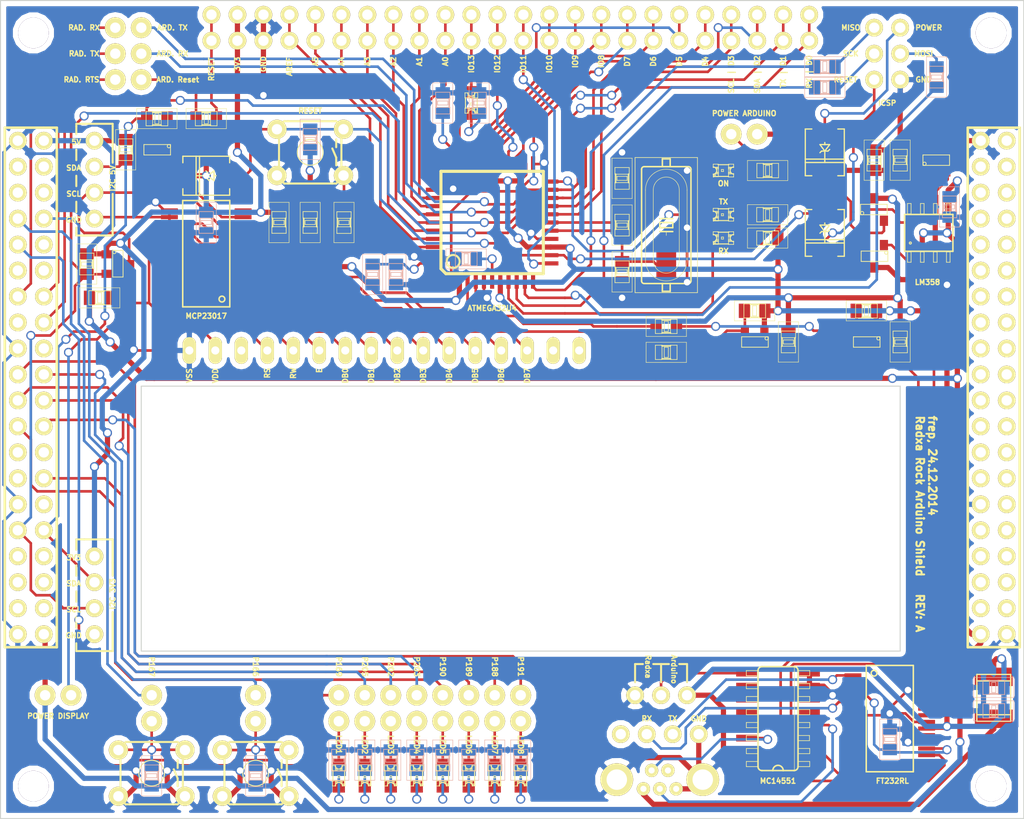
<source format=kicad_pcb>
(kicad_pcb (version 3) (host pcbnew "(2014-02-26 BZR 4721)-product")
  (layers (15 F.Cu signal) (0 B.Cu signal) (18 B.Paste user) (19 F.Paste user) (20 B.SilkS user) (21 F.SilkS user) (22 B.Mask user) (23 F.Mask user) (28 Edge.Cuts user))
  (net 0 "")
  (net 1 +5VD)
  (net 2 /USB2Serial/ARD_D+)
  (net 3 /USB2Serial/ARD_D-)
  (net 4 /USB2Serial/RADXA_RX)
  (net 5 /USB2Serial/RADXA_TX)
  (net 6 /arduino/ARD_Reset)
  (net 7 A0)
  (net 8 A1)
  (net 9 A2)
  (net 10 A3)
  (net 11 A4)
  (net 12 A5)
  (net 13 AREF)
  (net 14 D0/RX)
  (net 15 D1/TX)
  (net 16 D2/SDA)
  (net 17 D3/SCL)
  (net 18 D4)
  (net 19 D5)
  (net 20 D6)
  (net 21 D7)
  (net 22 D_E)
  (net 23 D_RS)
  (net 24 D_RW)
  (net 25 D_S1)
  (net 26 D_S2)
  (net 27 GND)
  (net 28 GPIO166)
  (net 29 GPIO_167)
  (net 30 GPIO_169)
  (net 31 HWB)
  (net 32 IO_10)
  (net 33 IO_11)
  (net 34 IO_12)
  (net 35 IO_13)
  (net 36 IO_8)
  (net 37 IO_9)
  (net 38 MISO)
  (net 39 MOSI)
  (net 40 "Net-(C10-Pad1)")
  (net 41 "Net-(C3-Pad1)")
  (net 42 "Net-(C4-Pad1)")
  (net 43 "Net-(C6-Pad1)")
  (net 44 "Net-(C8-Pad1)")
  (net 45 "Net-(CON1-Pad1)")
  (net 46 "Net-(CON1-Pad2)")
  (net 47 "Net-(CON1-Pad3)")
  (net 48 "Net-(CON1-Pad4)")
  (net 49 "Net-(D1-Pad1)")
  (net 50 "Net-(D1-Pad2)")
  (net 51 "Net-(D10-Pad2)")
  (net 52 "Net-(D11-Pad1)")
  (net 53 "Net-(D12-Pad1)")
  (net 54 "Net-(D13-Pad1)")
  (net 55 "Net-(D14-Pad2)")
  (net 56 "Net-(D15-Pad1)")
  (net 57 "Net-(D2-Pad1)")
  (net 58 "Net-(D2-Pad2)")
  (net 59 "Net-(D3-Pad1)")
  (net 60 "Net-(D3-Pad2)")
  (net 61 "Net-(D4-Pad1)")
  (net 62 "Net-(D4-Pad2)")
  (net 63 "Net-(D5-Pad1)")
  (net 64 "Net-(D5-Pad2)")
  (net 65 "Net-(D6-Pad1)")
  (net 66 "Net-(D6-Pad2)")
  (net 67 "Net-(D7-Pad1)")
  (net 68 "Net-(D7-Pad2)")
  (net 69 "Net-(D8-Pad1)")
  (net 70 "Net-(D8-Pad2)")
  (net 71 "Net-(IC1-Pad1)")
  (net 72 "Net-(IC1-Pad7)")
  (net 73 "Net-(JP13-Pad2)")
  (net 74 "Net-(JP14-Pad1)")
  (net 75 "Net-(JP15-Pad2)")
  (net 76 "Net-(JP3-Pad1)")
  (net 77 "Net-(JP4-Pad1)")
  (net 78 "Net-(P1-Pad10)")
  (net 79 "Net-(P1-Pad11)")
  (net 80 "Net-(P1-Pad12)")
  (net 81 "Net-(P1-Pad15)")
  (net 82 "Net-(P1-Pad18)")
  (net 83 "Net-(P1-Pad25)")
  (net 84 "Net-(P1-Pad26)")
  (net 85 "Net-(P1-Pad27)")
  (net 86 "Net-(P1-Pad3)")
  (net 87 "Net-(P1-Pad30)")
  (net 88 "Net-(P1-Pad33)")
  (net 89 "Net-(P1-Pad34)")
  (net 90 "Net-(P1-Pad35)")
  (net 91 "Net-(P1-Pad36)")
  (net 92 "Net-(P1-Pad37)")
  (net 93 "Net-(P1-Pad38)")
  (net 94 "Net-(P1-Pad4)")
  (net 95 "Net-(P1-Pad5)")
  (net 96 "Net-(P1-Pad6)")
  (net 97 "Net-(P10-Pad1)")
  (net 98 "Net-(P10-Pad3)")
  (net 99 "Net-(P10-Pad4)")
  (net 100 "Net-(P2-Pad1)")
  (net 101 "Net-(P3-Pad1)")
  (net 102 "Net-(P4-Pad1)")
  (net 103 "Net-(P5-Pad1)")
  (net 104 "Net-(P6-Pad10)")
  (net 105 "Net-(P6-Pad11)")
  (net 106 "Net-(P6-Pad12)")
  (net 107 "Net-(P6-Pad13)")
  (net 108 "Net-(P6-Pad14)")
  (net 109 "Net-(P6-Pad15)")
  (net 110 "Net-(P6-Pad16)")
  (net 111 "Net-(P6-Pad17)")
  (net 112 "Net-(P6-Pad18)")
  (net 113 "Net-(P6-Pad19)")
  (net 114 "Net-(P6-Pad2)")
  (net 115 "Net-(P6-Pad20)")
  (net 116 "Net-(P6-Pad21)")
  (net 117 "Net-(P6-Pad22)")
  (net 118 "Net-(P6-Pad23)")
  (net 119 "Net-(P6-Pad24)")
  (net 120 "Net-(P6-Pad25)")
  (net 121 "Net-(P6-Pad26)")
  (net 122 "Net-(P6-Pad27)")
  (net 123 "Net-(P6-Pad28)")
  (net 124 "Net-(P6-Pad3)")
  (net 125 "Net-(P6-Pad30)")
  (net 126 "Net-(P6-Pad31)")
  (net 127 "Net-(P6-Pad32)")
  (net 128 "Net-(P6-Pad33)")
  (net 129 "Net-(P6-Pad34)")
  (net 130 "Net-(P6-Pad35)")
  (net 131 "Net-(P6-Pad36)")
  (net 132 "Net-(P6-Pad37)")
  (net 133 "Net-(P6-Pad38)")
  (net 134 "Net-(P6-Pad4)")
  (net 135 "Net-(P6-Pad5)")
  (net 136 "Net-(P6-Pad6)")
  (net 137 "Net-(P6-Pad7)")
  (net 138 "Net-(P6-Pad8)")
  (net 139 "Net-(P6-Pad9)")
  (net 140 "Net-(P7-Pad4)")
  (net 141 "Net-(Q1-Pad3)")
  (net 142 "Net-(Q2-Pad3)")
  (net 143 "Net-(R17-Pad1)")
  (net 144 "Net-(R18-Pad1)")
  (net 145 "Net-(U1-Pad10)")
  (net 146 "Net-(U1-Pad11)")
  (net 147 "Net-(U1-Pad12)")
  (net 148 "Net-(U1-Pad13)")
  (net 149 "Net-(U1-Pad15)")
  (net 150 "Net-(U1-Pad2)")
  (net 151 "Net-(U1-Pad5)")
  (net 152 "Net-(U1-Pad6)")
  (net 153 "Net-(U2-Pad10)")
  (net 154 "Net-(U2-Pad11)")
  (net 155 "Net-(U2-Pad12)")
  (net 156 "Net-(U2-Pad13)")
  (net 157 "Net-(U2-Pad14)")
  (net 158 "Net-(U2-Pad19)")
  (net 159 "Net-(U2-Pad2)")
  (net 160 "Net-(U2-Pad22)")
  (net 161 "Net-(U2-Pad23)")
  (net 162 "Net-(U2-Pad27)")
  (net 163 "Net-(U2-Pad28)")
  (net 164 "Net-(U2-Pad3)")
  (net 165 "Net-(U2-Pad6)")
  (net 166 "Net-(U2-Pad9)")
  (net 167 "Net-(U5-Pad1)")
  (net 168 "Net-(U5-Pad11)")
  (net 169 "Net-(U5-Pad14)")
  (net 170 "Net-(U5-Pad19)")
  (net 171 "Net-(U5-Pad2)")
  (net 172 "Net-(U5-Pad20)")
  (net 173 "Net-(U5-Pad23)")
  (net 174 "Net-(U5-Pad24)")
  (net 175 "Net-(U5-Pad25)")
  (net 176 "Net-(U5-Pad3)")
  (net 177 "Net-(U5-Pad4)")
  (net 178 "Net-(U5-Pad5)")
  (net 179 "Net-(U5-Pad6)")
  (net 180 "Net-(U5-Pad7)")
  (net 181 "Net-(U5-Pad8)")
  (net 182 "Net-(X2-Pad15)")
  (net 183 "Net-(X2-Pad16)")
  (net 184 "Net-(X2-Pad3)")
  (net 185 REG_Vin)
  (net 186 RESET)
  (net 187 RXLED)
  (net 188 SCK)
  (net 189 SCL_5V)
  (net 190 SDA_5V)
  (net 191 SPI1_CLK)
  (net 192 SPI1_CSN0)
  (net 193 SPI1_RX)
  (net 194 SPI1_TX)
  (net 195 TXLED)
  (net 196 UART0_RTS)
  (net 197 UART0_RX)
  (net 198 UART0_TX)
  (net 199 UART3_RTSN)
  (net 200 UART3_RX)
  (net 201 UART3_TX)
  (net 202 USB_5V)
  (net 203 VCC_3V3)
  (module frep:C0805 (layer B.Cu) (at 171.704 124.714 180)
    (fp_text reference C1 hide)
    (fp_text value 100nF hide)
    (pad 1 smd rect (at -0.99822 0 180) (size 1.09982 1.39954) (layers B.Cu B.Paste B.Mask) (net 202 USB_5V))
    (pad 2 smd rect (at 0.99822 0 180) (size 1.09982 1.39954) (layers B.Cu B.Paste B.Mask) (net 27 GND))
  )
  (module frep:C0805 (layer B.Cu) (at 171.704 122.428 180)
    (fp_text reference C2 hide)
    (fp_text value 4.7uF hide)
    (pad 1 smd rect (at -0.99822 0 180) (size 1.09982 1.39954) (layers B.Cu B.Paste B.Mask) (net 202 USB_5V))
    (pad 2 smd rect (at 0.99822 0 180) (size 1.09982 1.39954) (layers B.Cu B.Paste B.Mask) (net 27 GND))
  )
  (module frep:C0805 (layer B.Cu) (at 161.544 127.508 90)
    (fp_text reference C3 hide)
    (fp_text value 100nF hide)
    (pad 1 smd rect (at -0.99822 0 90) (size 1.09982 1.39954) (layers B.Cu B.Paste B.Mask) (net 41 "Net-(C3-Pad1)"))
    (pad 2 smd rect (at 0.99822 0 90) (size 1.09982 1.39954) (layers B.Cu B.Paste B.Mask) (net 27 GND))
  )
  (module frep:C0805 (layer F.Cu) (at 135.382 81.788 270)
    (fp_text reference C4 hide)
    (fp_text value 18pF hide)
    (pad 1 smd rect (at -0.99822 0 270) (size 1.09982 1.39954) (layers F.Cu F.Paste F.Mask) (net 42 "Net-(C4-Pad1)"))
    (pad 2 smd rect (at 0.99822 0 270) (size 1.09982 1.39954) (layers F.Cu F.Paste F.Mask) (net 27 GND))
  )
  (module frep:C0805 (layer F.Cu) (at 101.854 76.962 270)
    (fp_text reference C5 hide)
    (fp_text value 100nF hide)
    (pad 1 smd rect (at -0.99822 0 270) (size 1.09982 1.39954) (layers F.Cu F.Paste F.Mask) (net 203 VCC_3V3))
    (pad 2 smd rect (at 0.99822 0 270) (size 1.09982 1.39954) (layers F.Cu F.Paste F.Mask) (net 27 GND))
  )
  (module frep:C0805 (layer F.Cu) (at 135.382 72.644 90)
    (fp_text reference C6 hide)
    (fp_text value 18pF hide)
    (pad 1 smd rect (at -0.99822 0 90) (size 1.09982 1.39954) (layers F.Cu F.Paste F.Mask) (net 43 "Net-(C6-Pad1)"))
    (pad 2 smd rect (at 0.99822 0 90) (size 1.09982 1.39954) (layers F.Cu F.Paste F.Mask) (net 27 GND))
  )
  (module frep:C0805 (layer F.Cu) (at 104.902 76.962 270)
    (fp_text reference C7 hide)
    (fp_text value 100nF hide)
    (pad 1 smd rect (at -0.99822 0 270) (size 1.09982 1.39954) (layers F.Cu F.Paste F.Mask) (net 203 VCC_3V3))
    (pad 2 smd rect (at 0.99822 0 270) (size 1.09982 1.39954) (layers F.Cu F.Paste F.Mask) (net 27 GND))
  )
  (module frep:C0805 (layer B.Cu) (at 120.142 80.518 180)
    (fp_text reference C8 hide)
    (fp_text value 100nF hide)
    (pad 1 smd rect (at -0.99822 0 180) (size 1.09982 1.39954) (layers B.Cu B.Paste B.Mask) (net 44 "Net-(C8-Pad1)"))
    (pad 2 smd rect (at 0.99822 0 180) (size 1.09982 1.39954) (layers B.Cu B.Paste B.Mask) (net 27 GND))
  )
  (module frep:C0805 (layer F.Cu) (at 108.204 76.962 90)
    (fp_text reference C9 hide)
    (fp_text value 100nF hide)
    (pad 1 smd rect (at -0.99822 0 90) (size 1.09982 1.39954) (layers F.Cu F.Paste F.Mask) (net 13 AREF))
    (pad 2 smd rect (at 0.99822 0 90) (size 1.09982 1.39954) (layers F.Cu F.Paste F.Mask) (net 27 GND))
  )
  (module frep:C0805 (layer B.Cu) (at 113.284 82.042 270)
    (fp_text reference C10 hide)
    (fp_text value 1uF hide)
    (pad 1 smd rect (at -0.99822 0 270) (size 1.09982 1.39954) (layers B.Cu B.Paste B.Mask) (net 40 "Net-(C10-Pad1)"))
    (pad 2 smd rect (at 0.99822 0 270) (size 1.09982 1.39954) (layers B.Cu B.Paste B.Mask) (net 27 GND))
  )
  (module frep:C0805 (layer F.Cu) (at 160.02 70.866 90)
    (fp_text reference C11 hide)
    (fp_text value 1uF hide)
    (pad 1 smd rect (at -0.99822 0 90) (size 1.09982 1.39954) (layers F.Cu F.Paste F.Mask) (net 185 REG_Vin))
    (pad 2 smd rect (at 0.99822 0 90) (size 1.09982 1.39954) (layers F.Cu F.Paste F.Mask) (net 27 GND))
  )
  (module frep:C0805 (layer B.Cu) (at 94.742 76.962 270)
    (fp_text reference C12 hide)
    (fp_text value 1uF hide)
    (pad 1 smd rect (at -0.99822 0 270) (size 1.09982 1.39954) (layers B.Cu B.Paste B.Mask) (net 203 VCC_3V3))
    (pad 2 smd rect (at 0.99822 0 270) (size 1.09982 1.39954) (layers B.Cu B.Paste B.Mask) (net 27 GND))
  )
  (module frep:C0805 (layer F.Cu) (at 162.56 70.866 90)
    (fp_text reference C13 hide)
    (fp_text value 100nF hide)
    (pad 1 smd rect (at -0.99822 0 90) (size 1.09982 1.39954) (layers F.Cu F.Paste F.Mask) (net 185 REG_Vin))
    (pad 2 smd rect (at 0.99822 0 90) (size 1.09982 1.39954) (layers F.Cu F.Paste F.Mask) (net 27 GND))
  )
  (module frep:Vertical_USB_Mini_B (layer F.Cu) (at 139.065 131.445 270)
    (fp_text reference CON1 hide)
    (fp_text value USB-MINI-B-Vert hide)
    (pad 1 thru_hole circle (at 0.9 1.6 270) (size 1.3 1.3) (drill 0.6) (layers *.Cu *.Mask F.SilkS) (net 45 "Net-(CON1-Pad1)"))
    (pad 2 thru_hole circle (at -0.9 0.8 270) (size 1.3 1.3) (drill 0.6) (layers *.Cu *.Mask F.SilkS) (net 46 "Net-(CON1-Pad2)"))
    (pad 3 thru_hole circle (at 0.9 0 270) (size 1.3 1.3) (drill 0.6) (layers *.Cu *.Mask F.SilkS) (net 47 "Net-(CON1-Pad3)"))
    (pad 4 thru_hole circle (at -0.9 -0.8 270) (size 1.3 1.3) (drill 0.6) (layers *.Cu *.Mask F.SilkS) (net 48 "Net-(CON1-Pad4)"))
    (pad 5 thru_hole circle (at 0.9 -1.6 270) (size 1.3 1.3) (drill 0.6) (layers *.Cu *.Mask F.SilkS) (net 27 GND))
    (pad 6 thru_hole circle (at 0 -4.2 270) (size 3.2 3.2) (drill 2) (layers *.Cu *.Mask F.SilkS) (net 27 GND))
    (pad 7 thru_hole circle (at 0 4.2 270) (size 3.2 3.2) (drill 2) (layers *.Cu *.Mask F.SilkS) (net 27 GND))
  )
  (module frep:LED-0805 (layer F.Cu) (at 107.696 131.064 270)
    (fp_text reference D1 hide)
    (fp_text value LED hide)
    (pad 1 smd rect (at -1.04902 0 270) (size 1.19888 1.19888) (layers F.Cu F.Paste F.Mask) (net 49 "Net-(D1-Pad1)"))
    (pad 2 smd rect (at 1.04902 0 270) (size 1.19888 1.19888) (layers F.Cu F.Paste F.Mask) (net 50 "Net-(D1-Pad2)"))
  )
  (module frep:LED-0805 (layer F.Cu) (at 110.236 131.064 270)
    (fp_text reference D2 hide)
    (fp_text value LED hide)
    (pad 1 smd rect (at -1.04902 0 270) (size 1.19888 1.19888) (layers F.Cu F.Paste F.Mask) (net 57 "Net-(D2-Pad1)"))
    (pad 2 smd rect (at 1.04902 0 270) (size 1.19888 1.19888) (layers F.Cu F.Paste F.Mask) (net 58 "Net-(D2-Pad2)"))
  )
  (module frep:LED-0805 (layer F.Cu) (at 112.776 131.064 270)
    (fp_text reference D3 hide)
    (fp_text value LED hide)
    (pad 1 smd rect (at -1.04902 0 270) (size 1.19888 1.19888) (layers F.Cu F.Paste F.Mask) (net 59 "Net-(D3-Pad1)"))
    (pad 2 smd rect (at 1.04902 0 270) (size 1.19888 1.19888) (layers F.Cu F.Paste F.Mask) (net 60 "Net-(D3-Pad2)"))
  )
  (module frep:LED-0805 (layer F.Cu) (at 115.316 131.064 270)
    (fp_text reference D4 hide)
    (fp_text value LED hide)
    (pad 1 smd rect (at -1.04902 0 270) (size 1.19888 1.19888) (layers F.Cu F.Paste F.Mask) (net 61 "Net-(D4-Pad1)"))
    (pad 2 smd rect (at 1.04902 0 270) (size 1.19888 1.19888) (layers F.Cu F.Paste F.Mask) (net 62 "Net-(D4-Pad2)"))
  )
  (module frep:LED-0805 (layer F.Cu) (at 117.856 131.064 270)
    (fp_text reference D5 hide)
    (fp_text value LED hide)
    (pad 1 smd rect (at -1.04902 0 270) (size 1.19888 1.19888) (layers F.Cu F.Paste F.Mask) (net 63 "Net-(D5-Pad1)"))
    (pad 2 smd rect (at 1.04902 0 270) (size 1.19888 1.19888) (layers F.Cu F.Paste F.Mask) (net 64 "Net-(D5-Pad2)"))
  )
  (module frep:LED-0805 (layer F.Cu) (at 120.396 131.064 270)
    (fp_text reference D6 hide)
    (fp_text value LED hide)
    (pad 1 smd rect (at -1.04902 0 270) (size 1.19888 1.19888) (layers F.Cu F.Paste F.Mask) (net 65 "Net-(D6-Pad1)"))
    (pad 2 smd rect (at 1.04902 0 270) (size 1.19888 1.19888) (layers F.Cu F.Paste F.Mask) (net 66 "Net-(D6-Pad2)"))
  )
  (module frep:LED-0805 (layer F.Cu) (at 122.936 131.064 270)
    (fp_text reference D7 hide)
    (fp_text value LED hide)
    (pad 1 smd rect (at -1.04902 0 270) (size 1.19888 1.19888) (layers F.Cu F.Paste F.Mask) (net 67 "Net-(D7-Pad1)"))
    (pad 2 smd rect (at 1.04902 0 270) (size 1.19888 1.19888) (layers F.Cu F.Paste F.Mask) (net 68 "Net-(D7-Pad2)"))
  )
  (module frep:LED-0805 (layer F.Cu) (at 125.476 131.064 270)
    (fp_text reference D8 hide)
    (fp_text value LED hide)
    (pad 1 smd rect (at -1.04902 0 270) (size 1.19888 1.19888) (layers F.Cu F.Paste F.Mask) (net 69 "Net-(D8-Pad1)"))
    (pad 2 smd rect (at 1.04902 0 270) (size 1.19888 1.19888) (layers F.Cu F.Paste F.Mask) (net 70 "Net-(D8-Pad2)"))
  )
  (module frep:DO-214AC (layer F.Cu) (at 94.742 72.39 180)
    (fp_text reference D9 hide)
    (fp_text value DIODE hide)
    (pad 1 smd rect (at -1.89992 0 180) (size 1.6002 2.19964) (layers F.Cu F.Paste F.Mask) (net 186 RESET))
    (pad 2 smd rect (at 1.89992 0 180) (size 1.6002 2.19964) (layers F.Cu F.Paste F.Mask) (net 203 VCC_3V3))
  )
  (module frep:DO-214AC (layer F.Cu) (at 155.194 77.978 270)
    (fp_text reference D10 hide)
    (fp_text value DIODE hide)
    (pad 1 smd rect (at -1.89992 0 270) (size 1.6002 2.19964) (layers F.Cu F.Paste F.Mask) (net 186 RESET))
    (pad 2 smd rect (at 1.89992 0 270) (size 1.6002 2.19964) (layers F.Cu F.Paste F.Mask) (net 51 "Net-(D10-Pad2)"))
  )
  (module frep:DO-214AC (layer F.Cu) (at 155.194 70.104 270)
    (fp_text reference D11 hide)
    (fp_text value DIODE hide)
    (pad 1 smd rect (at -1.89992 0 270) (size 1.6002 2.19964) (layers F.Cu F.Paste F.Mask) (net 52 "Net-(D11-Pad1)"))
    (pad 2 smd rect (at 1.89992 0 270) (size 1.6002 2.19964) (layers F.Cu F.Paste F.Mask) (net 185 REG_Vin))
  )
  (module frep:LED-0805 (layer F.Cu) (at 145.288 78.486 180)
    (fp_text reference D12 hide)
    (fp_text value RX hide)
    (pad 1 smd rect (at -1.04902 0 180) (size 1.19888 1.19888) (layers F.Cu F.Paste F.Mask) (net 53 "Net-(D12-Pad1)"))
    (pad 2 smd rect (at 1.04902 0 180) (size 1.19888 1.19888) (layers F.Cu F.Paste F.Mask) (net 187 RXLED))
  )
  (module frep:LED-0805 (layer F.Cu) (at 145.288 76.2 180)
    (fp_text reference D13 hide)
    (fp_text value TX hide)
    (pad 1 smd rect (at -1.04902 0 180) (size 1.19888 1.19888) (layers F.Cu F.Paste F.Mask) (net 54 "Net-(D13-Pad1)"))
    (pad 2 smd rect (at 1.04902 0 180) (size 1.19888 1.19888) (layers F.Cu F.Paste F.Mask) (net 195 TXLED))
  )
  (module frep:LED-0805 (layer F.Cu) (at 120.65 65.278 270)
    (fp_text reference D14 hide)
    (fp_text value Pin13 hide)
    (pad 1 smd rect (at -1.04902 0 270) (size 1.19888 1.19888) (layers F.Cu F.Paste F.Mask) (net 35 IO_13))
    (pad 2 smd rect (at 1.04902 0 270) (size 1.19888 1.19888) (layers F.Cu F.Paste F.Mask) (net 55 "Net-(D14-Pad2)"))
  )
  (module frep:LED-0805 (layer F.Cu) (at 145.288 71.882 180)
    (fp_text reference D15 hide)
    (fp_text value ON hide)
    (pad 1 smd rect (at -1.04902 0 180) (size 1.19888 1.19888) (layers F.Cu F.Paste F.Mask) (net 56 "Net-(D15-Pad1)"))
    (pad 2 smd rect (at 1.04902 0 180) (size 1.19888 1.19888) (layers F.Cu F.Paste F.Mask) (net 27 GND))
  )
  (module frep:C1812 (layer F.Cu) (at 171.704 123.444 270)
    (fp_text reference F1 hide)
    (fp_text value FUSE hide)
    (pad 1 smd rect (at 2.04978 0 270) (size 1.80086 3.70078) (layers F.Cu F.Paste F.Mask) (net 45 "Net-(CON1-Pad1)"))
    (pad 2 smd rect (at -2.04978 0 270) (size 1.80086 3.70078) (layers F.Cu F.Paste F.Mask) (net 202 USB_5V))
  )
  (module frep:SOIC8 (layer F.Cu) (at 165.354 77.978)
    (fp_text reference IC1 hide)
    (fp_text value OPAMP-DUALU hide)
    (pad 1 smd rect (at -1.905 2.6162) (size 0.6096 2.20726) (layers F.Cu F.Paste F.Mask) (net 71 "Net-(IC1-Pad1)"))
    (pad 2 smd rect (at -0.635 2.6162) (size 0.6096 2.20726) (layers F.Cu F.Paste F.Mask) (net 1 +5VD))
    (pad 3 smd rect (at 0.635 2.6162) (size 0.6096 2.20726) (layers F.Cu F.Paste F.Mask) (net 203 VCC_3V3))
    (pad 4 smd rect (at 1.905 2.6162) (size 0.6096 2.20726) (layers F.Cu F.Paste F.Mask) (net 27 GND))
    (pad 5 smd rect (at 1.905 -2.6162) (size 0.6096 2.20726) (layers F.Cu F.Paste F.Mask) (net 1 +5VD))
    (pad 6 smd rect (at 0.635 -2.6162) (size 0.6096 2.20726) (layers F.Cu F.Paste F.Mask) (net 203 VCC_3V3))
    (pad 7 smd rect (at -0.635 -2.6162) (size 0.6096 2.20726) (layers F.Cu F.Paste F.Mask) (net 72 "Net-(IC1-Pad7)"))
    (pad 8 smd rect (at -1.905 -2.6162) (size 0.6096 2.20726) (layers F.Cu F.Paste F.Mask) (net 185 REG_Vin))
  )
  (module frep:Pin_Proto_Straight_1x02 (layer F.Cu) (at 87.122 60.452)
    (fp_text reference JP1 hide)
    (fp_text value JUMPER hide)
    (pad 1 thru_hole circle (at -1.27 0) (size 2.032 2.032) (drill 1.016) (layers *.Cu *.Mask F.SilkS) (net 198 UART0_TX))
    (pad 2 thru_hole oval (at 1.27 0) (size 2.032 2.032) (drill 1.016) (layers *.Cu *.Mask F.SilkS) (net 14 D0/RX))
  )
  (module frep:Pin_Proto_Straight_1x02 (layer F.Cu) (at 87.122 57.912 180)
    (fp_text reference JP2 hide)
    (fp_text value JUMPER hide)
    (pad 1 thru_hole circle (at -1.27 0 180) (size 2.032 2.032) (drill 1.016) (layers *.Cu *.Mask F.SilkS) (net 15 D1/TX))
    (pad 2 thru_hole oval (at 1.27 0 180) (size 2.032 2.032) (drill 1.016) (layers *.Cu *.Mask F.SilkS) (net 197 UART0_RX))
  )
  (module frep:Pin_Proto_Straight_1x02 (layer F.Cu) (at 89.408 124.46 90)
    (fp_text reference JP3 hide)
    (fp_text value JUMPER hide)
    (pad 1 thru_hole circle (at -1.27 0 90) (size 2.032 2.032) (drill 1.016) (layers *.Cu *.Mask F.SilkS) (net 76 "Net-(JP3-Pad1)"))
    (pad 2 thru_hole oval (at 1.27 0 90) (size 2.032 2.032) (drill 1.016) (layers *.Cu *.Mask F.SilkS) (net 29 GPIO_167))
  )
  (module frep:Pin_Proto_Straight_1x02 (layer F.Cu) (at 99.568 124.46 90)
    (fp_text reference JP4 hide)
    (fp_text value JUMPER hide)
    (pad 1 thru_hole circle (at -1.27 0 90) (size 2.032 2.032) (drill 1.016) (layers *.Cu *.Mask F.SilkS) (net 77 "Net-(JP4-Pad1)"))
    (pad 2 thru_hole oval (at 1.27 0 90) (size 2.032 2.032) (drill 1.016) (layers *.Cu *.Mask F.SilkS) (net 28 GPIO166))
  )
  (module frep:Pin_Proto_Straight_1x02 (layer F.Cu) (at 107.696 124.46 270)
    (fp_text reference JP5 hide)
    (fp_text value JUMPER hide)
    (pad 1 thru_hole circle (at -1.27 0 270) (size 2.032 2.032) (drill 1.016) (layers *.Cu *.Mask F.SilkS) (net 30 GPIO_169))
    (pad 2 thru_hole oval (at 1.27 0 270) (size 2.032 2.032) (drill 1.016) (layers *.Cu *.Mask F.SilkS) (net 49 "Net-(D1-Pad1)"))
  )
  (module frep:Pin_Proto_Straight_1x02 (layer F.Cu) (at 110.236 124.46 270)
    (fp_text reference JP6 hide)
    (fp_text value JUMPER hide)
    (pad 1 thru_hole circle (at -1.27 0 270) (size 2.032 2.032) (drill 1.016) (layers *.Cu *.Mask F.SilkS) (net 199 UART3_RTSN))
    (pad 2 thru_hole oval (at 1.27 0 270) (size 2.032 2.032) (drill 1.016) (layers *.Cu *.Mask F.SilkS) (net 57 "Net-(D2-Pad1)"))
  )
  (module frep:Pin_Proto_Straight_1x02 (layer F.Cu) (at 112.776 124.46 270)
    (fp_text reference JP7 hide)
    (fp_text value JUMPER hide)
    (pad 1 thru_hole circle (at -1.27 0 270) (size 2.032 2.032) (drill 1.016) (layers *.Cu *.Mask F.SilkS) (net 200 UART3_RX))
    (pad 2 thru_hole oval (at 1.27 0 270) (size 2.032 2.032) (drill 1.016) (layers *.Cu *.Mask F.SilkS) (net 59 "Net-(D3-Pad1)"))
  )
  (module frep:Pin_Proto_Straight_1x02 (layer F.Cu) (at 115.316 124.46 270)
    (fp_text reference JP8 hide)
    (fp_text value JUMPER hide)
    (pad 1 thru_hole circle (at -1.27 0 270) (size 2.032 2.032) (drill 1.016) (layers *.Cu *.Mask F.SilkS) (net 201 UART3_TX))
    (pad 2 thru_hole oval (at 1.27 0 270) (size 2.032 2.032) (drill 1.016) (layers *.Cu *.Mask F.SilkS) (net 61 "Net-(D4-Pad1)"))
  )
  (module frep:Pin_Proto_Straight_1x02 (layer F.Cu) (at 117.856 124.46 270)
    (fp_text reference JP9 hide)
    (fp_text value JUMPER hide)
    (pad 1 thru_hole circle (at -1.27 0 270) (size 2.032 2.032) (drill 1.016) (layers *.Cu *.Mask F.SilkS) (net 191 SPI1_CLK))
    (pad 2 thru_hole oval (at 1.27 0 270) (size 2.032 2.032) (drill 1.016) (layers *.Cu *.Mask F.SilkS) (net 63 "Net-(D5-Pad1)"))
  )
  (module frep:Pin_Proto_Straight_1x02 (layer F.Cu) (at 120.396 124.46 270)
    (fp_text reference JP10 hide)
    (fp_text value JUMPER hide)
    (pad 1 thru_hole circle (at -1.27 0 270) (size 2.032 2.032) (drill 1.016) (layers *.Cu *.Mask F.SilkS) (net 194 SPI1_TX))
    (pad 2 thru_hole oval (at 1.27 0 270) (size 2.032 2.032) (drill 1.016) (layers *.Cu *.Mask F.SilkS) (net 65 "Net-(D6-Pad1)"))
  )
  (module frep:Pin_Proto_Straight_1x02 (layer F.Cu) (at 122.936 124.46 270)
    (fp_text reference JP11 hide)
    (fp_text value JUMPER hide)
    (pad 1 thru_hole circle (at -1.27 0 270) (size 2.032 2.032) (drill 1.016) (layers *.Cu *.Mask F.SilkS) (net 193 SPI1_RX))
    (pad 2 thru_hole oval (at 1.27 0 270) (size 2.032 2.032) (drill 1.016) (layers *.Cu *.Mask F.SilkS) (net 67 "Net-(D7-Pad1)"))
  )
  (module frep:Pin_Proto_Straight_1x02 (layer F.Cu) (at 125.476 124.46 270)
    (fp_text reference JP12 hide)
    (fp_text value JUMPER hide)
    (pad 1 thru_hole circle (at -1.27 0 270) (size 2.032 2.032) (drill 1.016) (layers *.Cu *.Mask F.SilkS) (net 192 SPI1_CSN0))
    (pad 2 thru_hole oval (at 1.27 0 270) (size 2.032 2.032) (drill 1.016) (layers *.Cu *.Mask F.SilkS) (net 69 "Net-(D8-Pad1)"))
  )
  (module frep:Pin_Proto_Straight_1x03 (layer F.Cu) (at 139.192 123.19)
    (fp_text reference JP13 hide)
    (fp_text value JUMPER3 hide)
    (pad 1 thru_hole circle (at -2.54 0) (size 1.7272 1.7272) (drill 1.016) (layers *.Cu *.Mask F.SilkS) (net 27 GND))
    (pad 2 thru_hole circle (at 0 0) (size 1.7272 1.7272) (drill 1.016) (layers *.Cu *.Mask F.SilkS) (net 73 "Net-(JP13-Pad2)"))
    (pad 3 thru_hole circle (at 2.54 0) (size 1.7272 1.7272) (drill 1.016) (layers *.Cu *.Mask F.SilkS) (net 202 USB_5V))
  )
  (module frep:Pin_Proto_Straight_1x02 (layer F.Cu) (at 147.32 68.326)
    (fp_text reference JP14 hide)
    (fp_text value JUMPER hide)
    (pad 1 thru_hole circle (at -1.27 0) (size 2.032 2.032) (drill 1.016) (layers *.Cu *.Mask F.SilkS) (net 74 "Net-(JP14-Pad1)"))
    (pad 2 thru_hole oval (at 1.27 0) (size 2.032 2.032) (drill 1.016) (layers *.Cu *.Mask F.SilkS) (net 185 REG_Vin))
  )
  (module frep:Pin_Proto_Straight_1x02 (layer F.Cu) (at 80.264 123.19)
    (fp_text reference JP15 hide)
    (fp_text value JUMPER hide)
    (pad 1 thru_hole circle (at -1.27 0) (size 2.032 2.032) (drill 1.016) (layers *.Cu *.Mask F.SilkS) (net 1 +5VD))
    (pad 2 thru_hole oval (at 1.27 0) (size 2.032 2.032) (drill 1.016) (layers *.Cu *.Mask F.SilkS) (net 75 "Net-(JP15-Pad2)"))
  )
  (module frep:R0805 (layer B.Cu) (at 110.998 82.042 270)
    (fp_text reference L1 hide)
    (fp_text value "Ferrit Bead" hide)
    (pad 1 smd rect (at -0.99822 0 270) (size 1.09982 1.39954) (layers B.Cu B.Paste B.Mask) (net 40 "Net-(C10-Pad1)"))
    (pad 2 smd rect (at 0.99822 0 270) (size 1.09982 1.39954) (layers B.Cu B.Paste B.Mask) (net 203 VCC_3V3))
  )
  (module frep:Pin_Proto_Header_Straight_2x20 (layer F.Cu) (at 77.597 93.091 270)
    (fp_text reference P1 hide)
    (fp_text value CONN_20X2 hide)
    (pad 1 thru_hole circle (at -24.13 1.27 270) (size 1.7272 1.7272) (drill 1.016) (layers *.Cu *.Mask F.SilkS) (net 27 GND))
    (pad 2 thru_hole oval (at -24.13 -1.27 270) (size 1.7272 1.7272) (drill 1.016) (layers *.Cu *.Mask F.SilkS) (net 1 +5VD))
    (pad 3 thru_hole oval (at -21.59 1.27 270) (size 1.7272 1.7272) (drill 1.016) (layers *.Cu *.Mask F.SilkS) (net 86 "Net-(P1-Pad3)"))
    (pad 4 thru_hole oval (at -21.59 -1.27 270) (size 1.7272 1.7272) (drill 1.016) (layers *.Cu *.Mask F.SilkS) (net 94 "Net-(P1-Pad4)"))
    (pad 5 thru_hole oval (at -19.05 1.27 270) (size 1.7272 1.7272) (drill 1.016) (layers *.Cu *.Mask F.SilkS) (net 95 "Net-(P1-Pad5)"))
    (pad 6 thru_hole oval (at -19.05 -1.27 270) (size 1.7272 1.7272) (drill 1.016) (layers *.Cu *.Mask F.SilkS) (net 96 "Net-(P1-Pad6)"))
    (pad 7 thru_hole oval (at -16.51 1.27 270) (size 1.7272 1.7272) (drill 1.016) (layers *.Cu *.Mask F.SilkS) (net 29 GPIO_167))
    (pad 8 thru_hole oval (at -16.51 -1.27 270) (size 1.7272 1.7272) (drill 1.016) (layers *.Cu *.Mask F.SilkS) (net 28 GPIO166))
    (pad 9 thru_hole oval (at -13.97 1.27 270) (size 1.7272 1.7272) (drill 1.016) (layers *.Cu *.Mask F.SilkS) (net 30 GPIO_169))
    (pad 10 thru_hole oval (at -13.97 -1.27 270) (size 1.7272 1.7272) (drill 1.016) (layers *.Cu *.Mask F.SilkS) (net 78 "Net-(P1-Pad10)"))
    (pad 11 thru_hole oval (at -11.43 1.27 270) (size 1.7272 1.7272) (drill 1.016) (layers *.Cu *.Mask F.SilkS) (net 79 "Net-(P1-Pad11)"))
    (pad 12 thru_hole oval (at -11.43 -1.27 270) (size 1.7272 1.7272) (drill 1.016) (layers *.Cu *.Mask F.SilkS) (net 80 "Net-(P1-Pad12)"))
    (pad 13 thru_hole oval (at -8.89 1.27 270) (size 1.7272 1.7272) (drill 1.016) (layers *.Cu *.Mask F.SilkS) (net 197 UART0_RX))
    (pad 14 thru_hole oval (at -8.89 -1.27 270) (size 1.7272 1.7272) (drill 1.016) (layers *.Cu *.Mask F.SilkS) (net 198 UART0_TX))
    (pad 15 thru_hole oval (at -6.35 1.27 270) (size 1.7272 1.7272) (drill 1.016) (layers *.Cu *.Mask F.SilkS) (net 81 "Net-(P1-Pad15)"))
    (pad 16 thru_hole oval (at -6.35 -1.27 270) (size 1.7272 1.7272) (drill 1.016) (layers *.Cu *.Mask F.SilkS) (net 196 UART0_RTS))
    (pad 17 thru_hole oval (at -3.81 1.27 270) (size 1.7272 1.7272) (drill 1.016) (layers *.Cu *.Mask F.SilkS) (net 27 GND))
    (pad 18 thru_hole oval (at -3.81 -1.27 270) (size 1.7272 1.7272) (drill 1.016) (layers *.Cu *.Mask F.SilkS) (net 82 "Net-(P1-Pad18)"))
    (pad 19 thru_hole oval (at -1.27 1.27 270) (size 1.7272 1.7272) (drill 1.016) (layers *.Cu *.Mask F.SilkS) (net 192 SPI1_CSN0))
    (pad 20 thru_hole oval (at -1.27 -1.27 270) (size 1.7272 1.7272) (drill 1.016) (layers *.Cu *.Mask F.SilkS) (net 199 UART3_RTSN))
    (pad 21 thru_hole oval (at 1.27 1.27 270) (size 1.7272 1.7272) (drill 1.016) (layers *.Cu *.Mask F.SilkS) (net 193 SPI1_RX))
    (pad 22 thru_hole oval (at 1.27 -1.27 270) (size 1.7272 1.7272) (drill 1.016) (layers *.Cu *.Mask F.SilkS) (net 200 UART3_RX))
    (pad 23 thru_hole oval (at 3.81 1.27 270) (size 1.7272 1.7272) (drill 1.016) (layers *.Cu *.Mask F.SilkS) (net 191 SPI1_CLK))
    (pad 24 thru_hole oval (at 3.81 -1.27 270) (size 1.7272 1.7272) (drill 1.016) (layers *.Cu *.Mask F.SilkS) (net 201 UART3_TX))
    (pad 25 thru_hole oval (at 6.35 1.27 270) (size 1.7272 1.7272) (drill 1.016) (layers *.Cu *.Mask F.SilkS) (net 83 "Net-(P1-Pad25)"))
    (pad 26 thru_hole oval (at 6.35 -1.27 270) (size 1.7272 1.7272) (drill 1.016) (layers *.Cu *.Mask F.SilkS) (net 84 "Net-(P1-Pad26)"))
    (pad 27 thru_hole oval (at 8.89 1.27 270) (size 1.7272 1.7272) (drill 1.016) (layers *.Cu *.Mask F.SilkS) (net 85 "Net-(P1-Pad27)"))
    (pad 28 thru_hole oval (at 8.89 -1.27 270) (size 1.7272 1.7272) (drill 1.016) (layers *.Cu *.Mask F.SilkS) (net 194 SPI1_TX))
    (pad 29 thru_hole oval (at 11.43 1.27 270) (size 1.7272 1.7272) (drill 1.016) (layers *.Cu *.Mask F.SilkS) (net 27 GND))
    (pad 30 thru_hole oval (at 11.43 -1.27 270) (size 1.7272 1.7272) (drill 1.016) (layers *.Cu *.Mask F.SilkS) (net 87 "Net-(P1-Pad30)"))
    (pad 31 thru_hole oval (at 13.97 1.27 270) (size 1.7272 1.7272) (drill 1.016) (layers *.Cu *.Mask F.SilkS) (net 17 D3/SCL))
    (pad 32 thru_hole oval (at 13.97 -1.27 270) (size 1.7272 1.7272) (drill 1.016) (layers *.Cu *.Mask F.SilkS) (net 16 D2/SDA))
    (pad 33 thru_hole oval (at 16.51 1.27 270) (size 1.7272 1.7272) (drill 1.016) (layers *.Cu *.Mask F.SilkS) (net 88 "Net-(P1-Pad33)"))
    (pad 34 thru_hole oval (at 16.51 -1.27 270) (size 1.7272 1.7272) (drill 1.016) (layers *.Cu *.Mask F.SilkS) (net 89 "Net-(P1-Pad34)"))
    (pad 35 thru_hole oval (at 19.05 1.27 270) (size 1.7272 1.7272) (drill 1.016) (layers *.Cu *.Mask F.SilkS) (net 90 "Net-(P1-Pad35)"))
    (pad 36 thru_hole oval (at 19.05 -1.27 270) (size 1.7272 1.7272) (drill 1.016) (layers *.Cu *.Mask F.SilkS) (net 91 "Net-(P1-Pad36)"))
    (pad 37 thru_hole oval (at 21.59 1.27 270) (size 1.7272 1.7272) (drill 1.016) (layers *.Cu *.Mask F.SilkS) (net 92 "Net-(P1-Pad37)"))
    (pad 38 thru_hole oval (at 21.59 -1.27 270) (size 1.7272 1.7272) (drill 1.016) (layers *.Cu *.Mask F.SilkS) (net 93 "Net-(P1-Pad38)"))
    (pad 39 thru_hole oval (at 24.13 1.27 270) (size 1.7272 1.7272) (drill 1.016) (layers *.Cu *.Mask F.SilkS) (net 27 GND))
    (pad 40 thru_hole oval (at 24.13 -1.27 270) (size 1.7272 1.7272) (drill 1.016) (layers *.Cu *.Mask F.SilkS) (net 1 +5VD))
  )
  (module frep:MountingHole_3mm (layer F.Cu) (at 77.851 132.08)
    (fp_text reference P2 hide)
    (fp_text value CONN_1 hide)
    (pad 1 thru_hole circle (at 0 0) (size 2.99974 2.99974) (drill 2.99974) (layers) (net 100 "Net-(P2-Pad1)"))
  )
  (module frep:MountingHole_3mm (layer F.Cu) (at 171.45 132.08)
    (fp_text reference P3 hide)
    (fp_text value CONN_1 hide)
    (pad 1 thru_hole circle (at 0 0) (size 2.99974 2.99974) (drill 2.99974) (layers) (net 101 "Net-(P3-Pad1)"))
  )
  (module frep:MountingHole_3mm (layer F.Cu) (at 171.45 58.42)
    (fp_text reference P4 hide)
    (fp_text value CONN_1 hide)
    (pad 1 thru_hole circle (at 0 0) (size 2.99974 2.99974) (drill 2.99974) (layers) (net 102 "Net-(P4-Pad1)"))
  )
  (module frep:MountingHole_3mm (layer F.Cu) (at 77.851 58.42)
    (fp_text reference P5 hide)
    (fp_text value CONN_1 hide)
    (pad 1 thru_hole circle (at 0 0) (size 2.99974 2.99974) (drill 2.99974) (layers) (net 103 "Net-(P5-Pad1)"))
  )
  (module frep:Pin_Proto_Header_Straight_2x20 (layer F.Cu) (at 171.704 93.091 270)
    (fp_text reference P6 hide)
    (fp_text value CONN_20X2 hide)
    (pad 1 thru_hole circle (at -24.13 1.27 270) (size 1.7272 1.7272) (drill 1.016) (layers *.Cu *.Mask F.SilkS) (net 27 GND))
    (pad 2 thru_hole oval (at -24.13 -1.27 270) (size 1.7272 1.7272) (drill 1.016) (layers *.Cu *.Mask F.SilkS) (net 114 "Net-(P6-Pad2)"))
    (pad 3 thru_hole oval (at -21.59 1.27 270) (size 1.7272 1.7272) (drill 1.016) (layers *.Cu *.Mask F.SilkS) (net 124 "Net-(P6-Pad3)"))
    (pad 4 thru_hole oval (at -21.59 -1.27 270) (size 1.7272 1.7272) (drill 1.016) (layers *.Cu *.Mask F.SilkS) (net 134 "Net-(P6-Pad4)"))
    (pad 5 thru_hole oval (at -19.05 1.27 270) (size 1.7272 1.7272) (drill 1.016) (layers *.Cu *.Mask F.SilkS) (net 135 "Net-(P6-Pad5)"))
    (pad 6 thru_hole oval (at -19.05 -1.27 270) (size 1.7272 1.7272) (drill 1.016) (layers *.Cu *.Mask F.SilkS) (net 136 "Net-(P6-Pad6)"))
    (pad 7 thru_hole oval (at -16.51 1.27 270) (size 1.7272 1.7272) (drill 1.016) (layers *.Cu *.Mask F.SilkS) (net 137 "Net-(P6-Pad7)"))
    (pad 8 thru_hole oval (at -16.51 -1.27 270) (size 1.7272 1.7272) (drill 1.016) (layers *.Cu *.Mask F.SilkS) (net 138 "Net-(P6-Pad8)"))
    (pad 9 thru_hole oval (at -13.97 1.27 270) (size 1.7272 1.7272) (drill 1.016) (layers *.Cu *.Mask F.SilkS) (net 139 "Net-(P6-Pad9)"))
    (pad 10 thru_hole oval (at -13.97 -1.27 270) (size 1.7272 1.7272) (drill 1.016) (layers *.Cu *.Mask F.SilkS) (net 104 "Net-(P6-Pad10)"))
    (pad 11 thru_hole oval (at -11.43 1.27 270) (size 1.7272 1.7272) (drill 1.016) (layers *.Cu *.Mask F.SilkS) (net 105 "Net-(P6-Pad11)"))
    (pad 12 thru_hole oval (at -11.43 -1.27 270) (size 1.7272 1.7272) (drill 1.016) (layers *.Cu *.Mask F.SilkS) (net 106 "Net-(P6-Pad12)"))
    (pad 13 thru_hole oval (at -8.89 1.27 270) (size 1.7272 1.7272) (drill 1.016) (layers *.Cu *.Mask F.SilkS) (net 107 "Net-(P6-Pad13)"))
    (pad 14 thru_hole oval (at -8.89 -1.27 270) (size 1.7272 1.7272) (drill 1.016) (layers *.Cu *.Mask F.SilkS) (net 108 "Net-(P6-Pad14)"))
    (pad 15 thru_hole oval (at -6.35 1.27 270) (size 1.7272 1.7272) (drill 1.016) (layers *.Cu *.Mask F.SilkS) (net 109 "Net-(P6-Pad15)"))
    (pad 16 thru_hole oval (at -6.35 -1.27 270) (size 1.7272 1.7272) (drill 1.016) (layers *.Cu *.Mask F.SilkS) (net 110 "Net-(P6-Pad16)"))
    (pad 17 thru_hole oval (at -3.81 1.27 270) (size 1.7272 1.7272) (drill 1.016) (layers *.Cu *.Mask F.SilkS) (net 111 "Net-(P6-Pad17)"))
    (pad 18 thru_hole oval (at -3.81 -1.27 270) (size 1.7272 1.7272) (drill 1.016) (layers *.Cu *.Mask F.SilkS) (net 112 "Net-(P6-Pad18)"))
    (pad 19 thru_hole oval (at -1.27 1.27 270) (size 1.7272 1.7272) (drill 1.016) (layers *.Cu *.Mask F.SilkS) (net 113 "Net-(P6-Pad19)"))
    (pad 20 thru_hole oval (at -1.27 -1.27 270) (size 1.7272 1.7272) (drill 1.016) (layers *.Cu *.Mask F.SilkS) (net 115 "Net-(P6-Pad20)"))
    (pad 21 thru_hole oval (at 1.27 1.27 270) (size 1.7272 1.7272) (drill 1.016) (layers *.Cu *.Mask F.SilkS) (net 116 "Net-(P6-Pad21)"))
    (pad 22 thru_hole oval (at 1.27 -1.27 270) (size 1.7272 1.7272) (drill 1.016) (layers *.Cu *.Mask F.SilkS) (net 117 "Net-(P6-Pad22)"))
    (pad 23 thru_hole oval (at 3.81 1.27 270) (size 1.7272 1.7272) (drill 1.016) (layers *.Cu *.Mask F.SilkS) (net 118 "Net-(P6-Pad23)"))
    (pad 24 thru_hole oval (at 3.81 -1.27 270) (size 1.7272 1.7272) (drill 1.016) (layers *.Cu *.Mask F.SilkS) (net 119 "Net-(P6-Pad24)"))
    (pad 25 thru_hole oval (at 6.35 1.27 270) (size 1.7272 1.7272) (drill 1.016) (layers *.Cu *.Mask F.SilkS) (net 120 "Net-(P6-Pad25)"))
    (pad 26 thru_hole oval (at 6.35 -1.27 270) (size 1.7272 1.7272) (drill 1.016) (layers *.Cu *.Mask F.SilkS) (net 121 "Net-(P6-Pad26)"))
    (pad 27 thru_hole oval (at 8.89 1.27 270) (size 1.7272 1.7272) (drill 1.016) (layers *.Cu *.Mask F.SilkS) (net 122 "Net-(P6-Pad27)"))
    (pad 28 thru_hole oval (at 8.89 -1.27 270) (size 1.7272 1.7272) (drill 1.016) (layers *.Cu *.Mask F.SilkS) (net 123 "Net-(P6-Pad28)"))
    (pad 29 thru_hole oval (at 11.43 1.27 270) (size 1.7272 1.7272) (drill 1.016) (layers *.Cu *.Mask F.SilkS) (net 27 GND))
    (pad 30 thru_hole oval (at 11.43 -1.27 270) (size 1.7272 1.7272) (drill 1.016) (layers *.Cu *.Mask F.SilkS) (net 125 "Net-(P6-Pad30)"))
    (pad 31 thru_hole oval (at 13.97 1.27 270) (size 1.7272 1.7272) (drill 1.016) (layers *.Cu *.Mask F.SilkS) (net 126 "Net-(P6-Pad31)"))
    (pad 32 thru_hole oval (at 13.97 -1.27 270) (size 1.7272 1.7272) (drill 1.016) (layers *.Cu *.Mask F.SilkS) (net 127 "Net-(P6-Pad32)"))
    (pad 33 thru_hole oval (at 16.51 1.27 270) (size 1.7272 1.7272) (drill 1.016) (layers *.Cu *.Mask F.SilkS) (net 128 "Net-(P6-Pad33)"))
    (pad 34 thru_hole oval (at 16.51 -1.27 270) (size 1.7272 1.7272) (drill 1.016) (layers *.Cu *.Mask F.SilkS) (net 129 "Net-(P6-Pad34)"))
    (pad 35 thru_hole oval (at 19.05 1.27 270) (size 1.7272 1.7272) (drill 1.016) (layers *.Cu *.Mask F.SilkS) (net 130 "Net-(P6-Pad35)"))
    (pad 36 thru_hole oval (at 19.05 -1.27 270) (size 1.7272 1.7272) (drill 1.016) (layers *.Cu *.Mask F.SilkS) (net 131 "Net-(P6-Pad36)"))
    (pad 37 thru_hole oval (at 21.59 1.27 270) (size 1.7272 1.7272) (drill 1.016) (layers *.Cu *.Mask F.SilkS) (net 132 "Net-(P6-Pad37)"))
    (pad 38 thru_hole oval (at 21.59 -1.27 270) (size 1.7272 1.7272) (drill 1.016) (layers *.Cu *.Mask F.SilkS) (net 133 "Net-(P6-Pad38)"))
    (pad 39 thru_hole oval (at 24.13 1.27 270) (size 1.7272 1.7272) (drill 1.016) (layers *.Cu *.Mask F.SilkS) (net 1 +5VD))
    (pad 40 thru_hole oval (at 24.13 -1.27 270) (size 1.7272 1.7272) (drill 1.016) (layers *.Cu *.Mask F.SilkS) (net 27 GND))
  )
  (module frep:Pin_Proto_Straight_1x04 (layer F.Cu) (at 139.065 127 180)
    (fp_text reference P7 hide)
    (fp_text value CONN_4 hide)
    (pad 1 thru_hole circle (at -3.81 0 180) (size 1.7272 1.7272) (drill 1.016) (layers *.Cu *.Mask F.SilkS) (net 27 GND))
    (pad 2 thru_hole circle (at -1.27 0 180) (size 1.7272 1.7272) (drill 1.016) (layers *.Cu *.Mask F.SilkS) (net 5 /USB2Serial/RADXA_TX))
    (pad 3 thru_hole circle (at 1.27 0 180) (size 1.7272 1.7272) (drill 1.016) (layers *.Cu *.Mask F.SilkS) (net 4 /USB2Serial/RADXA_RX))
    (pad 4 thru_hole circle (at 3.81 0 180) (size 1.7272 1.7272) (drill 1.016) (layers *.Cu *.Mask F.SilkS) (net 140 "Net-(P7-Pad4)"))
  )
  (module frep:Pin_Proto_Straight_1x24 (layer F.Cu) (at 124.46 56.642)
    (fp_text reference P8 hide)
    (fp_text value CONN_24 hide)
    (pad 1 thru_hole circle (at -29.21 0) (size 1.7272 1.7272) (drill oval 1.016) (layers *.Cu *.Mask F.SilkS) (net 186 RESET))
    (pad 2 thru_hole circle (at -26.67 0) (size 1.7272 1.7272) (drill 1.016) (layers *.Cu *.Mask F.SilkS) (net 203 VCC_3V3))
    (pad 3 thru_hole circle (at -24.13 0) (size 1.7272 1.7272) (drill 1.016) (layers *.Cu *.Mask F.SilkS) (net 27 GND))
    (pad 4 thru_hole circle (at -21.59 0) (size 1.7272 1.7272) (drill 1.016) (layers *.Cu *.Mask F.SilkS) (net 13 AREF))
    (pad 5 thru_hole circle (at -19.05 0) (size 1.7272 1.7272) (drill 1.016) (layers *.Cu *.Mask F.SilkS) (net 12 A5))
    (pad 6 thru_hole circle (at -16.51 0) (size 1.7272 1.7272) (drill 1.016) (layers *.Cu *.Mask F.SilkS) (net 11 A4))
    (pad 7 thru_hole circle (at -13.97 0) (size 1.7272 1.7272) (drill 1.016) (layers *.Cu *.Mask F.SilkS) (net 10 A3))
    (pad 8 thru_hole circle (at -11.43 0) (size 1.7272 1.7272) (drill 1.016) (layers *.Cu *.Mask F.SilkS) (net 9 A2))
    (pad 9 thru_hole circle (at -8.89 0) (size 1.7272 1.7272) (drill 1.016) (layers *.Cu *.Mask F.SilkS) (net 8 A1))
    (pad 10 thru_hole circle (at -6.35 0) (size 1.7272 1.7272) (drill 1.016) (layers *.Cu *.Mask F.SilkS) (net 7 A0))
    (pad 11 thru_hole circle (at -3.81 0) (size 1.7272 1.7272) (drill 1.016) (layers *.Cu *.Mask F.SilkS) (net 35 IO_13))
    (pad 12 thru_hole circle (at -1.27 0) (size 1.7272 1.7272) (drill 1.016) (layers *.Cu *.Mask F.SilkS) (net 34 IO_12))
    (pad 13 thru_hole circle (at 1.27 0) (size 1.7272 1.7272) (drill 1.016) (layers *.Cu *.Mask F.SilkS) (net 33 IO_11))
    (pad 14 thru_hole circle (at 3.81 0) (size 1.7272 1.7272) (drill 1.016) (layers *.Cu *.Mask F.SilkS) (net 32 IO_10))
    (pad 15 thru_hole circle (at 6.35 0) (size 1.7272 1.7272) (drill 1.016) (layers *.Cu *.Mask F.SilkS) (net 37 IO_9))
    (pad 16 thru_hole circle (at 8.89 0) (size 1.7272 1.7272) (drill 1.016) (layers *.Cu *.Mask F.SilkS) (net 36 IO_8))
    (pad 17 thru_hole circle (at 11.43 0) (size 1.7272 1.7272) (drill 1.016) (layers *.Cu *.Mask F.SilkS) (net 21 D7))
    (pad 18 thru_hole circle (at 13.97 0) (size 1.7272 1.7272) (drill 1.016) (layers *.Cu *.Mask F.SilkS) (net 20 D6))
    (pad 19 thru_hole circle (at 16.51 0) (size 1.7272 1.7272) (drill 1.016) (layers *.Cu *.Mask F.SilkS) (net 19 D5))
    (pad 20 thru_hole circle (at 19.05 0) (size 1.7272 1.7272) (drill 1.016) (layers *.Cu *.Mask F.SilkS) (net 18 D4))
    (pad 21 thru_hole circle (at 21.59 0) (size 1.7272 1.7272) (drill 1.016) (layers *.Cu *.Mask F.SilkS) (net 17 D3/SCL))
    (pad 22 thru_hole circle (at 24.13 0) (size 1.7272 1.7272) (drill 1.016) (layers *.Cu *.Mask F.SilkS) (net 16 D2/SDA))
    (pad 23 thru_hole circle (at 26.67 0) (size 1.7272 1.7272) (drill 1.016) (layers *.Cu *.Mask F.SilkS) (net 15 D1/TX))
    (pad 24 thru_hole circle (at 29.21 0) (size 1.7272 1.7272) (drill 1.016) (layers *.Cu *.Mask F.SilkS) (net 14 D0/RX))
  )
  (module frep:Pin_Proto_Straight_1x24 (layer F.Cu) (at 124.46 59.182)
    (fp_text reference P9 hide)
    (fp_text value CONN_24 hide)
    (pad 1 thru_hole circle (at -29.21 0) (size 1.7272 1.7272) (drill oval 1.016) (layers *.Cu *.Mask F.SilkS) (net 186 RESET))
    (pad 2 thru_hole circle (at -26.67 0) (size 1.7272 1.7272) (drill 1.016) (layers *.Cu *.Mask F.SilkS) (net 203 VCC_3V3))
    (pad 3 thru_hole circle (at -24.13 0) (size 1.7272 1.7272) (drill 1.016) (layers *.Cu *.Mask F.SilkS) (net 27 GND))
    (pad 4 thru_hole circle (at -21.59 0) (size 1.7272 1.7272) (drill 1.016) (layers *.Cu *.Mask F.SilkS) (net 13 AREF))
    (pad 5 thru_hole circle (at -19.05 0) (size 1.7272 1.7272) (drill 1.016) (layers *.Cu *.Mask F.SilkS) (net 12 A5))
    (pad 6 thru_hole circle (at -16.51 0) (size 1.7272 1.7272) (drill 1.016) (layers *.Cu *.Mask F.SilkS) (net 11 A4))
    (pad 7 thru_hole circle (at -13.97 0) (size 1.7272 1.7272) (drill 1.016) (layers *.Cu *.Mask F.SilkS) (net 10 A3))
    (pad 8 thru_hole circle (at -11.43 0) (size 1.7272 1.7272) (drill 1.016) (layers *.Cu *.Mask F.SilkS) (net 9 A2))
    (pad 9 thru_hole circle (at -8.89 0) (size 1.7272 1.7272) (drill 1.016) (layers *.Cu *.Mask F.SilkS) (net 8 A1))
    (pad 10 thru_hole circle (at -6.35 0) (size 1.7272 1.7272) (drill 1.016) (layers *.Cu *.Mask F.SilkS) (net 7 A0))
    (pad 11 thru_hole circle (at -3.81 0) (size 1.7272 1.7272) (drill 1.016) (layers *.Cu *.Mask F.SilkS) (net 35 IO_13))
    (pad 12 thru_hole circle (at -1.27 0) (size 1.7272 1.7272) (drill 1.016) (layers *.Cu *.Mask F.SilkS) (net 34 IO_12))
    (pad 13 thru_hole circle (at 1.27 0) (size 1.7272 1.7272) (drill 1.016) (layers *.Cu *.Mask F.SilkS) (net 33 IO_11))
    (pad 14 thru_hole circle (at 3.81 0) (size 1.7272 1.7272) (drill 1.016) (layers *.Cu *.Mask F.SilkS) (net 32 IO_10))
    (pad 15 thru_hole circle (at 6.35 0) (size 1.7272 1.7272) (drill 1.016) (layers *.Cu *.Mask F.SilkS) (net 37 IO_9))
    (pad 16 thru_hole circle (at 8.89 0) (size 1.7272 1.7272) (drill 1.016) (layers *.Cu *.Mask F.SilkS) (net 36 IO_8))
    (pad 17 thru_hole circle (at 11.43 0) (size 1.7272 1.7272) (drill 1.016) (layers *.Cu *.Mask F.SilkS) (net 21 D7))
    (pad 18 thru_hole circle (at 13.97 0) (size 1.7272 1.7272) (drill 1.016) (layers *.Cu *.Mask F.SilkS) (net 20 D6))
    (pad 19 thru_hole circle (at 16.51 0) (size 1.7272 1.7272) (drill 1.016) (layers *.Cu *.Mask F.SilkS) (net 19 D5))
    (pad 20 thru_hole circle (at 19.05 0) (size 1.7272 1.7272) (drill 1.016) (layers *.Cu *.Mask F.SilkS) (net 18 D4))
    (pad 21 thru_hole circle (at 21.59 0) (size 1.7272 1.7272) (drill 1.016) (layers *.Cu *.Mask F.SilkS) (net 17 D3/SCL))
    (pad 22 thru_hole circle (at 24.13 0) (size 1.7272 1.7272) (drill 1.016) (layers *.Cu *.Mask F.SilkS) (net 16 D2/SDA))
    (pad 23 thru_hole circle (at 26.67 0) (size 1.7272 1.7272) (drill 1.016) (layers *.Cu *.Mask F.SilkS) (net 15 D1/TX))
    (pad 24 thru_hole circle (at 29.21 0) (size 1.7272 1.7272) (drill 1.016) (layers *.Cu *.Mask F.SilkS) (net 14 D0/RX))
  )
  (module frep:Pin_Proto_Straight_2x03 (layer F.Cu) (at 161.29 60.452 270)
    (fp_text reference P10 hide)
    (fp_text value CONN_3X2 hide)
    (pad 1 thru_hole circle (at -2.54 1.27 270) (size 1.7272 1.7272) (drill 1.016) (layers *.Cu *.Mask F.SilkS) (net 97 "Net-(P10-Pad1)"))
    (pad 2 thru_hole oval (at -2.54 -1.27 270) (size 1.7272 1.7272) (drill 1.016) (layers *.Cu *.Mask F.SilkS) (net 52 "Net-(D11-Pad1)"))
    (pad 3 thru_hole oval (at 0 1.27 270) (size 1.7272 1.7272) (drill 1.016) (layers *.Cu *.Mask F.SilkS) (net 98 "Net-(P10-Pad3)"))
    (pad 4 thru_hole oval (at 0 -1.27 270) (size 1.7272 1.7272) (drill 1.016) (layers *.Cu *.Mask F.SilkS) (net 99 "Net-(P10-Pad4)"))
    (pad 5 thru_hole oval (at 2.54 1.27 270) (size 1.7272 1.7272) (drill 1.016) (layers *.Cu *.Mask F.SilkS) (net 51 "Net-(D10-Pad2)"))
    (pad 6 thru_hole oval (at 2.54 -1.27 270) (size 1.7272 1.7272) (drill 1.016) (layers *.Cu *.Mask F.SilkS) (net 27 GND))
  )
  (module frep:Pin_Proto_Straight_1x04 (layer F.Cu) (at 83.82 72.771 90)
    (fp_text reference P11 hide)
    (fp_text value CONN_4 hide)
    (pad 1 thru_hole circle (at -3.81 0 90) (size 1.7272 1.7272) (drill 1.016) (layers *.Cu *.Mask F.SilkS) (net 27 GND))
    (pad 2 thru_hole circle (at -1.27 0 90) (size 1.7272 1.7272) (drill 1.016) (layers *.Cu *.Mask F.SilkS) (net 189 SCL_5V))
    (pad 3 thru_hole circle (at 1.27 0 90) (size 1.7272 1.7272) (drill 1.016) (layers *.Cu *.Mask F.SilkS) (net 190 SDA_5V))
    (pad 4 thru_hole circle (at 3.81 0 90) (size 1.7272 1.7272) (drill 1.016) (layers *.Cu *.Mask F.SilkS) (net 1 +5VD))
  )
  (module frep:Pin_Proto_Straight_1x04 (layer F.Cu) (at 83.82 113.411 270)
    (fp_text reference P12 hide)
    (fp_text value CONN_4 hide)
    (pad 1 thru_hole circle (at -3.81 0 270) (size 1.7272 1.7272) (drill 1.016) (layers *.Cu *.Mask F.SilkS) (net 203 VCC_3V3))
    (pad 2 thru_hole circle (at -1.27 0 270) (size 1.7272 1.7272) (drill 1.016) (layers *.Cu *.Mask F.SilkS) (net 16 D2/SDA))
    (pad 3 thru_hole circle (at 1.27 0 270) (size 1.7272 1.7272) (drill 1.016) (layers *.Cu *.Mask F.SilkS) (net 17 D3/SCL))
    (pad 4 thru_hole circle (at 3.81 0 270) (size 1.7272 1.7272) (drill 1.016) (layers *.Cu *.Mask F.SilkS) (net 27 GND))
  )
  (module frep:SOT23 (layer F.Cu) (at 159.258 88.646 180)
    (fp_text reference Q1 hide)
    (fp_text value MOSFET-N hide)
    (pad 3 smd rect (at 0 -1.09982 180) (size 0.8001 1.00076) (layers F.Cu F.Paste F.Mask) (net 141 "Net-(Q1-Pad3)"))
    (pad 2 smd rect (at 0.9525 1.09982 180) (size 0.8001 1.00076) (layers F.Cu F.Paste F.Mask) (net 2 /USB2Serial/ARD_D+))
    (pad 1 smd rect (at -0.9525 1.09982 180) (size 0.8001 1.00076) (layers F.Cu F.Paste F.Mask) (net 203 VCC_3V3))
  )
  (module frep:SOT23 (layer F.Cu) (at 148.336 88.646 180)
    (fp_text reference Q2 hide)
    (fp_text value MOSFET-N hide)
    (pad 3 smd rect (at 0 -1.09982 180) (size 0.8001 1.00076) (layers F.Cu F.Paste F.Mask) (net 142 "Net-(Q2-Pad3)"))
    (pad 2 smd rect (at 0.9525 1.09982 180) (size 0.8001 1.00076) (layers F.Cu F.Paste F.Mask) (net 3 /USB2Serial/ARD_D-))
    (pad 1 smd rect (at -0.9525 1.09982 180) (size 0.8001 1.00076) (layers F.Cu F.Paste F.Mask) (net 203 VCC_3V3))
  )
  (module frep:SOT23 (layer F.Cu) (at 160.02 80.264 180)
    (fp_text reference Q3 hide)
    (fp_text value MOSFET-P hide)
    (pad 3 smd rect (at 0 -1.09982 180) (size 0.8001 1.00076) (layers F.Cu F.Paste F.Mask) (net 1 +5VD))
    (pad 2 smd rect (at 0.9525 1.09982 180) (size 0.8001 1.00076) (layers F.Cu F.Paste F.Mask) (net 74 "Net-(JP14-Pad1)"))
    (pad 1 smd rect (at -0.9525 1.09982 180) (size 0.8001 1.00076) (layers F.Cu F.Paste F.Mask) (net 71 "Net-(IC1-Pad1)"))
  )
  (module frep:SOT23 (layer F.Cu) (at 160.02 75.692)
    (fp_text reference Q4 hide)
    (fp_text value MOSFET-P hide)
    (pad 3 smd rect (at 0 -1.09982) (size 0.8001 1.00076) (layers F.Cu F.Paste F.Mask) (net 202 USB_5V))
    (pad 2 smd rect (at 0.9525 1.09982) (size 0.8001 1.00076) (layers F.Cu F.Paste F.Mask) (net 74 "Net-(JP14-Pad1)"))
    (pad 1 smd rect (at -0.9525 1.09982) (size 0.8001 1.00076) (layers F.Cu F.Paste F.Mask) (net 72 "Net-(IC1-Pad7)"))
  )
  (module frep:SOT23 (layer F.Cu) (at 89.916 69.85 180)
    (fp_text reference Q5 hide)
    (fp_text value MOSFET-N hide)
    (pad 3 smd rect (at 0 -1.09982 180) (size 0.8001 1.00076) (layers F.Cu F.Paste F.Mask) (net 190 SDA_5V))
    (pad 2 smd rect (at 0.9525 1.09982 180) (size 0.8001 1.00076) (layers F.Cu F.Paste F.Mask) (net 16 D2/SDA))
    (pad 1 smd rect (at -0.9525 1.09982 180) (size 0.8001 1.00076) (layers F.Cu F.Paste F.Mask) (net 203 VCC_3V3))
  )
  (module frep:SOT23 (layer F.Cu) (at 86.106 81.026 270)
    (fp_text reference Q6 hide)
    (fp_text value MOSFET-N hide)
    (pad 3 smd rect (at 0 -1.09982 270) (size 0.8001 1.00076) (layers F.Cu F.Paste F.Mask) (net 189 SCL_5V))
    (pad 2 smd rect (at 0.9525 1.09982 270) (size 0.8001 1.00076) (layers F.Cu F.Paste F.Mask) (net 17 D3/SCL))
    (pad 1 smd rect (at -0.9525 1.09982 270) (size 0.8001 1.00076) (layers F.Cu F.Paste F.Mask) (net 203 VCC_3V3))
  )
  (module frep:R0805 (layer B.Cu) (at 89.408 131.064 90)
    (fp_text reference R1 hide)
    (fp_text value 10K hide)
    (pad 1 smd rect (at -0.99822 0 90) (size 1.09982 1.39954) (layers B.Cu B.Paste B.Mask) (net 1 +5VD))
    (pad 2 smd rect (at 0.99822 0 90) (size 1.09982 1.39954) (layers B.Cu B.Paste B.Mask) (net 76 "Net-(JP3-Pad1)"))
  )
  (module frep:R0805 (layer B.Cu) (at 99.568 131.064 90)
    (fp_text reference R2 hide)
    (fp_text value 10K hide)
    (pad 1 smd rect (at -0.99822 0 90) (size 1.09982 1.39954) (layers B.Cu B.Paste B.Mask) (net 1 +5VD))
    (pad 2 smd rect (at 0.99822 0 90) (size 1.09982 1.39954) (layers B.Cu B.Paste B.Mask) (net 77 "Net-(JP4-Pad1)"))
  )
  (module frep:R0805 (layer B.Cu) (at 107.696 129.54 90)
    (fp_text reference R3 hide)
    (fp_text value 100 hide)
    (pad 1 smd rect (at -0.99822 0 90) (size 1.09982 1.39954) (layers B.Cu B.Paste B.Mask) (net 50 "Net-(D1-Pad2)"))
    (pad 2 smd rect (at 0.99822 0 90) (size 1.09982 1.39954) (layers B.Cu B.Paste B.Mask) (net 27 GND))
  )
  (module frep:R0805 (layer B.Cu) (at 110.236 129.54 90)
    (fp_text reference R4 hide)
    (fp_text value 100 hide)
    (pad 1 smd rect (at -0.99822 0 90) (size 1.09982 1.39954) (layers B.Cu B.Paste B.Mask) (net 58 "Net-(D2-Pad2)"))
    (pad 2 smd rect (at 0.99822 0 90) (size 1.09982 1.39954) (layers B.Cu B.Paste B.Mask) (net 27 GND))
  )
  (module frep:R0805 (layer B.Cu) (at 112.776 129.54 90)
    (fp_text reference R5 hide)
    (fp_text value 100 hide)
    (pad 1 smd rect (at -0.99822 0 90) (size 1.09982 1.39954) (layers B.Cu B.Paste B.Mask) (net 60 "Net-(D3-Pad2)"))
    (pad 2 smd rect (at 0.99822 0 90) (size 1.09982 1.39954) (layers B.Cu B.Paste B.Mask) (net 27 GND))
  )
  (module frep:R0805 (layer B.Cu) (at 115.316 129.54 90)
    (fp_text reference R6 hide)
    (fp_text value 100 hide)
    (pad 1 smd rect (at -0.99822 0 90) (size 1.09982 1.39954) (layers B.Cu B.Paste B.Mask) (net 62 "Net-(D4-Pad2)"))
    (pad 2 smd rect (at 0.99822 0 90) (size 1.09982 1.39954) (layers B.Cu B.Paste B.Mask) (net 27 GND))
  )
  (module frep:R0805 (layer B.Cu) (at 117.856 129.54 90)
    (fp_text reference R7 hide)
    (fp_text value 100 hide)
    (pad 1 smd rect (at -0.99822 0 90) (size 1.09982 1.39954) (layers B.Cu B.Paste B.Mask) (net 64 "Net-(D5-Pad2)"))
    (pad 2 smd rect (at 0.99822 0 90) (size 1.09982 1.39954) (layers B.Cu B.Paste B.Mask) (net 27 GND))
  )
  (module frep:R0805 (layer B.Cu) (at 120.396 129.54 90)
    (fp_text reference R8 hide)
    (fp_text value 100 hide)
    (pad 1 smd rect (at -0.99822 0 90) (size 1.09982 1.39954) (layers B.Cu B.Paste B.Mask) (net 66 "Net-(D6-Pad2)"))
    (pad 2 smd rect (at 0.99822 0 90) (size 1.09982 1.39954) (layers B.Cu B.Paste B.Mask) (net 27 GND))
  )
  (module frep:R0805 (layer B.Cu) (at 122.936 129.54 90)
    (fp_text reference R9 hide)
    (fp_text value 100 hide)
    (pad 1 smd rect (at -0.99822 0 90) (size 1.09982 1.39954) (layers B.Cu B.Paste B.Mask) (net 68 "Net-(D7-Pad2)"))
    (pad 2 smd rect (at 0.99822 0 90) (size 1.09982 1.39954) (layers B.Cu B.Paste B.Mask) (net 27 GND))
  )
  (module frep:R0805 (layer B.Cu) (at 125.476 129.54 90)
    (fp_text reference R10 hide)
    (fp_text value 100 hide)
    (pad 1 smd rect (at -0.99822 0 90) (size 1.09982 1.39954) (layers B.Cu B.Paste B.Mask) (net 70 "Net-(D8-Pad2)"))
    (pad 2 smd rect (at 0.99822 0 90) (size 1.09982 1.39954) (layers B.Cu B.Paste B.Mask) (net 27 GND))
  )
  (module frep:R0805 (layer F.Cu) (at 162.56 88.646 270)
    (fp_text reference R11 hide)
    (fp_text value 10K hide)
    (pad 1 smd rect (at -0.99822 0 270) (size 1.09982 1.39954) (layers F.Cu F.Paste F.Mask) (net 202 USB_5V))
    (pad 2 smd rect (at 0.99822 0 270) (size 1.09982 1.39954) (layers F.Cu F.Paste F.Mask) (net 141 "Net-(Q1-Pad3)"))
  )
  (module frep:R0805 (layer F.Cu) (at 159.258 85.598 180)
    (fp_text reference R12 hide)
    (fp_text value 10K hide)
    (pad 1 smd rect (at -0.99822 0 180) (size 1.09982 1.39954) (layers F.Cu F.Paste F.Mask) (net 203 VCC_3V3))
    (pad 2 smd rect (at 0.99822 0 180) (size 1.09982 1.39954) (layers F.Cu F.Paste F.Mask) (net 2 /USB2Serial/ARD_D+))
  )
  (module frep:R0805 (layer F.Cu) (at 151.638 88.646 270)
    (fp_text reference R13 hide)
    (fp_text value 10K hide)
    (pad 1 smd rect (at -0.99822 0 270) (size 1.09982 1.39954) (layers F.Cu F.Paste F.Mask) (net 202 USB_5V))
    (pad 2 smd rect (at 0.99822 0 270) (size 1.09982 1.39954) (layers F.Cu F.Paste F.Mask) (net 142 "Net-(Q2-Pad3)"))
  )
  (module frep:R0805 (layer F.Cu) (at 148.336 85.598 180)
    (fp_text reference R14 hide)
    (fp_text value 10K hide)
    (pad 1 smd rect (at -0.99822 0 180) (size 1.09982 1.39954) (layers F.Cu F.Paste F.Mask) (net 203 VCC_3V3))
    (pad 2 smd rect (at 0.99822 0 180) (size 1.09982 1.39954) (layers F.Cu F.Paste F.Mask) (net 3 /USB2Serial/ARD_D-))
  )
  (module frep:R0805 (layer B.Cu) (at 104.902 68.834 90)
    (fp_text reference R15 hide)
    (fp_text value 10K hide)
    (pad 1 smd rect (at -0.99822 0 90) (size 1.09982 1.39954) (layers B.Cu B.Paste B.Mask) (net 203 VCC_3V3))
    (pad 2 smd rect (at 0.99822 0 90) (size 1.09982 1.39954) (layers B.Cu B.Paste B.Mask) (net 186 RESET))
  )
  (module frep:R0805 (layer F.Cu) (at 135.382 77.216 90)
    (fp_text reference R16 hide)
    (fp_text value 1M hide)
    (pad 1 smd rect (at -0.99822 0 90) (size 1.09982 1.39954) (layers F.Cu F.Paste F.Mask) (net 42 "Net-(C4-Pad1)"))
    (pad 2 smd rect (at 0.99822 0 90) (size 1.09982 1.39954) (layers F.Cu F.Paste F.Mask) (net 43 "Net-(C6-Pad1)"))
  )
  (module frep:R0805 (layer F.Cu) (at 139.7 89.662)
    (fp_text reference R17 hide)
    (fp_text value 33 hide)
    (pad 1 smd rect (at -0.99822 0) (size 1.09982 1.39954) (layers F.Cu F.Paste F.Mask) (net 143 "Net-(R17-Pad1)"))
    (pad 2 smd rect (at 0.99822 0) (size 1.09982 1.39954) (layers F.Cu F.Paste F.Mask) (net 3 /USB2Serial/ARD_D-))
  )
  (module frep:R0805 (layer F.Cu) (at 139.7 87.122)
    (fp_text reference R18 hide)
    (fp_text value 33 hide)
    (pad 1 smd rect (at -0.99822 0) (size 1.09982 1.39954) (layers F.Cu F.Paste F.Mask) (net 144 "Net-(R18-Pad1)"))
    (pad 2 smd rect (at 0.99822 0) (size 1.09982 1.39954) (layers F.Cu F.Paste F.Mask) (net 2 /USB2Serial/ARD_D+))
  )
  (module frep:R0805 (layer B.Cu) (at 167.386 75.438 270)
    (fp_text reference R19 hide)
    (fp_text value 1M hide)
    (pad 1 smd rect (at -0.99822 0 270) (size 1.09982 1.39954) (layers B.Cu B.Paste B.Mask) (net 1 +5VD))
    (pad 2 smd rect (at 0.99822 0 270) (size 1.09982 1.39954) (layers B.Cu B.Paste B.Mask) (net 27 GND))
  )
  (module frep:R0805 (layer B.Cu) (at 155.194 61.722)
    (fp_text reference R20 hide)
    (fp_text value 4K7 hide)
    (pad 1 smd rect (at -0.99822 0) (size 1.09982 1.39954) (layers B.Cu B.Paste B.Mask) (net 38 MISO))
    (pad 2 smd rect (at 0.99822 0) (size 1.09982 1.39954) (layers B.Cu B.Paste B.Mask) (net 97 "Net-(P10-Pad1)"))
  )
  (module frep:R0805 (layer B.Cu) (at 155.194 63.754 180)
    (fp_text reference R21 hide)
    (fp_text value 4K7 hide)
    (pad 1 smd rect (at -0.99822 0 180) (size 1.09982 1.39954) (layers B.Cu B.Paste B.Mask) (net 98 "Net-(P10-Pad3)"))
    (pad 2 smd rect (at 0.99822 0 180) (size 1.09982 1.39954) (layers B.Cu B.Paste B.Mask) (net 188 SCK))
  )
  (module frep:R0805 (layer B.Cu) (at 166.116 62.738 90)
    (fp_text reference R22 hide)
    (fp_text value 4K7 hide)
    (pad 1 smd rect (at -0.99822 0 90) (size 1.09982 1.39954) (layers B.Cu B.Paste B.Mask) (net 39 MOSI))
    (pad 2 smd rect (at 0.99822 0 90) (size 1.09982 1.39954) (layers B.Cu B.Paste B.Mask) (net 99 "Net-(P10-Pad4)"))
  )
  (module frep:R0805 (layer F.Cu) (at 149.606 78.486)
    (fp_text reference R23 hide)
    (fp_text value 1K hide)
    (pad 1 smd rect (at -0.99822 0) (size 1.09982 1.39954) (layers F.Cu F.Paste F.Mask) (net 53 "Net-(D12-Pad1)"))
    (pad 2 smd rect (at 0.99822 0) (size 1.09982 1.39954) (layers F.Cu F.Paste F.Mask) (net 203 VCC_3V3))
  )
  (module frep:R0805 (layer F.Cu) (at 149.606 76.2)
    (fp_text reference R24 hide)
    (fp_text value 1K hide)
    (pad 1 smd rect (at -0.99822 0) (size 1.09982 1.39954) (layers F.Cu F.Paste F.Mask) (net 54 "Net-(D13-Pad1)"))
    (pad 2 smd rect (at 0.99822 0) (size 1.09982 1.39954) (layers F.Cu F.Paste F.Mask) (net 203 VCC_3V3))
  )
  (module frep:R0805 (layer B.Cu) (at 121.412 65.278 90)
    (fp_text reference R25 hide)
    (fp_text value 1K hide)
    (pad 1 smd rect (at -0.99822 0 90) (size 1.09982 1.39954) (layers B.Cu B.Paste B.Mask) (net 55 "Net-(D14-Pad2)"))
    (pad 2 smd rect (at 0.99822 0 90) (size 1.09982 1.39954) (layers B.Cu B.Paste B.Mask) (net 27 GND))
  )
  (module frep:R0805 (layer B.Cu) (at 117.856 65.278 90)
    (fp_text reference R26 hide)
    (fp_text value 10K hide)
    (pad 1 smd rect (at -0.99822 0 90) (size 1.09982 1.39954) (layers B.Cu B.Paste B.Mask) (net 31 HWB))
    (pad 2 smd rect (at 0.99822 0 90) (size 1.09982 1.39954) (layers B.Cu B.Paste B.Mask) (net 27 GND))
  )
  (module frep:R0805 (layer F.Cu) (at 149.606 71.882 180)
    (fp_text reference R27 hide)
    (fp_text value 1K hide)
    (pad 1 smd rect (at -0.99822 0 180) (size 1.09982 1.39954) (layers F.Cu F.Paste F.Mask) (net 203 VCC_3V3))
    (pad 2 smd rect (at 0.99822 0 180) (size 1.09982 1.39954) (layers F.Cu F.Paste F.Mask) (net 56 "Net-(D15-Pad1)"))
  )
  (module frep:R0805 (layer F.Cu) (at 86.868 69.85 270)
    (fp_text reference R30 hide)
    (fp_text value 10K hide)
    (pad 1 smd rect (at -0.99822 0 270) (size 1.09982 1.39954) (layers F.Cu F.Paste F.Mask) (net 1 +5VD))
    (pad 2 smd rect (at 0.99822 0 270) (size 1.09982 1.39954) (layers F.Cu F.Paste F.Mask) (net 190 SDA_5V))
  )
  (module frep:R0805 (layer F.Cu) (at 84.328 84.328)
    (fp_text reference R31 hide)
    (fp_text value 10K hide)
    (pad 1 smd rect (at -0.99822 0) (size 1.09982 1.39954) (layers F.Cu F.Paste F.Mask) (net 1 +5VD))
    (pad 2 smd rect (at 0.99822 0) (size 1.09982 1.39954) (layers F.Cu F.Paste F.Mask) (net 189 SCL_5V))
  )
  (module frep:R0805 (layer F.Cu) (at 89.916 66.802 180)
    (fp_text reference R32 hide)
    (fp_text value 10K hide)
    (pad 1 smd rect (at -0.99822 0 180) (size 1.09982 1.39954) (layers F.Cu F.Paste F.Mask) (net 203 VCC_3V3))
    (pad 2 smd rect (at 0.99822 0 180) (size 1.09982 1.39954) (layers F.Cu F.Paste F.Mask) (net 16 D2/SDA))
  )
  (module frep:R0805 (layer F.Cu) (at 83.058 81.026 270)
    (fp_text reference R33 hide)
    (fp_text value 10K hide)
    (pad 1 smd rect (at -0.99822 0 270) (size 1.09982 1.39954) (layers F.Cu F.Paste F.Mask) (net 203 VCC_3V3))
    (pad 2 smd rect (at 0.99822 0 270) (size 1.09982 1.39954) (layers F.Cu F.Paste F.Mask) (net 17 D3/SCL))
  )
  (module frep:TACTILE-PTH (layer F.Cu) (at 89.408 130.81 180)
    (fp_text reference S1 hide)
    (fp_text value TAC_SWITCH hide)
    (pad 1 thru_hole circle (at -3.2512 -2.2606 180) (size 1.8796 1.8796) (drill 1.016) (layers *.Cu *.Mask F.SilkS) (net 27 GND))
    (pad 2 thru_hole circle (at 3.2512 -2.2606 180) (size 1.8796 1.8796) (drill 1.016) (layers *.Cu *.Mask F.SilkS) (net 27 GND))
    (pad 3 thru_hole circle (at -3.2512 2.2606 180) (size 1.8796 1.8796) (drill 1.016) (layers *.Cu *.Mask F.SilkS) (net 76 "Net-(JP3-Pad1)"))
    (pad 4 thru_hole circle (at 3.2512 2.2606 180) (size 1.8796 1.8796) (drill 1.016) (layers *.Cu *.Mask F.SilkS) (net 76 "Net-(JP3-Pad1)"))
  )
  (module frep:TACTILE-PTH (layer F.Cu) (at 99.568 130.81 180)
    (fp_text reference S2 hide)
    (fp_text value TAC_SWITCH hide)
    (pad 1 thru_hole circle (at -3.2512 -2.2606 180) (size 1.8796 1.8796) (drill 1.016) (layers *.Cu *.Mask F.SilkS) (net 27 GND))
    (pad 2 thru_hole circle (at 3.2512 -2.2606 180) (size 1.8796 1.8796) (drill 1.016) (layers *.Cu *.Mask F.SilkS) (net 27 GND))
    (pad 3 thru_hole circle (at -3.2512 2.2606 180) (size 1.8796 1.8796) (drill 1.016) (layers *.Cu *.Mask F.SilkS) (net 77 "Net-(JP4-Pad1)"))
    (pad 4 thru_hole circle (at 3.2512 2.2606 180) (size 1.8796 1.8796) (drill 1.016) (layers *.Cu *.Mask F.SilkS) (net 77 "Net-(JP4-Pad1)"))
  )
  (module frep:TACTILE-PTH (layer F.Cu) (at 104.902 70.104 180)
    (fp_text reference S3 hide)
    (fp_text value TAC_SWITCH hide)
    (pad 1 thru_hole circle (at -3.2512 -2.2606 180) (size 1.8796 1.8796) (drill 1.016) (layers *.Cu *.Mask F.SilkS) (net 27 GND))
    (pad 2 thru_hole circle (at 3.2512 -2.2606 180) (size 1.8796 1.8796) (drill 1.016) (layers *.Cu *.Mask F.SilkS) (net 27 GND))
    (pad 3 thru_hole circle (at -3.2512 2.2606 180) (size 1.8796 1.8796) (drill 1.016) (layers *.Cu *.Mask F.SilkS) (net 186 RESET))
    (pad 4 thru_hole circle (at 3.2512 2.2606 180) (size 1.8796 1.8796) (drill 1.016) (layers *.Cu *.Mask F.SilkS) (net 186 RESET))
  )
  (module frep:SO16 (layer F.Cu) (at 150.622 125.476 90)
    (fp_text reference U1 hide)
    (fp_text value MC14551 hide)
    (pad 1 smd rect (at -4.445 3.0734 90) (size 0.6604 2.032) (layers F.Cu F.Paste F.Mask) (net 142 "Net-(Q2-Pad3)"))
    (pad 2 smd rect (at -3.175 3.0734 90) (size 0.6604 2.032) (layers F.Cu F.Paste F.Mask) (net 150 "Net-(U1-Pad2)"))
    (pad 3 smd rect (at -1.905 3.0734 90) (size 0.6604 2.032) (layers F.Cu F.Paste F.Mask) (net 141 "Net-(Q1-Pad3)"))
    (pad 4 smd rect (at -0.635 3.0734 90) (size 0.6604 2.032) (layers F.Cu F.Paste F.Mask) (net 47 "Net-(CON1-Pad3)"))
    (pad 5 smd rect (at 0.635 3.0734 90) (size 0.6604 2.032) (layers F.Cu F.Paste F.Mask) (net 151 "Net-(U1-Pad5)"))
    (pad 6 smd rect (at 1.905 3.0734 90) (size 0.6604 2.032) (layers F.Cu F.Paste F.Mask) (net 152 "Net-(U1-Pad6)"))
    (pad 7 smd rect (at 3.175 3.0734 90) (size 0.6604 2.032) (layers F.Cu F.Paste F.Mask) (net 27 GND))
    (pad 8 smd rect (at 4.445 3.0734 90) (size 0.6604 2.032) (layers F.Cu F.Paste F.Mask) (net 27 GND))
    (pad 9 smd rect (at 4.445 -3.0734 90) (size 0.6604 2.032) (layers F.Cu F.Paste F.Mask) (net 73 "Net-(JP13-Pad2)"))
    (pad 10 smd rect (at 3.175 -3.0734 90) (size 0.6604 2.032) (layers F.Cu F.Paste F.Mask) (net 145 "Net-(U1-Pad10)"))
    (pad 11 smd rect (at 1.905 -3.0734 90) (size 0.6604 2.032) (layers F.Cu F.Paste F.Mask) (net 146 "Net-(U1-Pad11)"))
    (pad 12 smd rect (at 0.635 -3.0734 90) (size 0.6604 2.032) (layers F.Cu F.Paste F.Mask) (net 147 "Net-(U1-Pad12)"))
    (pad 13 smd rect (at -0.635 -3.0734 90) (size 0.6604 2.032) (layers F.Cu F.Paste F.Mask) (net 148 "Net-(U1-Pad13)"))
    (pad 14 smd rect (at -1.905 -3.0734 90) (size 0.6604 2.032) (layers F.Cu F.Paste F.Mask) (net 46 "Net-(CON1-Pad2)"))
    (pad 15 smd rect (at -3.175 -3.0734 90) (size 0.6604 2.032) (layers F.Cu F.Paste F.Mask) (net 149 "Net-(U1-Pad15)"))
    (pad 16 smd rect (at -4.445 -3.0734 90) (size 0.6604 2.032) (layers F.Cu F.Paste F.Mask) (net 202 USB_5V))
  )
  (module frep:TQFP44 (layer F.Cu) (at 122.682 76.962 90)
    (fp_text reference U3 hide)
    (fp_text value ATMEGA32U4 hide)
    (pad 39 smd rect (at 0 -5.715 90) (size 0.4064 1.524) (layers F.Cu F.Paste F.Mask) (net 10 A3))
    (pad 40 smd rect (at -0.8001 -5.715 90) (size 0.4064 1.524) (layers F.Cu F.Paste F.Mask) (net 11 A4))
    (pad 41 smd rect (at -1.6002 -5.715 90) (size 0.4064 1.524) (layers F.Cu F.Paste F.Mask) (net 12 A5))
    (pad 42 smd rect (at -2.4003 -5.715 90) (size 0.4064 1.524) (layers F.Cu F.Paste F.Mask) (net 13 AREF))
    (pad 43 smd rect (at -3.2004 -5.715 90) (size 0.4064 1.524) (layers F.Cu F.Paste F.Mask) (net 27 GND))
    (pad 44 smd rect (at -4.0005 -5.715 90) (size 0.4064 1.524) (layers F.Cu F.Paste F.Mask) (net 40 "Net-(C10-Pad1)"))
    (pad 38 smd rect (at 0.8001 -5.715 90) (size 0.4064 1.524) (layers F.Cu F.Paste F.Mask) (net 9 A2))
    (pad 37 smd rect (at 1.6002 -5.715 90) (size 0.4064 1.524) (layers F.Cu F.Paste F.Mask) (net 8 A1))
    (pad 36 smd rect (at 2.4003 -5.715 90) (size 0.4064 1.524) (layers F.Cu F.Paste F.Mask) (net 7 A0))
    (pad 35 smd rect (at 3.2004 -5.715 90) (size 0.4064 1.524) (layers F.Cu F.Paste F.Mask) (net 27 GND))
    (pad 34 smd rect (at 4.0005 -5.715 90) (size 0.4064 1.524) (layers F.Cu F.Paste F.Mask) (net 203 VCC_3V3))
    (pad 17 smd rect (at 0 5.715 90) (size 0.4064 1.524) (layers F.Cu F.Paste F.Mask) (net 43 "Net-(C6-Pad1)"))
    (pad 16 smd rect (at -0.8001 5.715 90) (size 0.4064 1.524) (layers F.Cu F.Paste F.Mask) (net 42 "Net-(C4-Pad1)"))
    (pad 15 smd rect (at -1.6002 5.715 90) (size 0.4064 1.524) (layers F.Cu F.Paste F.Mask) (net 27 GND))
    (pad 14 smd rect (at -2.4003 5.715 90) (size 0.4064 1.524) (layers F.Cu F.Paste F.Mask) (net 203 VCC_3V3))
    (pad 13 smd rect (at -3.2004 5.715 90) (size 0.4064 1.524) (layers F.Cu F.Paste F.Mask) (net 186 RESET))
    (pad 12 smd rect (at -4.0005 5.715 90) (size 0.4064 1.524) (layers F.Cu F.Paste F.Mask) (net 33 IO_11))
    (pad 18 smd rect (at 0.8001 5.715 90) (size 0.4064 1.524) (layers F.Cu F.Paste F.Mask) (net 17 D3/SCL))
    (pad 19 smd rect (at 1.6002 5.715 90) (size 0.4064 1.524) (layers F.Cu F.Paste F.Mask) (net 16 D2/SDA))
    (pad 20 smd rect (at 2.4003 5.715 90) (size 0.4064 1.524) (layers F.Cu F.Paste F.Mask) (net 14 D0/RX))
    (pad 21 smd rect (at 3.2004 5.715 90) (size 0.4064 1.524) (layers F.Cu F.Paste F.Mask) (net 15 D1/TX))
    (pad 22 smd rect (at 4.0005 5.715 90) (size 0.4064 1.524) (layers F.Cu F.Paste F.Mask) (net 195 TXLED))
    (pad 6 smd rect (at -5.715 0 90) (size 1.524 0.4064) (layers F.Cu F.Paste F.Mask) (net 44 "Net-(C8-Pad1)"))
    (pad 28 smd rect (at 5.715 0 90) (size 1.524 0.4064) (layers F.Cu F.Paste F.Mask) (net 36 IO_8))
    (pad 7 smd rect (at -5.715 0.8001 90) (size 1.524 0.4064) (layers F.Cu F.Paste F.Mask) (net 202 USB_5V))
    (pad 27 smd rect (at 5.715 0.8001 90) (size 1.524 0.4064) (layers F.Cu F.Paste F.Mask) (net 20 D6))
    (pad 26 smd rect (at 5.715 1.6002 90) (size 1.524 0.4064) (layers F.Cu F.Paste F.Mask) (net 34 IO_12))
    (pad 8 smd rect (at -5.715 1.6002 90) (size 1.524 0.4064) (layers F.Cu F.Paste F.Mask) (net 187 RXLED))
    (pad 9 smd rect (at -5.715 2.4003 90) (size 1.524 0.4064) (layers F.Cu F.Paste F.Mask) (net 188 SCK))
    (pad 25 smd rect (at 5.715 2.4003 90) (size 1.524 0.4064) (layers F.Cu F.Paste F.Mask) (net 18 D4))
    (pad 24 smd rect (at 5.715 3.2004 90) (size 1.524 0.4064) (layers F.Cu F.Paste F.Mask) (net 203 VCC_3V3))
    (pad 10 smd rect (at -5.715 3.2004 90) (size 1.524 0.4064) (layers F.Cu F.Paste F.Mask) (net 39 MOSI))
    (pad 11 smd rect (at -5.715 4.0005 90) (size 1.524 0.4064) (layers F.Cu F.Paste F.Mask) (net 38 MISO))
    (pad 23 smd rect (at 5.715 4.0005 90) (size 1.524 0.4064) (layers F.Cu F.Paste F.Mask) (net 27 GND))
    (pad 29 smd rect (at 5.715 -0.8001 90) (size 1.524 0.4064) (layers F.Cu F.Paste F.Mask) (net 37 IO_9))
    (pad 5 smd rect (at -5.715 -0.8001 90) (size 1.524 0.4064) (layers F.Cu F.Paste F.Mask) (net 27 GND))
    (pad 4 smd rect (at -5.715 -1.6002 90) (size 1.524 0.4064) (layers F.Cu F.Paste F.Mask) (net 144 "Net-(R18-Pad1)"))
    (pad 30 smd rect (at 5.715 -1.6002 90) (size 1.524 0.4064) (layers F.Cu F.Paste F.Mask) (net 32 IO_10))
    (pad 31 smd rect (at 5.715 -2.4003 90) (size 1.524 0.4064) (layers F.Cu F.Paste F.Mask) (net 19 D5))
    (pad 3 smd rect (at -5.715 -2.4003 90) (size 1.524 0.4064) (layers F.Cu F.Paste F.Mask) (net 143 "Net-(R17-Pad1)"))
    (pad 2 smd rect (at -5.715 -3.2004 90) (size 1.524 0.4064) (layers F.Cu F.Paste F.Mask) (net 203 VCC_3V3))
    (pad 32 smd rect (at 5.715 -3.2004 90) (size 1.524 0.4064) (layers F.Cu F.Paste F.Mask) (net 35 IO_13))
    (pad 33 smd rect (at 5.715 -4.0005 90) (size 1.524 0.4064) (layers F.Cu F.Paste F.Mask) (net 31 HWB))
    (pad 1 smd rect (at -5.715 -4.0005 90) (size 1.524 0.4064) (layers F.Cu F.Paste F.Mask) (net 21 D7))
  )
  (module frep:SOT23 (layer F.Cu) (at 166.116 70.866)
    (fp_text reference U4 hide)
    (fp_text value AP7333 hide)
    (pad 3 smd rect (at 0 -1.09982) (size 0.8001 1.00076) (layers F.Cu F.Paste F.Mask) (net 27 GND))
    (pad 2 smd rect (at 0.9525 1.09982) (size 0.8001 1.00076) (layers F.Cu F.Paste F.Mask) (net 203 VCC_3V3))
    (pad 1 smd rect (at -0.9525 1.09982) (size 0.8001 1.00076) (layers F.Cu F.Paste F.Mask) (net 185 REG_Vin))
  )
  (module frep:HC49UP (layer F.Cu) (at 139.7 77.216 90)
    (fp_text reference X1 hide)
    (fp_text value 16MHz hide)
    (pad 1 smd rect (at -4.826 0 90) (size 5.334 1.9304) (layers F.Cu F.Paste F.Mask) (net 42 "Net-(C4-Pad1)"))
    (pad 2 smd rect (at 4.826 0 90) (size 5.334 1.9304) (layers F.Cu F.Paste F.Mask) (net 43 "Net-(C6-Pad1)"))
  )
  (module frep:SSOP28 (layer F.Cu) (at 161.544 125.476 270)
    (fp_text reference U2 hide)
    (fp_text value FT232RL hide)
    (pad 7 smd rect (at -0.32512 3.59918 270) (size 0.4064 1.651) (layers F.Cu F.Paste F.Mask) (net 27 GND))
    (pad 8 smd rect (at 0.32512 3.59918 270) (size 0.4064 1.651) (layers F.Cu F.Paste F.Mask))
    (pad 9 smd rect (at 0.97536 3.59918 270) (size 0.4064 1.651) (layers F.Cu F.Paste F.Mask) (net 166 "Net-(U2-Pad9)"))
    (pad 10 smd rect (at 1.6256 3.59918 270) (size 0.4064 1.651) (layers F.Cu F.Paste F.Mask) (net 153 "Net-(U2-Pad10)"))
    (pad 25 smd rect (at -2.27584 -3.59918 270) (size 0.4064 1.651) (layers F.Cu F.Paste F.Mask) (net 27 GND))
    (pad 4 smd rect (at -2.27584 3.59918 270) (size 0.4064 1.651) (layers F.Cu F.Paste F.Mask) (net 41 "Net-(C3-Pad1)"))
    (pad 5 smd rect (at -1.6256 3.59918 270) (size 0.4064 1.651) (layers F.Cu F.Paste F.Mask) (net 4 /USB2Serial/RADXA_RX))
    (pad 6 smd rect (at -0.97536 3.59918 270) (size 0.4064 1.651) (layers F.Cu F.Paste F.Mask) (net 165 "Net-(U2-Pad6)"))
    (pad 18 smd rect (at 2.27584 -3.59918 270) (size 0.4064 1.651) (layers F.Cu F.Paste F.Mask) (net 27 GND))
    (pad 19 smd rect (at 1.6256 -3.59918 270) (size 0.4064 1.651) (layers F.Cu F.Paste F.Mask) (net 158 "Net-(U2-Pad19)"))
    (pad 20 smd rect (at 0.97536 -3.59918 270) (size 0.4064 1.651) (layers F.Cu F.Paste F.Mask) (net 202 USB_5V))
    (pad 21 smd rect (at 0.32512 -3.59918 270) (size 0.4064 1.651) (layers F.Cu F.Paste F.Mask) (net 27 GND))
    (pad 22 smd rect (at -0.32512 -3.59918 270) (size 0.4064 1.651) (layers F.Cu F.Paste F.Mask) (net 160 "Net-(U2-Pad22)"))
    (pad 23 smd rect (at -0.97536 -3.59918 270) (size 0.4064 1.651) (layers F.Cu F.Paste F.Mask) (net 161 "Net-(U2-Pad23)"))
    (pad 11 smd rect (at 2.27584 3.59918 270) (size 0.4064 1.651) (layers F.Cu F.Paste F.Mask) (net 154 "Net-(U2-Pad11)"))
    (pad 24 smd rect (at -1.6256 -3.59918 270) (size 0.4064 1.651) (layers F.Cu F.Paste F.Mask))
    (pad 26 smd rect (at -2.92608 -3.59918 270) (size 0.4064 1.651) (layers F.Cu F.Paste F.Mask) (net 27 GND))
    (pad 27 smd rect (at -3.57378 -3.59918 270) (size 0.4064 1.651) (layers F.Cu F.Paste F.Mask) (net 162 "Net-(U2-Pad27)"))
    (pad 28 smd rect (at -4.22402 -3.59918 270) (size 0.4064 1.651) (layers F.Cu F.Paste F.Mask) (net 163 "Net-(U2-Pad28)"))
    (pad 1 smd rect (at -4.22402 3.59918 270) (size 0.4064 1.651) (layers F.Cu F.Paste F.Mask) (net 5 /USB2Serial/RADXA_TX))
    (pad 2 smd rect (at -3.57378 3.59918 270) (size 0.4064 1.651) (layers F.Cu F.Paste F.Mask) (net 159 "Net-(U2-Pad2)"))
    (pad 3 smd rect (at -2.92608 3.59918 270) (size 0.4064 1.651) (layers F.Cu F.Paste F.Mask) (net 164 "Net-(U2-Pad3)"))
    (pad 12 smd rect (at 2.92608 3.59918 270) (size 0.4064 1.651) (layers F.Cu F.Paste F.Mask) (net 155 "Net-(U2-Pad12)"))
    (pad 13 smd rect (at 3.57378 3.59918 270) (size 0.4064 1.651) (layers F.Cu F.Paste F.Mask) (net 156 "Net-(U2-Pad13)"))
    (pad 14 smd rect (at 4.22402 3.59918 270) (size 0.4064 1.651) (layers F.Cu F.Paste F.Mask) (net 157 "Net-(U2-Pad14)"))
    (pad 15 smd rect (at 4.22402 -3.59918 270) (size 0.4064 1.651) (layers F.Cu F.Paste F.Mask) (net 150 "Net-(U1-Pad2)"))
    (pad 16 smd rect (at 3.57378 -3.59918 270) (size 0.4064 1.651) (layers F.Cu F.Paste F.Mask) (net 149 "Net-(U1-Pad15)"))
    (pad 17 smd rect (at 2.92608 -3.59918 270) (size 0.4064 1.651) (layers F.Cu F.Paste F.Mask) (net 41 "Net-(C3-Pad1)"))
  )
  (module frep:SSOP28 (layer F.Cu) (at 94.742 80.01 90)
    (fp_text reference U5 hide)
    (fp_text value MCP23017 hide)
    (pad 7 smd rect (at -0.32512 3.59918 90) (size 0.4064 1.651) (layers F.Cu F.Paste F.Mask) (net 180 "Net-(U5-Pad7)"))
    (pad 8 smd rect (at 0.32512 3.59918 90) (size 0.4064 1.651) (layers F.Cu F.Paste F.Mask) (net 181 "Net-(U5-Pad8)"))
    (pad 9 smd rect (at 0.97536 3.59918 90) (size 0.4064 1.651) (layers F.Cu F.Paste F.Mask) (net 75 "Net-(JP15-Pad2)"))
    (pad 10 smd rect (at 1.6256 3.59918 90) (size 0.4064 1.651) (layers F.Cu F.Paste F.Mask) (net 27 GND))
    (pad 25 smd rect (at -2.27584 -3.59918 90) (size 0.4064 1.651) (layers F.Cu F.Paste F.Mask) (net 175 "Net-(U5-Pad25)"))
    (pad 4 smd rect (at -2.27584 3.59918 90) (size 0.4064 1.651) (layers F.Cu F.Paste F.Mask) (net 177 "Net-(U5-Pad4)"))
    (pad 5 smd rect (at -1.6256 3.59918 90) (size 0.4064 1.651) (layers F.Cu F.Paste F.Mask) (net 178 "Net-(U5-Pad5)"))
    (pad 6 smd rect (at -0.97536 3.59918 90) (size 0.4064 1.651) (layers F.Cu F.Paste F.Mask) (net 179 "Net-(U5-Pad6)"))
    (pad 18 smd rect (at 2.27584 -3.59918 90) (size 0.4064 1.651) (layers F.Cu F.Paste F.Mask) (net 75 "Net-(JP15-Pad2)"))
    (pad 19 smd rect (at 1.6256 -3.59918 90) (size 0.4064 1.651) (layers F.Cu F.Paste F.Mask) (net 170 "Net-(U5-Pad19)"))
    (pad 20 smd rect (at 0.97536 -3.59918 90) (size 0.4064 1.651) (layers F.Cu F.Paste F.Mask) (net 172 "Net-(U5-Pad20)"))
    (pad 21 smd rect (at 0.32512 -3.59918 90) (size 0.4064 1.651) (layers F.Cu F.Paste F.Mask) (net 25 D_S1))
    (pad 22 smd rect (at -0.32512 -3.59918 90) (size 0.4064 1.651) (layers F.Cu F.Paste F.Mask) (net 26 D_S2))
    (pad 23 smd rect (at -0.97536 -3.59918 90) (size 0.4064 1.651) (layers F.Cu F.Paste F.Mask) (net 173 "Net-(U5-Pad23)"))
    (pad 11 smd rect (at 2.27584 3.59918 90) (size 0.4064 1.651) (layers F.Cu F.Paste F.Mask) (net 168 "Net-(U5-Pad11)"))
    (pad 24 smd rect (at -1.6256 -3.59918 90) (size 0.4064 1.651) (layers F.Cu F.Paste F.Mask) (net 174 "Net-(U5-Pad24)"))
    (pad 26 smd rect (at -2.92608 -3.59918 90) (size 0.4064 1.651) (layers F.Cu F.Paste F.Mask) (net 22 D_E))
    (pad 27 smd rect (at -3.57378 -3.59918 90) (size 0.4064 1.651) (layers F.Cu F.Paste F.Mask) (net 24 D_RW))
    (pad 28 smd rect (at -4.22402 -3.59918 90) (size 0.4064 1.651) (layers F.Cu F.Paste F.Mask) (net 23 D_RS))
    (pad 1 smd rect (at -4.22402 3.59918 90) (size 0.4064 1.651) (layers F.Cu F.Paste F.Mask) (net 167 "Net-(U5-Pad1)"))
    (pad 2 smd rect (at -3.57378 3.59918 90) (size 0.4064 1.651) (layers F.Cu F.Paste F.Mask) (net 171 "Net-(U5-Pad2)"))
    (pad 3 smd rect (at -2.92608 3.59918 90) (size 0.4064 1.651) (layers F.Cu F.Paste F.Mask) (net 176 "Net-(U5-Pad3)"))
    (pad 12 smd rect (at 2.92608 3.59918 90) (size 0.4064 1.651) (layers F.Cu F.Paste F.Mask) (net 189 SCL_5V))
    (pad 13 smd rect (at 3.57378 3.59918 90) (size 0.4064 1.651) (layers F.Cu F.Paste F.Mask) (net 190 SDA_5V))
    (pad 14 smd rect (at 4.22402 3.59918 90) (size 0.4064 1.651) (layers F.Cu F.Paste F.Mask) (net 169 "Net-(U5-Pad14)"))
    (pad 15 smd rect (at 4.22402 -3.59918 90) (size 0.4064 1.651) (layers F.Cu F.Paste F.Mask) (net 27 GND))
    (pad 16 smd rect (at 3.57378 -3.59918 90) (size 0.4064 1.651) (layers F.Cu F.Paste F.Mask) (net 27 GND))
    (pad 17 smd rect (at 2.92608 -3.59918 90) (size 0.4064 1.651) (layers F.Cu F.Paste F.Mask) (net 27 GND))
  )
  (module frep:LCD1602_NoSilkScreen (layer F.Cu) (at 85.09 122.936)
    (fp_text reference X2 hide)
    (fp_text value OLED-1602 hide)
    (pad 1 thru_hole oval (at 7.99846 -33.45942) (size 1.30556 2.61366) (drill 0.79756) (layers *.Cu *.Mask F.SilkS) (net 27 GND))
    (pad 2 thru_hole oval (at 10.53846 -33.45942) (size 1.30556 2.61366) (drill 0.79756) (layers *.Cu *.Mask F.SilkS) (net 75 "Net-(JP15-Pad2)"))
    (pad 3 thru_hole oval (at 13.07846 -33.45942) (size 1.30556 2.61366) (drill 0.79756) (layers *.Cu *.Mask F.SilkS) (net 184 "Net-(X2-Pad3)"))
    (pad 4 thru_hole oval (at 15.61846 -33.45942) (size 1.30556 2.61366) (drill 0.79756) (layers *.Cu *.Mask F.SilkS) (net 23 D_RS))
    (pad 5 thru_hole oval (at 18.15846 -33.45942) (size 1.30556 2.61366) (drill 0.79756) (layers *.Cu *.Mask F.SilkS) (net 24 D_RW))
    (pad 6 thru_hole oval (at 20.69846 -33.45942) (size 1.30556 2.61366) (drill 0.79756) (layers *.Cu *.Mask F.SilkS) (net 22 D_E))
    (pad 7 thru_hole oval (at 23.23846 -33.45942) (size 1.30556 2.61366) (drill 0.79756) (layers *.Cu *.Mask F.SilkS) (net 167 "Net-(U5-Pad1)"))
    (pad 8 thru_hole oval (at 25.77846 -33.45942) (size 1.30556 2.61366) (drill 0.79756) (layers *.Cu *.Mask F.SilkS) (net 171 "Net-(U5-Pad2)"))
    (pad 9 thru_hole oval (at 28.31846 -33.45942) (size 1.30556 2.61366) (drill 0.79756) (layers *.Cu *.Mask F.SilkS) (net 176 "Net-(U5-Pad3)"))
    (pad 10 thru_hole oval (at 30.85846 -33.45942) (size 1.30556 2.61366) (drill 0.79756) (layers *.Cu *.Mask F.SilkS) (net 177 "Net-(U5-Pad4)"))
    (pad 11 thru_hole oval (at 33.39846 -33.45942) (size 1.30556 2.61366) (drill 0.79756) (layers *.Cu *.Mask F.SilkS) (net 178 "Net-(U5-Pad5)"))
    (pad 12 thru_hole oval (at 35.93846 -33.45942) (size 1.30556 2.61366) (drill 0.79756) (layers *.Cu *.Mask F.SilkS) (net 179 "Net-(U5-Pad6)"))
    (pad 13 thru_hole oval (at 38.47846 -33.45942) (size 1.30556 2.61366) (drill 0.79756) (layers *.Cu *.Mask F.SilkS) (net 180 "Net-(U5-Pad7)"))
    (pad 14 thru_hole oval (at 41.01846 -33.45942) (size 1.30556 2.61366) (drill 0.79756) (layers *.Cu *.Mask F.SilkS) (net 181 "Net-(U5-Pad8)"))
    (pad 15 thru_hole oval (at 43.55846 -33.45942) (size 1.30556 2.61366) (drill 0.79756) (layers *.Cu *.Mask F.SilkS) (net 182 "Net-(X2-Pad15)"))
    (pad 16 thru_hole oval (at 46.09846 -33.45942) (size 1.30556 2.61366) (drill 0.79756) (layers *.Cu *.Mask F.SilkS) (net 183 "Net-(X2-Pad16)"))
  )
  (module frep:C0805 (layer F.Cu) (at 94.742 66.802)
    (fp_text reference C14 hide)
    (fp_text value 100nF hide)
    (pad 1 smd rect (at -0.99822 0) (size 1.09982 1.39954) (layers F.Cu F.Paste F.Mask) (net 6 /arduino/ARD_Reset))
    (pad 2 smd rect (at 0.99822 0) (size 1.09982 1.39954) (layers F.Cu F.Paste F.Mask) (net 186 RESET))
  )
  (module frep:Pin_Proto_Straight_1x02 (layer F.Cu) (at 87.122 62.992)
    (fp_text reference JP16 hide)
    (fp_text value JUMPER hide)
    (pad 1 thru_hole circle (at -1.27 0) (size 2.032 2.032) (drill 1.016) (layers *.Cu *.Mask F.SilkS) (net 196 UART0_RTS))
    (pad 2 thru_hole oval (at 1.27 0) (size 2.032 2.032) (drill 1.016) (layers *.Cu *.Mask F.SilkS) (net 6 /arduino/ARD_Reset))
  )
  (gr_text "frep, 24.12.2014   \nRadxa Rock Arduino Shield   REV: A" (at 165.1 95.758 270) (layer F.SilkS) (effects (font (size 0.762 0.762) (thickness 0.1905)) (justify left)))
  (gr_text "RAD. RTS" (at 82.55 62.992) (layer F.SilkS) (effects (font (size 0.508 0.508) (thickness 0.127))))
  (gr_text "ARD. Reset" (at 91.948 62.992) (layer F.SilkS) (effects (font (size 0.508 0.508) (thickness 0.127))))
  (gr_text "POWER DISPLAY" (at 80.264 125.222) (layer F.SilkS) (effects (font (size 0.508 0.508) (thickness 0.127))))
  (gr_line (start 82.042 107.95) (end 82.042 108.966) (angle 90) (layer F.SilkS) (width 0.2))
  (gr_line (start 82.042 111.506) (end 82.042 110.49) (angle 90) (layer F.SilkS) (width 0.2))
  (gr_line (start 82.042 114.046) (end 82.042 113.03) (angle 90) (layer F.SilkS) (width 0.2))
  (gr_line (start 82.042 116.586) (end 82.042 115.57) (angle 90) (layer F.SilkS) (width 0.2))
  (gr_line (start 82.042 118.872) (end 82.042 118.11) (angle 90) (layer F.SilkS) (width 0.2))
  (gr_line (start 85.598 118.872) (end 82.042 118.872) (angle 90) (layer F.SilkS) (width 0.2))
  (gr_line (start 85.598 115.062) (end 85.598 118.872) (angle 90) (layer F.SilkS) (width 0.2))
  (gr_line (start 85.598 110.236) (end 85.598 111.506) (angle 90) (layer F.SilkS) (width 0.2))
  (gr_line (start 84.582 107.95) (end 85.598 107.95) (angle 90) (layer F.SilkS) (width 0.2))
  (gr_line (start 82.042 107.95) (end 82.804 107.95) (angle 90) (layer F.SilkS) (width 0.2))
  (gr_text 3V3 (at 81.788 109.728) (layer F.SilkS) (effects (font (size 0.508 0.508) (thickness 0.127))))
  (gr_text SDA (at 81.788 112.268) (layer F.SilkS) (effects (font (size 0.508 0.508) (thickness 0.127))))
  (gr_text SCL (at 81.788 114.808) (layer F.SilkS) (effects (font (size 0.508 0.508) (thickness 0.127))))
  (gr_text GND (at 81.788 117.348) (layer F.SilkS) (effects (font (size 0.508 0.508) (thickness 0.127))))
  (gr_text "I2C 3V3" (at 85.598 113.284 90) (layer F.SilkS) (effects (font (size 0.508 0.508) (thickness 0.127))))
  (gr_line (start 85.598 107.95) (end 85.598 110.236) (angle 90) (layer F.SilkS) (width 0.2))
  (gr_line (start 84.582 107.95) (end 82.804 107.95) (angle 90) (layer F.SilkS) (width 0.2))
  (gr_line (start 82.042 78.232) (end 82.042 77.978) (angle 90) (layer F.SilkS) (width 0.2))
  (gr_line (start 85.598 78.232) (end 85.598 77.978) (angle 90) (layer F.SilkS) (width 0.2))
  (gr_line (start 85.598 67.31) (end 85.598 67.564) (angle 90) (layer F.SilkS) (width 0.2))
  (gr_line (start 82.042 67.31) (end 82.042 67.564) (angle 90) (layer F.SilkS) (width 0.2))
  (gr_line (start 85.598 77.978) (end 85.598 74.168) (angle 90) (layer F.SilkS) (width 0.2))
  (gr_line (start 82.042 78.232) (end 85.598 78.232) (angle 90) (layer F.SilkS) (width 0.2))
  (gr_line (start 82.042 77.47) (end 82.042 77.978) (angle 90) (layer F.SilkS) (width 0.2))
  (gr_line (start 82.042 74.93) (end 82.042 75.946) (angle 90) (layer F.SilkS) (width 0.2))
  (gr_line (start 82.042 72.39) (end 82.042 73.406) (angle 90) (layer F.SilkS) (width 0.2))
  (gr_line (start 82.042 69.85) (end 82.042 70.866) (angle 90) (layer F.SilkS) (width 0.2))
  (gr_line (start 82.042 67.564) (end 82.042 68.326) (angle 90) (layer F.SilkS) (width 0.2))
  (gr_line (start 85.598 67.31) (end 82.042 67.31) (angle 90) (layer F.SilkS) (width 0.2))
  (gr_line (start 85.598 71.12) (end 85.598 67.564) (angle 90) (layer F.SilkS) (width 0.2))
  (gr_text GND (at 81.788 76.708) (layer F.SilkS) (effects (font (size 0.508 0.508) (thickness 0.127))))
  (gr_text SCL (at 81.788 74.168) (layer F.SilkS) (effects (font (size 0.508 0.508) (thickness 0.127))))
  (gr_text SDA (at 81.788 71.628) (layer F.SilkS) (effects (font (size 0.508 0.508) (thickness 0.127))))
  (gr_text 5V (at 82.042 69.088) (layer F.SilkS) (effects (font (size 0.508 0.508) (thickness 0.127))))
  (gr_text "I2C 5V" (at 85.598 72.644 90) (layer F.SilkS) (effects (font (size 0.508 0.508) (thickness 0.127))))
  (gr_text LM358 (at 165.227 82.804) (layer F.SilkS) (effects (font (size 0.508 0.508) (thickness 0.127))))
  (gr_text DB7 (at 126.111 91.948 90) (layer F.SilkS) (effects (font (size 0.508 0.508) (thickness 0.127))))
  (gr_text DB6 (at 123.571 91.948 90) (layer F.SilkS) (effects (font (size 0.508 0.508) (thickness 0.127))))
  (gr_text DB5 (at 121.031 91.948 90) (layer F.SilkS) (effects (font (size 0.508 0.508) (thickness 0.127))))
  (gr_text DB4 (at 118.491 91.948 90) (layer F.SilkS) (effects (font (size 0.508 0.508) (thickness 0.127))))
  (gr_text DB3 (at 115.951 91.948 90) (layer F.SilkS) (effects (font (size 0.508 0.508) (thickness 0.127))))
  (gr_text DB2 (at 113.411 91.948 90) (layer F.SilkS) (effects (font (size 0.508 0.508) (thickness 0.127))))
  (gr_text DB1 (at 110.871 91.948 90) (layer F.SilkS) (effects (font (size 0.508 0.508) (thickness 0.127))))
  (gr_text DB0 (at 108.331 91.948 90) (layer F.SilkS) (effects (font (size 0.508 0.508) (thickness 0.127))))
  (gr_text E (at 105.791 91.44 90) (layer F.SilkS) (effects (font (size 0.508 0.508) (thickness 0.127))))
  (gr_text RW (at 103.251 91.694 90) (layer F.SilkS) (effects (font (size 0.508 0.508) (thickness 0.127))))
  (gr_text RS (at 100.711 91.694 90) (layer F.SilkS) (effects (font (size 0.508 0.508) (thickness 0.127))))
  (gr_text VDD (at 95.631 91.948 90) (layer F.SilkS) (effects (font (size 0.508 0.508) (thickness 0.127))))
  (gr_text VSS (at 93.091 91.948 90) (layer F.SilkS) (effects (font (size 0.508 0.508) (thickness 0.127))))
  (gr_text MCP23017 (at 94.742 86.106) (layer F.SilkS) (effects (font (size 0.508 0.508) (thickness 0.127))))
  (gr_text ATMEGA32U4 (at 122.682 85.344) (layer F.SilkS) (effects (font (size 0.508 0.508) (thickness 0.127))))
  (gr_text "RAD. TX" (at 82.804 60.452) (layer F.SilkS) (effects (font (size 0.508 0.508) (thickness 0.127))))
  (gr_text "RAD. RX" (at 82.804 57.912) (layer F.SilkS) (effects (font (size 0.508 0.508) (thickness 0.127))))
  (gr_text "ARD. TX" (at 91.44 57.912) (layer F.SilkS) (effects (font (size 0.508 0.508) (thickness 0.127))))
  (gr_text "ARD. RX" (at 91.44 60.452) (layer F.SilkS) (effects (font (size 0.508 0.508) (thickness 0.127))))
  (gr_text RESET (at 104.902 66.04) (layer F.SilkS) (effects (font (size 0.508 0.508) (thickness 0.127))))
  (gr_text RESET (at 95.25 61.976 90) (layer F.SilkS) (effects (font (size 0.508 0.508) (thickness 0.127))))
  (gr_text 3V3 (at 97.79 61.468 90) (layer F.SilkS) (effects (font (size 0.508 0.508) (thickness 0.127))))
  (gr_text GND (at 100.33 61.468 90) (layer F.SilkS) (effects (font (size 0.508 0.508) (thickness 0.127))))
  (gr_text AREF (at 102.87 61.722 90) (layer F.SilkS) (effects (font (size 0.508 0.508) (thickness 0.127))))
  (gr_text A5 (at 105.41 61.214 90) (layer F.SilkS) (effects (font (size 0.508 0.508) (thickness 0.127))))
  (gr_text A4 (at 107.95 61.214 90) (layer F.SilkS) (effects (font (size 0.508 0.508) (thickness 0.127))))
  (gr_text A3 (at 110.49 61.214 90) (layer F.SilkS) (effects (font (size 0.508 0.508) (thickness 0.127))))
  (gr_text A2 (at 113.03 61.214 90) (layer F.SilkS) (effects (font (size 0.508 0.508) (thickness 0.127))))
  (gr_text A1 (at 115.57 61.214 90) (layer F.SilkS) (effects (font (size 0.508 0.508) (thickness 0.127))))
  (gr_text A0 (at 118.11 61.214 90) (layer F.SilkS) (effects (font (size 0.508 0.508) (thickness 0.127))))
  (gr_text IO13 (at 120.65 61.468 90) (layer F.SilkS) (effects (font (size 0.508 0.508) (thickness 0.127))))
  (gr_text IO12 (at 123.19 61.468 90) (layer F.SilkS) (effects (font (size 0.508 0.508) (thickness 0.127))))
  (gr_text IO11 (at 125.73 61.468 90) (layer F.SilkS) (effects (font (size 0.508 0.508) (thickness 0.127))))
  (gr_text IO10 (at 128.27 61.468 90) (layer F.SilkS) (effects (font (size 0.508 0.508) (thickness 0.127))))
  (gr_text IO9 (at 130.81 61.214 90) (layer F.SilkS) (effects (font (size 0.508 0.508) (thickness 0.127))))
  (gr_text IO8 (at 133.35 61.214 90) (layer F.SilkS) (effects (font (size 0.508 0.508) (thickness 0.127))))
  (gr_text D7 (at 135.89 61.214 90) (layer F.SilkS) (effects (font (size 0.508 0.508) (thickness 0.127))))
  (gr_text D6 (at 138.43 61.214 90) (layer F.SilkS) (effects (font (size 0.508 0.508) (thickness 0.127))))
  (gr_text D5 (at 140.97 61.214 90) (layer F.SilkS) (effects (font (size 0.508 0.508) (thickness 0.127))))
  (gr_text D4 (at 143.51 61.214 90) (layer F.SilkS) (effects (font (size 0.508 0.508) (thickness 0.127))))
  (gr_text "SCL | D3" (at 146.05 62.484 90) (layer F.SilkS) (effects (font (size 0.508 0.508) (thickness 0.127))))
  (gr_text "SDA | D2" (at 148.59 62.484 90) (layer F.SilkS) (effects (font (size 0.508 0.508) (thickness 0.127))))
  (gr_text "TX | D1" (at 151.13 62.23 90) (layer F.SilkS) (effects (font (size 0.508 0.508) (thickness 0.127))))
  (gr_text "RX | D0" (at 153.67 62.23 90) (layer F.SilkS) (effects (font (size 0.508 0.508) (thickness 0.127))))
  (gr_text "POWER ARDUINO" (at 147.32 66.294) (layer F.SilkS) (effects (font (size 0.508 0.508) (thickness 0.127))))
  (gr_text RX (at 145.288 79.756) (layer F.SilkS) (effects (font (size 0.508 0.508) (thickness 0.127))))
  (gr_text TX (at 145.288 74.93) (layer F.SilkS) (effects (font (size 0.508 0.508) (thickness 0.127))))
  (gr_text ON (at 145.288 73.152) (layer F.SilkS) (effects (font (size 0.508 0.508) (thickness 0.127))))
  (gr_text GND (at 164.846 62.992) (layer F.SilkS) (effects (font (size 0.508 0.508) (thickness 0.127))))
  (gr_text RESET (at 157.226 62.992) (layer F.SilkS) (effects (font (size 0.508 0.508) (thickness 0.127))))
  (gr_text MOSI (at 164.846 60.452) (layer F.SilkS) (effects (font (size 0.508 0.508) (thickness 0.127))))
  (gr_text SCK (at 157.734 60.452) (layer F.SilkS) (effects (font (size 0.508 0.508) (thickness 0.127))))
  (gr_text POWER (at 165.354 57.912) (layer F.SilkS) (effects (font (size 0.508 0.508) (thickness 0.127))))
  (gr_text MISO (at 157.734 57.912) (layer F.SilkS) (effects (font (size 0.508 0.508) (thickness 0.127))))
  (gr_text ICSP (at 161.29 65.278) (layer F.SilkS) (effects (font (size 0.508 0.508) (thickness 0.127))))
  (gr_text FT232RL (at 161.798 131.572) (layer F.SilkS) (effects (font (size 0.508 0.508) (thickness 0.127))))
  (gr_text MC14551 (at 150.622 131.572) (layer F.SilkS) (effects (font (size 0.508 0.508) (thickness 0.127))))
  (gr_line (start 141.732 120.142) (end 140.97 120.142) (angle 90) (layer F.SilkS) (width 0.2))
  (gr_line (start 139.192 120.142) (end 139.954 120.142) (angle 90) (layer F.SilkS) (width 0.2))
  (gr_line (start 139.192 120.142) (end 138.43 120.142) (angle 90) (layer F.SilkS) (width 0.2))
  (gr_line (start 136.652 120.142) (end 137.414 120.142) (angle 90) (layer F.SilkS) (width 0.2))
  (gr_line (start 141.732 121.92) (end 141.732 120.142) (angle 90) (layer F.SilkS) (width 0.2))
  (gr_line (start 136.652 120.142) (end 136.652 121.92) (angle 90) (layer F.SilkS) (width 0.2))
  (gr_line (start 139.192 120.142) (end 139.192 121.92) (angle 90) (layer F.SilkS) (width 0.2))
  (gr_text Arduino (at 140.462 120.65 270) (layer F.SilkS) (effects (font (size 0.508 0.508) (thickness 0.127))))
  (gr_text GND (at 142.875 125.476) (layer F.SilkS) (effects (font (size 0.508 0.508) (thickness 0.127))))
  (gr_text TX (at 140.335 125.476) (layer F.SilkS) (effects (font (size 0.508 0.508) (thickness 0.127))))
  (gr_text RX (at 137.795 125.476) (layer F.SilkS) (effects (font (size 0.508 0.508) (thickness 0.127))))
  (gr_text Radxa (at 137.922 120.396 270) (layer F.SilkS) (effects (font (size 0.508 0.508) (thickness 0.127))))
  (gr_text P191 (at 125.476 120.396 270) (layer F.SilkS) (effects (font (size 0.508 0.508) (thickness 0.127))))
  (gr_text P188 (at 122.936 120.396 270) (layer F.SilkS) (effects (font (size 0.508 0.508) (thickness 0.127))))
  (gr_text P189 (at 120.396 120.396 270) (layer F.SilkS) (effects (font (size 0.508 0.508) (thickness 0.127))))
  (gr_text P190 (at 117.856 120.396 270) (layer F.SilkS) (effects (font (size 0.508 0.508) (thickness 0.127))))
  (gr_text P203 (at 115.316 120.396 270) (layer F.SilkS) (effects (font (size 0.508 0.508) (thickness 0.127))))
  (gr_text P202 (at 112.776 120.396 270) (layer F.SilkS) (effects (font (size 0.508 0.508) (thickness 0.127))))
  (gr_text P205 (at 110.236 120.396 270) (layer F.SilkS) (effects (font (size 0.508 0.508) (thickness 0.127))))
  (gr_text P166 (at 99.568 120.396 270) (layer F.SilkS) (effects (font (size 0.508 0.508) (thickness 0.127))))
  (gr_text P167 (at 89.408 120.396 270) (layer F.SilkS) (effects (font (size 0.508 0.508) (thickness 0.127))))
  (gr_text P169 (at 107.696 120.396 270) (layer F.SilkS) (effects (font (size 0.508 0.508) (thickness 0.127))))
  (gr_text LED8 (at 125.476 128.016 270) (layer F.SilkS) (effects (font (size 0.508 0.508) (thickness 0.127))))
  (gr_text LED7 (at 122.936 128.016 270) (layer F.SilkS) (effects (font (size 0.508 0.508) (thickness 0.127))))
  (gr_text LED6 (at 120.396 128.016 270) (layer F.SilkS) (effects (font (size 0.508 0.508) (thickness 0.127))))
  (gr_text LED5 (at 117.856 128.016 270) (layer F.SilkS) (effects (font (size 0.508 0.508) (thickness 0.127))))
  (gr_text LED4 (at 115.316 128.016 270) (layer F.SilkS) (effects (font (size 0.508 0.508) (thickness 0.127))))
  (gr_text LED3 (at 112.776 128.016 270) (layer F.SilkS) (effects (font (size 0.508 0.508) (thickness 0.127))))
  (gr_text LED2 (at 110.236 128.016 270) (layer F.SilkS) (effects (font (size 0.508 0.508) (thickness 0.127))))
  (gr_text LED1 (at 107.696 128.016 270) (layer F.SilkS) (effects (font (size 0.508 0.508) (thickness 0.127))))
  (gr_line (start 88.392 92.964) (end 162.56 92.964) (angle 90) (layer Edge.Cuts) (width 0.1))
  (gr_line (start 88.392 118.872) (end 88.392 92.964) (angle 90) (layer Edge.Cuts) (width 0.1))
  (gr_line (start 162.56 118.872) (end 88.392 118.872) (angle 90) (layer Edge.Cuts) (width 0.1))
  (gr_line (start 162.56 92.964) (end 162.56 118.872) (angle 90) (layer Edge.Cuts) (width 0.1))
  (gr_line (start 174.635 55.254) (end 174.635 135.254) (angle 90) (layer Edge.Cuts) (width 0.1))
  (gr_line (start 74.635 55.254) (end 174.635 55.254) (angle 90) (layer Edge.Cuts) (width 0.1))
  (gr_line (start 74.635 135.254) (end 74.635 55.254) (angle 90) (layer Edge.Cuts) (width 0.1))
  (gr_line (start 174.635 135.254) (end 74.635 135.254) (angle 90) (layer Edge.Cuts) (width 0.1))
  (segment (start 167.259 75.3618) (end 167.259 73.787) (width 0.508) (layer F.Cu) (net 1))
  (segment (start 167.62222 74.43978) (end 167.386 74.43978) (width 0.508) (layer B.Cu) (net 1))
  (segment (start 168.148 73.914) (end 167.62222 74.43978) (width 0.508) (layer B.Cu) (net 1))
  (segment (start 168.148 72.898) (end 168.148 73.914) (width 0.508) (layer B.Cu) (net 1))
  (via (at 168.148 72.898) (size 0.889) (layers F.Cu B.Cu) (net 1))
  (segment (start 167.259 73.787) (end 168.148 72.898) (width 0.508) (layer F.Cu) (net 1))
  (segment (start 89.408 132.06222) (end 87.86622 132.06222) (width 0.508) (layer B.Cu) (net 1))
  (segment (start 78.994 125.73) (end 78.994 123.19) (width 0.508) (layer B.Cu) (net 1))
  (segment (start 78.994 127.508) (end 78.994 125.73) (width 0.508) (layer B.Cu) (net 1))
  (segment (start 82.804 131.318) (end 78.994 127.508) (width 0.508) (layer B.Cu) (net 1))
  (segment (start 87.122 131.318) (end 82.804 131.318) (width 0.508) (layer B.Cu) (net 1))
  (segment (start 87.86622 132.06222) (end 87.122 131.318) (width 0.508) (layer B.Cu) (net 1))
  (segment (start 99.568 132.06222) (end 98.02622 132.06222) (width 0.508) (layer B.Cu) (net 1))
  (segment (start 90.94978 132.06222) (end 89.408 132.06222) (width 0.508) (layer B.Cu) (net 1))
  (segment (start 91.694 131.318) (end 90.94978 132.06222) (width 0.508) (layer B.Cu) (net 1))
  (segment (start 97.282 131.318) (end 91.694 131.318) (width 0.508) (layer B.Cu) (net 1))
  (segment (start 98.02622 132.06222) (end 97.282 131.318) (width 0.508) (layer B.Cu) (net 1))
  (segment (start 106.68 134.366) (end 103.886 131.572) (width 0.508) (layer B.Cu) (net 1))
  (segment (start 170.434 118.11) (end 168.402 120.142) (width 0.508) (layer F.Cu) (net 1))
  (segment (start 168.402 120.142) (end 168.402 127.762) (width 0.508) (layer F.Cu) (net 1))
  (via (at 168.402 127.762) (size 0.889) (layers F.Cu B.Cu) (net 1))
  (segment (start 168.402 127.762) (end 168.402 129.54) (width 0.508) (layer B.Cu) (net 1))
  (segment (start 168.402 129.54) (end 163.576 134.366) (width 0.508) (layer B.Cu) (net 1))
  (segment (start 163.576 134.366) (end 106.68 134.366) (width 0.508) (layer B.Cu) (net 1))
  (segment (start 170.434 117.221) (end 170.434 118.11) (width 0.508) (layer F.Cu) (net 1))
  (segment (start 101.10978 132.06222) (end 99.568 132.06222) (width 0.508) (layer B.Cu) (net 1))
  (segment (start 101.854 131.318) (end 101.10978 132.06222) (width 0.508) (layer B.Cu) (net 1))
  (segment (start 103.632 131.318) (end 101.854 131.318) (width 0.508) (layer B.Cu) (net 1))
  (segment (start 103.886 131.572) (end 103.632 131.318) (width 0.508) (layer B.Cu) (net 1))
  (via (at 168.148 92.202) (size 0.889) (layers F.Cu B.Cu) (net 1))
  (segment (start 83.312 86.614) (end 85.344 88.646) (width 0.508) (layer B.Cu) (net 1))
  (via (at 85.344 88.646) (size 0.889) (layers F.Cu B.Cu) (net 1))
  (segment (start 88.9 92.202) (end 85.344 88.646) (width 0.508) (layer F.Cu) (net 1))
  (segment (start 89.662 92.202) (end 88.9 92.202) (width 0.508) (layer F.Cu) (net 1))
  (segment (start 108.458 92.202) (end 89.662 92.202) (width 0.508) (layer F.Cu) (net 1))
  (segment (start 138.684 92.202) (end 108.458 92.202) (width 0.508) (layer F.Cu) (net 1))
  (segment (start 161.798 92.202) (end 138.684 92.202) (width 0.508) (layer F.Cu) (net 1))
  (via (at 161.798 92.202) (size 0.889) (layers F.Cu B.Cu) (net 1))
  (segment (start 161.798 92.202) (end 168.148 92.202) (width 0.508) (layer B.Cu) (net 1))
  (segment (start 83.82 68.961) (end 84.455 68.961) (width 0.508) (layer B.Cu) (net 1))
  (segment (start 83.312 79.502) (end 83.312 86.614) (width 0.508) (layer B.Cu) (net 1))
  (segment (start 85.598 77.216) (end 83.312 79.502) (width 0.508) (layer B.Cu) (net 1))
  (segment (start 85.598 70.104) (end 85.598 77.216) (width 0.508) (layer B.Cu) (net 1))
  (segment (start 84.455 68.961) (end 85.598 70.104) (width 0.508) (layer B.Cu) (net 1))
  (via (at 83.312 86.614) (size 0.889) (layers F.Cu B.Cu) (net 1))
  (segment (start 83.32978 86.59622) (end 83.32978 84.328) (width 0.508) (layer F.Cu) (net 1))
  (segment (start 83.312 86.614) (end 83.32978 86.59622) (width 0.508) (layer F.Cu) (net 1))
  (segment (start 78.867 68.961) (end 83.82 68.961) (width 0.508) (layer B.Cu) (net 1))
  (segment (start 83.82 68.961) (end 86.75878 68.961) (width 0.508) (layer F.Cu) (net 1))
  (segment (start 86.75878 68.961) (end 86.868 68.85178) (width 0.508) (layer F.Cu) (net 1))
  (segment (start 164.719 80.5942) (end 164.719 81.915) (width 0.508) (layer F.Cu) (net 1))
  (segment (start 161.37382 81.36382) (end 160.02 81.36382) (width 0.508) (layer F.Cu) (net 1))
  (segment (start 162.56 82.55) (end 161.37382 81.36382) (width 0.508) (layer F.Cu) (net 1))
  (segment (start 164.084 82.55) (end 162.56 82.55) (width 0.508) (layer F.Cu) (net 1))
  (segment (start 164.719 81.915) (end 164.084 82.55) (width 0.508) (layer F.Cu) (net 1))
  (segment (start 168.148 88.392) (end 168.148 78.994) (width 0.508) (layer F.Cu) (net 1))
  (segment (start 168.148 78.994) (end 167.132 77.978) (width 0.508) (layer F.Cu) (net 1))
  (segment (start 168.148 91.44) (end 168.148 88.392) (width 0.508) (layer F.Cu) (net 1))
  (segment (start 168.148 92.202) (end 168.148 91.44) (width 0.508) (layer F.Cu) (net 1))
  (segment (start 169.545 117.221) (end 168.148 115.824) (width 0.508) (layer F.Cu) (net 1))
  (segment (start 170.434 117.221) (end 169.545 117.221) (width 0.508) (layer F.Cu) (net 1))
  (segment (start 168.148 115.824) (end 168.148 92.202) (width 0.508) (layer F.Cu) (net 1))
  (segment (start 164.719 80.5942) (end 164.719 78.105) (width 0.508) (layer F.Cu) (net 1))
  (segment (start 167.259 77.851) (end 167.259 75.3618) (width 0.508) (layer F.Cu) (net 1))
  (segment (start 167.132 77.978) (end 167.259 77.851) (width 0.508) (layer F.Cu) (net 1))
  (via (at 167.132 77.978) (size 0.889) (layers F.Cu B.Cu) (net 1))
  (segment (start 164.846 77.978) (end 167.132 77.978) (width 0.508) (layer B.Cu) (net 1))
  (via (at 164.846 77.978) (size 0.889) (layers F.Cu B.Cu) (net 1))
  (segment (start 164.719 78.105) (end 164.846 77.978) (width 0.508) (layer F.Cu) (net 1))
  (segment (start 78.994 123.19) (end 78.994 117.348) (width 0.508) (layer F.Cu) (net 1))
  (segment (start 78.994 117.348) (end 78.867 117.221) (width 0.508) (layer F.Cu) (net 1))
  (segment (start 140.69822 87.122) (end 144.526 87.122) (width 0.254) (layer F.Cu) (net 2))
  (segment (start 154.09418 87.54618) (end 158.3055 87.54618) (width 0.254) (layer F.Cu) (net 2))
  (segment (start 153.67 87.122) (end 154.09418 87.54618) (width 0.254) (layer F.Cu) (net 2))
  (via (at 153.67 87.122) (size 0.889) (layers F.Cu B.Cu) (net 2))
  (segment (start 144.526 87.122) (end 153.67 87.122) (width 0.254) (layer B.Cu) (net 2))
  (via (at 144.526 87.122) (size 0.889) (layers F.Cu B.Cu) (net 2))
  (segment (start 158.3055 87.54618) (end 158.3055 85.64372) (width 0.254) (layer F.Cu) (net 2))
  (segment (start 158.3055 85.64372) (end 158.25978 85.598) (width 0.254) (layer F.Cu) (net 2))
  (segment (start 140.69822 89.662) (end 143.51 89.662) (width 0.254) (layer F.Cu) (net 3))
  (segment (start 145.62582 87.54618) (end 147.3835 87.54618) (width 0.254) (layer F.Cu) (net 3))
  (segment (start 143.51 89.662) (end 145.62582 87.54618) (width 0.254) (layer F.Cu) (net 3))
  (segment (start 147.3835 87.54618) (end 147.3835 85.64372) (width 0.254) (layer F.Cu) (net 3))
  (segment (start 147.3835 85.64372) (end 147.33778 85.598) (width 0.254) (layer F.Cu) (net 3))
  (segment (start 137.795 127) (end 139.192 128.397) (width 0.254) (layer B.Cu) (net 4))
  (segment (start 143.764 124.46) (end 155.956 124.46) (width 0.254) (layer B.Cu) (net 4))
  (segment (start 156.5656 123.8504) (end 155.956 124.46) (width 0.254) (layer F.Cu) (net 4))
  (via (at 155.956 124.46) (size 0.889) (layers F.Cu B.Cu) (net 4))
  (segment (start 156.5656 123.8504) (end 157.94482 123.8504) (width 0.254) (layer F.Cu) (net 4))
  (segment (start 143.51 124.46) (end 143.764 124.46) (width 0.254) (layer B.Cu) (net 4))
  (segment (start 141.605 126.365) (end 143.51 124.46) (width 0.254) (layer B.Cu) (net 4))
  (segment (start 141.605 127.889) (end 141.605 126.365) (width 0.254) (layer B.Cu) (net 4))
  (segment (start 141.097 128.397) (end 141.605 127.889) (width 0.254) (layer B.Cu) (net 4))
  (segment (start 139.192 128.397) (end 141.097 128.397) (width 0.254) (layer B.Cu) (net 4))
  (segment (start 140.335 127) (end 140.335 126.873) (width 0.254) (layer B.Cu) (net 5))
  (segment (start 142.494 124.714) (end 145.542 121.666) (width 0.254) (layer B.Cu) (net 5))
  (segment (start 145.542 121.666) (end 155.956 121.666) (width 0.254) (layer B.Cu) (net 5))
  (segment (start 156.37002 121.25198) (end 157.94482 121.25198) (width 0.254) (layer F.Cu) (net 5))
  (via (at 155.956 121.666) (size 0.889) (layers F.Cu B.Cu) (net 5))
  (segment (start 156.37002 121.25198) (end 155.956 121.666) (width 0.254) (layer F.Cu) (net 5))
  (segment (start 140.335 126.873) (end 142.494 124.714) (width 0.254) (layer B.Cu) (net 5))
  (segment (start 93.74378 64.53378) (end 93.74378 64.02578) (width 0.254) (layer F.Cu) (net 6))
  (segment (start 93.74378 66.802) (end 93.74378 64.53378) (width 0.254) (layer F.Cu) (net 6))
  (segment (start 92.71 62.992) (end 88.392 62.992) (width 0.254) (layer F.Cu) (net 6))
  (segment (start 93.74378 64.02578) (end 92.71 62.992) (width 0.254) (layer F.Cu) (net 6))
  (segment (start 116.967 74.5617) (end 115.7097 74.5617) (width 0.254) (layer F.Cu) (net 7))
  (segment (start 118.11 63.5) (end 118.11 59.182) (width 0.254) (layer F.Cu) (net 7))
  (segment (start 115.57 66.04) (end 118.11 63.5) (width 0.254) (layer F.Cu) (net 7))
  (segment (start 115.57 74.422) (end 115.57 66.04) (width 0.254) (layer F.Cu) (net 7))
  (segment (start 115.7097 74.5617) (end 115.57 74.422) (width 0.254) (layer F.Cu) (net 7))
  (segment (start 118.11 56.642) (end 118.11 59.182) (width 0.254) (layer F.Cu) (net 7))
  (segment (start 116.967 75.3618) (end 115.7478 75.3618) (width 0.254) (layer F.Cu) (net 8))
  (segment (start 115.57 64.77) (end 115.57 59.182) (width 0.254) (layer F.Cu) (net 8))
  (segment (start 114.808 65.532) (end 115.57 64.77) (width 0.254) (layer F.Cu) (net 8))
  (segment (start 114.808 74.422) (end 114.808 65.532) (width 0.254) (layer F.Cu) (net 8))
  (segment (start 115.7478 75.3618) (end 114.808 74.422) (width 0.254) (layer F.Cu) (net 8))
  (segment (start 115.57 56.642) (end 115.57 59.182) (width 0.254) (layer F.Cu) (net 8))
  (segment (start 116.967 76.1619) (end 115.5319 76.1619) (width 0.254) (layer F.Cu) (net 9))
  (segment (start 113.03 64.516) (end 113.03 59.182) (width 0.254) (layer F.Cu) (net 9))
  (segment (start 114.046 65.532) (end 113.03 64.516) (width 0.254) (layer F.Cu) (net 9))
  (segment (start 114.046 74.676) (end 114.046 65.532) (width 0.254) (layer F.Cu) (net 9))
  (segment (start 115.5319 76.1619) (end 114.046 74.676) (width 0.254) (layer F.Cu) (net 9))
  (segment (start 113.03 56.642) (end 113.03 59.182) (width 0.254) (layer F.Cu) (net 9))
  (segment (start 116.967 76.962) (end 115.316 76.962) (width 0.254) (layer F.Cu) (net 10))
  (segment (start 110.49 63.5) (end 110.49 59.182) (width 0.254) (layer F.Cu) (net 10))
  (segment (start 113.284 66.294) (end 110.49 63.5) (width 0.254) (layer F.Cu) (net 10))
  (segment (start 113.284 74.93) (end 113.284 66.294) (width 0.254) (layer F.Cu) (net 10))
  (segment (start 115.316 76.962) (end 113.284 74.93) (width 0.254) (layer F.Cu) (net 10))
  (segment (start 110.49 56.642) (end 110.49 59.182) (width 0.254) (layer F.Cu) (net 10))
  (segment (start 110.998 65.024) (end 108.458 62.484) (width 0.254) (layer F.Cu) (net 11))
  (segment (start 115.1001 77.7621) (end 112.522 75.184) (width 0.254) (layer F.Cu) (net 11))
  (segment (start 112.522 75.184) (end 112.522 66.548) (width 0.254) (layer F.Cu) (net 11))
  (segment (start 112.522 66.548) (end 110.998 65.024) (width 0.254) (layer F.Cu) (net 11))
  (segment (start 116.967 77.7621) (end 115.1001 77.7621) (width 0.254) (layer F.Cu) (net 11))
  (segment (start 107.95 61.976) (end 107.95 59.182) (width 0.254) (layer F.Cu) (net 11))
  (segment (start 108.458 62.484) (end 107.95 61.976) (width 0.254) (layer F.Cu) (net 11))
  (segment (start 107.95 56.642) (end 107.95 59.182) (width 0.254) (layer F.Cu) (net 11))
  (segment (start 116.967 78.5622) (end 114.8842 78.5622) (width 0.254) (layer F.Cu) (net 12))
  (segment (start 105.41 60.452) (end 105.41 59.182) (width 0.254) (layer F.Cu) (net 12))
  (segment (start 111.76 66.802) (end 105.41 60.452) (width 0.254) (layer F.Cu) (net 12))
  (segment (start 111.76 75.438) (end 111.76 66.802) (width 0.254) (layer F.Cu) (net 12))
  (segment (start 114.8842 78.5622) (end 111.76 75.438) (width 0.254) (layer F.Cu) (net 12))
  (segment (start 105.41 56.642) (end 105.41 59.182) (width 0.254) (layer F.Cu) (net 12))
  (segment (start 108.204 77.96022) (end 108.22178 77.96022) (width 0.254) (layer F.Cu) (net 13))
  (segment (start 103.124 59.182) (end 102.87 59.182) (width 0.254) (layer F.Cu) (net 13))
  (segment (start 110.744 66.802) (end 103.124 59.182) (width 0.254) (layer F.Cu) (net 13))
  (segment (start 110.744 75.438) (end 110.744 66.802) (width 0.254) (layer F.Cu) (net 13))
  (segment (start 108.22178 77.96022) (end 110.744 75.438) (width 0.254) (layer F.Cu) (net 13))
  (segment (start 116.967 79.3623) (end 108.8263 79.3623) (width 0.254) (layer F.Cu) (net 13))
  (segment (start 108.204 78.74) (end 108.204 77.96022) (width 0.254) (layer F.Cu) (net 13))
  (segment (start 108.8263 79.3623) (end 108.204 78.74) (width 0.254) (layer F.Cu) (net 13))
  (segment (start 102.87 56.642) (end 102.87 59.182) (width 0.254) (layer F.Cu) (net 13))
  (segment (start 92.202 61.722) (end 90.932 60.452) (width 0.254) (layer B.Cu) (net 14))
  (segment (start 120.65 75.946) (end 117.094 75.946) (width 0.254) (layer B.Cu) (net 14))
  (segment (start 126.0983 74.5617) (end 124.714 75.946) (width 0.254) (layer F.Cu) (net 14))
  (segment (start 124.714 75.946) (end 120.65 75.946) (width 0.254) (layer F.Cu) (net 14))
  (via (at 120.65 75.946) (size 0.889) (layers F.Cu B.Cu) (net 14))
  (segment (start 128.397 74.5617) (end 126.0983 74.5617) (width 0.254) (layer F.Cu) (net 14))
  (segment (start 114.3 64.516) (end 111.506 61.722) (width 0.254) (layer B.Cu) (net 14))
  (segment (start 114.3 73.152) (end 114.3 64.516) (width 0.254) (layer B.Cu) (net 14))
  (segment (start 117.094 75.946) (end 114.3 73.152) (width 0.254) (layer B.Cu) (net 14))
  (segment (start 111.506 61.722) (end 92.202 61.722) (width 0.254) (layer B.Cu) (net 14))
  (segment (start 90.932 60.452) (end 88.392 60.452) (width 0.254) (layer B.Cu) (net 14))
  (segment (start 131.826 69.596) (end 131.826 68.834) (width 0.254) (layer F.Cu) (net 14))
  (segment (start 153.67 59.182) (end 151.13 61.722) (width 0.254) (layer F.Cu) (net 14))
  (segment (start 130.6703 74.5617) (end 131.826 73.406) (width 0.254) (layer F.Cu) (net 14))
  (segment (start 131.826 73.406) (end 131.826 69.596) (width 0.254) (layer F.Cu) (net 14))
  (segment (start 130.6703 74.5617) (end 129.54 74.5617) (width 0.254) (layer F.Cu) (net 14))
  (segment (start 149.098 63.754) (end 151.13 61.722) (width 0.254) (layer F.Cu) (net 14))
  (segment (start 136.398 63.754) (end 149.098 63.754) (width 0.254) (layer F.Cu) (net 14))
  (segment (start 134.366 65.786) (end 136.398 63.754) (width 0.254) (layer F.Cu) (net 14))
  (via (at 134.366 65.786) (size 0.889) (layers F.Cu B.Cu) (net 14))
  (segment (start 131.318 65.786) (end 134.366 65.786) (width 0.254) (layer B.Cu) (net 14))
  (via (at 131.318 65.786) (size 0.889) (layers F.Cu B.Cu) (net 14))
  (segment (start 130.556 66.548) (end 131.318 65.786) (width 0.254) (layer F.Cu) (net 14))
  (segment (start 130.556 67.564) (end 130.556 66.548) (width 0.254) (layer F.Cu) (net 14))
  (segment (start 131.826 68.834) (end 130.556 67.564) (width 0.254) (layer F.Cu) (net 14))
  (segment (start 129.6543 74.5617) (end 129.54 74.5617) (width 0.254) (layer F.Cu) (net 14))
  (segment (start 129.54 74.5617) (end 128.397 74.5617) (width 0.254) (layer F.Cu) (net 14))
  (segment (start 153.67 56.642) (end 153.67 59.182) (width 0.254) (layer F.Cu) (net 14))
  (segment (start 94.488 60.96) (end 92.71 60.96) (width 0.254) (layer B.Cu) (net 15))
  (segment (start 124.968 74.93) (end 124.968 74.973576) (width 0.254) (layer F.Cu) (net 15))
  (segment (start 117.094 74.93) (end 115.062 72.898) (width 0.254) (layer B.Cu) (net 15))
  (segment (start 115.062 72.898) (end 115.062 64.008) (width 0.254) (layer B.Cu) (net 15))
  (segment (start 115.062 64.008) (end 112.014 60.96) (width 0.254) (layer B.Cu) (net 15))
  (via (at 121.92 74.93) (size 0.889) (layers F.Cu B.Cu) (net 15))
  (segment (start 126.1364 73.7616) (end 124.968 74.93) (width 0.254) (layer F.Cu) (net 15))
  (segment (start 128.397 73.7616) (end 126.1364 73.7616) (width 0.254) (layer F.Cu) (net 15))
  (segment (start 121.92 74.93) (end 117.094 74.93) (width 0.254) (layer B.Cu) (net 15))
  (segment (start 122.174 75.184) (end 121.92 74.93) (width 0.254) (layer F.Cu) (net 15))
  (segment (start 124.757576 75.184) (end 122.174 75.184) (width 0.254) (layer F.Cu) (net 15))
  (segment (start 124.968 74.973576) (end 124.757576 75.184) (width 0.254) (layer F.Cu) (net 15))
  (segment (start 112.014 60.96) (end 94.488 60.96) (width 0.254) (layer B.Cu) (net 15))
  (segment (start 89.662 57.912) (end 88.392 57.912) (width 0.254) (layer B.Cu) (net 15))
  (segment (start 92.71 60.96) (end 89.662 57.912) (width 0.254) (layer B.Cu) (net 15))
  (segment (start 131.064 69.342) (end 131.064 69.088) (width 0.254) (layer F.Cu) (net 15))
  (segment (start 151.13 59.182) (end 149.352 60.96) (width 0.254) (layer F.Cu) (net 15))
  (segment (start 130.4544 73.7616) (end 131.064 73.152) (width 0.254) (layer F.Cu) (net 15))
  (segment (start 131.064 73.152) (end 131.064 69.342) (width 0.254) (layer F.Cu) (net 15))
  (segment (start 129.4384 73.7616) (end 128.397 73.7616) (width 0.254) (layer F.Cu) (net 15))
  (segment (start 129.4384 73.7616) (end 130.4544 73.7616) (width 0.254) (layer F.Cu) (net 15))
  (segment (start 147.32 62.992) (end 149.352 60.96) (width 0.254) (layer F.Cu) (net 15))
  (segment (start 135.89 62.992) (end 147.32 62.992) (width 0.254) (layer F.Cu) (net 15))
  (segment (start 134.366 64.516) (end 135.89 62.992) (width 0.254) (layer F.Cu) (net 15))
  (via (at 134.366 64.516) (size 0.889) (layers F.Cu B.Cu) (net 15))
  (segment (start 131.318 64.516) (end 134.366 64.516) (width 0.254) (layer B.Cu) (net 15))
  (via (at 131.318 64.516) (size 0.889) (layers F.Cu B.Cu) (net 15))
  (segment (start 130.81 64.516) (end 131.318 64.516) (width 0.254) (layer F.Cu) (net 15))
  (segment (start 129.54 65.786) (end 130.81 64.516) (width 0.254) (layer F.Cu) (net 15))
  (segment (start 129.54 67.564) (end 129.54 65.786) (width 0.254) (layer F.Cu) (net 15))
  (segment (start 131.064 69.088) (end 129.54 67.564) (width 0.254) (layer F.Cu) (net 15))
  (segment (start 151.13 56.642) (end 151.13 59.182) (width 0.254) (layer F.Cu) (net 15))
  (segment (start 88.91778 66.802) (end 88.91778 65.76822) (width 0.254) (layer F.Cu) (net 16))
  (segment (start 121.92 76.962) (end 116.586 76.962) (width 0.254) (layer B.Cu) (net 16))
  (segment (start 126.0602 75.3618) (end 124.46 76.962) (width 0.254) (layer F.Cu) (net 16))
  (segment (start 124.46 76.962) (end 121.92 76.962) (width 0.254) (layer F.Cu) (net 16))
  (via (at 121.92 76.962) (size 0.889) (layers F.Cu B.Cu) (net 16))
  (segment (start 126.0602 75.3618) (end 128.397 75.3618) (width 0.254) (layer F.Cu) (net 16))
  (segment (start 116.586 76.962) (end 113.538 73.914) (width 0.254) (layer B.Cu) (net 16))
  (segment (start 113.538 67.056) (end 113.538 73.914) (width 0.254) (layer B.Cu) (net 16))
  (segment (start 112.014 65.532) (end 113.538 67.056) (width 0.254) (layer B.Cu) (net 16))
  (segment (start 99.314 65.532) (end 112.014 65.532) (width 0.254) (layer B.Cu) (net 16))
  (segment (start 98.806 65.024) (end 99.314 65.532) (width 0.254) (layer B.Cu) (net 16))
  (segment (start 92.202 65.024) (end 98.806 65.024) (width 0.254) (layer B.Cu) (net 16))
  (via (at 92.202 65.024) (size 0.889) (layers F.Cu B.Cu) (net 16))
  (segment (start 89.662 65.024) (end 92.202 65.024) (width 0.254) (layer F.Cu) (net 16))
  (segment (start 88.91778 65.76822) (end 89.662 65.024) (width 0.254) (layer F.Cu) (net 16))
  (segment (start 84.074 87.63) (end 81.788 87.63) (width 0.254) (layer F.Cu) (net 16))
  (segment (start 78.867 107.061) (end 80.264 105.664) (width 0.254) (layer B.Cu) (net 16))
  (segment (start 84.836 86.106) (end 84.836 86.868) (width 0.254) (layer F.Cu) (net 16))
  (segment (start 87.884 66.802) (end 88.91778 66.802) (width 0.254) (layer F.Cu) (net 16))
  (via (at 84.836 86.106) (size 0.889) (layers F.Cu B.Cu) (net 16))
  (segment (start 84.836 79.248) (end 84.836 86.106) (width 0.254) (layer B.Cu) (net 16))
  (segment (start 86.868 77.216) (end 84.836 79.248) (width 0.254) (layer B.Cu) (net 16))
  (segment (start 86.868 67.818) (end 86.868 77.216) (width 0.254) (layer B.Cu) (net 16))
  (segment (start 87.122 67.564) (end 86.868 67.818) (width 0.254) (layer B.Cu) (net 16))
  (via (at 87.122 67.564) (size 0.889) (layers F.Cu B.Cu) (net 16))
  (segment (start 87.884 66.802) (end 87.122 67.564) (width 0.254) (layer F.Cu) (net 16))
  (segment (start 84.836 86.868) (end 84.074 87.63) (width 0.254) (layer F.Cu) (net 16))
  (segment (start 80.264 89.154) (end 80.264 105.664) (width 0.254) (layer B.Cu) (net 16))
  (segment (start 81.026 88.392) (end 80.264 89.154) (width 0.254) (layer B.Cu) (net 16))
  (via (at 81.026 88.392) (size 0.889) (layers F.Cu B.Cu) (net 16))
  (segment (start 81.788 87.63) (end 81.026 88.392) (width 0.254) (layer F.Cu) (net 16))
  (segment (start 88.9635 68.75018) (end 88.9635 66.84772) (width 0.254) (layer F.Cu) (net 16))
  (segment (start 88.9635 66.84772) (end 88.91778 66.802) (width 0.254) (layer F.Cu) (net 16))
  (segment (start 78.867 107.061) (end 78.867 107.188) (width 0.254) (layer F.Cu) (net 16))
  (segment (start 78.867 107.188) (end 83.82 112.141) (width 0.254) (layer F.Cu) (net 16))
  (segment (start 132.588 70.104) (end 132.588 64.008) (width 0.254) (layer F.Cu) (net 16))
  (segment (start 132.588 64.008) (end 134.874 61.722) (width 0.254) (layer F.Cu) (net 16))
  (segment (start 134.874 61.722) (end 143.51 61.722) (width 0.254) (layer F.Cu) (net 16))
  (segment (start 143.51 61.722) (end 144.78 60.452) (width 0.254) (layer F.Cu) (net 16))
  (segment (start 144.78 60.452) (end 144.78 57.912) (width 0.254) (layer F.Cu) (net 16))
  (via (at 144.78 57.912) (size 0.889) (layers F.Cu B.Cu) (net 16))
  (segment (start 144.78 57.912) (end 147.066 57.912) (width 0.254) (layer B.Cu) (net 16))
  (segment (start 147.066 57.912) (end 148.336 59.182) (width 0.254) (layer B.Cu) (net 16))
  (segment (start 148.336 59.182) (end 148.59 59.182) (width 0.254) (layer B.Cu) (net 16))
  (segment (start 130.8862 75.3618) (end 132.588 73.66) (width 0.254) (layer F.Cu) (net 16))
  (segment (start 132.588 73.66) (end 132.588 70.104) (width 0.254) (layer F.Cu) (net 16))
  (segment (start 128.397 75.3618) (end 130.8862 75.3618) (width 0.254) (layer F.Cu) (net 16))
  (segment (start 148.59 56.642) (end 148.59 59.182) (width 0.254) (layer F.Cu) (net 16))
  (segment (start 112.522 74.168) (end 112.522 67.818) (width 0.254) (layer B.Cu) (net 17))
  (segment (start 116.332 77.978) (end 112.522 74.168) (width 0.254) (layer B.Cu) (net 17))
  (segment (start 128.397 76.1619) (end 126.0221 76.1619) (width 0.254) (layer F.Cu) (net 17))
  (via (at 120.65 77.978) (size 0.889) (layers F.Cu B.Cu) (net 17))
  (segment (start 124.206 77.978) (end 120.65 77.978) (width 0.254) (layer F.Cu) (net 17))
  (segment (start 126.0221 76.1619) (end 124.206 77.978) (width 0.254) (layer F.Cu) (net 17))
  (segment (start 120.65 77.978) (end 116.332 77.978) (width 0.254) (layer B.Cu) (net 17))
  (segment (start 83.058 66.294) (end 82.804 66.548) (width 0.254) (layer B.Cu) (net 17))
  (segment (start 110.998 66.294) (end 83.058 66.294) (width 0.254) (layer B.Cu) (net 17))
  (segment (start 112.522 67.818) (end 110.998 66.294) (width 0.254) (layer B.Cu) (net 17))
  (segment (start 77.597 105.791) (end 77.597 88.011) (width 0.254) (layer B.Cu) (net 17))
  (segment (start 76.327 107.061) (end 77.597 105.791) (width 0.254) (layer B.Cu) (net 17))
  (segment (start 81.915 83.16722) (end 83.058 82.02422) (width 0.254) (layer F.Cu) (net 17))
  (segment (start 81.915 85.598) (end 81.915 83.16722) (width 0.254) (layer F.Cu) (net 17))
  (segment (start 79.502 88.011) (end 81.915 85.598) (width 0.254) (layer F.Cu) (net 17))
  (segment (start 77.597 88.011) (end 79.502 88.011) (width 0.254) (layer F.Cu) (net 17))
  (via (at 77.597 88.011) (size 0.889) (layers F.Cu B.Cu) (net 17))
  (segment (start 81.534 80.772) (end 81.534 67.818) (width 0.254) (layer F.Cu) (net 17))
  (segment (start 81.534 67.818) (end 82.804 66.548) (width 0.254) (layer F.Cu) (net 17))
  (via (at 82.804 66.548) (size 0.889) (layers F.Cu B.Cu) (net 17))
  (segment (start 83.058 82.02422) (end 82.78622 82.02422) (width 0.254) (layer F.Cu) (net 17))
  (segment (start 81.534 80.772) (end 82.78622 82.02422) (width 0.254) (layer F.Cu) (net 17))
  (segment (start 83.058 82.02422) (end 84.96046 82.02422) (width 0.254) (layer F.Cu) (net 17))
  (segment (start 84.96046 82.02422) (end 85.00618 81.9785) (width 0.254) (layer F.Cu) (net 17))
  (segment (start 84.96046 81.77022) (end 85.00618 81.7245) (width 0.254) (layer F.Cu) (net 17))
  (segment (start 76.327 107.061) (end 77.597 108.331) (width 0.254) (layer F.Cu) (net 17))
  (segment (start 77.597 108.331) (end 77.597 112.903) (width 0.254) (layer F.Cu) (net 17))
  (segment (start 77.597 112.903) (end 78.105 113.411) (width 0.254) (layer F.Cu) (net 17))
  (segment (start 78.105 113.411) (end 79.502 113.411) (width 0.254) (layer F.Cu) (net 17))
  (segment (start 79.502 113.411) (end 80.772 114.681) (width 0.254) (layer F.Cu) (net 17))
  (segment (start 80.772 114.681) (end 83.82 114.681) (width 0.254) (layer F.Cu) (net 17))
  (segment (start 133.35 70.358) (end 133.35 64.008) (width 0.254) (layer F.Cu) (net 17))
  (segment (start 133.35 64.008) (end 135.127998 62.230002) (width 0.254) (layer F.Cu) (net 17))
  (segment (start 135.127998 62.230002) (end 143.763998 62.230002) (width 0.254) (layer F.Cu) (net 17))
  (segment (start 143.763998 62.230002) (end 146.05 59.944) (width 0.254) (layer F.Cu) (net 17))
  (segment (start 146.05 59.944) (end 146.05 59.182) (width 0.254) (layer F.Cu) (net 17))
  (segment (start 131.1021 76.1619) (end 133.35 73.914) (width 0.254) (layer F.Cu) (net 17))
  (segment (start 133.35 73.914) (end 133.35 70.358) (width 0.254) (layer F.Cu) (net 17))
  (segment (start 128.397 76.1619) (end 131.1021 76.1619) (width 0.254) (layer F.Cu) (net 17))
  (segment (start 146.05 56.642) (end 146.05 59.182) (width 0.254) (layer F.Cu) (net 17))
  (segment (start 125.73 69.088) (end 125.73 67.984848) (width 0.254) (layer F.Cu) (net 18))
  (segment (start 132.522634 61.192214) (end 141.499786 61.192214) (width 0.254) (layer F.Cu) (net 18))
  (segment (start 143.51 59.182) (end 141.499786 61.192214) (width 0.254) (layer F.Cu) (net 18))
  (segment (start 125.0823 70.4977) (end 125.73 69.85) (width 0.254) (layer F.Cu) (net 18))
  (segment (start 125.73 69.85) (end 125.73 69.088) (width 0.254) (layer F.Cu) (net 18))
  (segment (start 125.0823 70.4977) (end 125.0823 71.247) (width 0.254) (layer F.Cu) (net 18))
  (segment (start 125.73 67.984848) (end 132.522634 61.192214) (width 0.254) (layer F.Cu) (net 18))
  (segment (start 143.51 56.642) (end 143.51 59.182) (width 0.254) (layer F.Cu) (net 18))
  (segment (start 125.476 64.559576) (end 126.640788 63.394788) (width 0.254) (layer F.Cu) (net 19))
  (segment (start 140.97 58.928) (end 140.97 59.182) (width 0.254) (layer B.Cu) (net 19))
  (segment (start 139.954 57.912) (end 140.97 58.928) (width 0.254) (layer B.Cu) (net 19))
  (segment (start 127 57.912) (end 139.954 57.912) (width 0.254) (layer B.Cu) (net 19))
  (via (at 127 57.912) (size 0.889) (layers F.Cu B.Cu) (net 19))
  (segment (start 127 62.992) (end 127 57.912) (width 0.254) (layer F.Cu) (net 19))
  (segment (start 126.640788 63.351212) (end 127 62.992) (width 0.254) (layer F.Cu) (net 19))
  (segment (start 126.640788 63.394788) (end 126.640788 63.351212) (width 0.254) (layer F.Cu) (net 19))
  (segment (start 120.2817 69.753876) (end 125.476 64.559576) (width 0.254) (layer F.Cu) (net 19))
  (segment (start 125.476 64.559576) (end 125.476 64.516) (width 0.254) (layer F.Cu) (net 19))
  (segment (start 120.2817 71.247) (end 120.2817 69.753876) (width 0.254) (layer F.Cu) (net 19))
  (segment (start 140.97 56.642) (end 140.97 59.182) (width 0.254) (layer F.Cu) (net 19))
  (segment (start 127.994212 65.002212) (end 131.550212 61.446212) (width 0.254) (layer F.Cu) (net 20))
  (segment (start 123.4821 69.514324) (end 127.994212 65.002212) (width 0.254) (layer F.Cu) (net 20))
  (segment (start 123.4821 71.247) (end 123.4821 69.514324) (width 0.254) (layer F.Cu) (net 20))
  (segment (start 136.927788 60.684212) (end 138.43 59.182) (width 0.254) (layer F.Cu) (net 20))
  (segment (start 132.312212 60.684212) (end 136.927788 60.684212) (width 0.254) (layer F.Cu) (net 20))
  (segment (start 131.550212 61.446212) (end 132.312212 60.684212) (width 0.254) (layer F.Cu) (net 20))
  (segment (start 138.43 56.642) (end 138.43 59.182) (width 0.254) (layer F.Cu) (net 20))
  (segment (start 126.746 72.898) (end 126.238 72.898) (width 0.254) (layer F.Cu) (net 21))
  (via (at 126.746 69.596) (size 0.889) (layers F.Cu B.Cu) (net 21))
  (segment (start 126.746 69.596) (end 126.746 67.818) (width 0.254) (layer F.Cu) (net 21))
  (segment (start 126.746 67.818) (end 132.334 62.23) (width 0.254) (layer F.Cu) (net 21))
  (segment (start 132.334 62.23) (end 133.096 62.23) (width 0.254) (layer F.Cu) (net 21))
  (segment (start 120.396 74.168) (end 118.6815 75.8825) (width 0.254) (layer F.Cu) (net 21))
  (segment (start 118.6815 82.677) (end 118.6815 75.8825) (width 0.254) (layer F.Cu) (net 21))
  (segment (start 135.89 59.436) (end 135.89 59.182) (width 0.254) (layer B.Cu) (net 21))
  (segment (start 133.096 62.23) (end 135.89 59.436) (width 0.254) (layer B.Cu) (net 21))
  (via (at 133.096 62.23) (size 0.889) (layers F.Cu B.Cu) (net 21))
  (segment (start 126.746 72.898) (end 126.746 69.85) (width 0.254) (layer B.Cu) (net 21))
  (via (at 126.746 72.898) (size 0.889) (layers F.Cu B.Cu) (net 21))
  (segment (start 126.746 69.85) (end 126.746 69.596) (width 0.254) (layer B.Cu) (net 21))
  (segment (start 120.65 73.914) (end 120.396 74.168) (width 0.254) (layer F.Cu) (net 21))
  (segment (start 125.222 73.914) (end 120.65 73.914) (width 0.254) (layer F.Cu) (net 21))
  (segment (start 126.238 72.898) (end 125.222 73.914) (width 0.254) (layer F.Cu) (net 21))
  (segment (start 135.89 56.642) (end 135.89 59.182) (width 0.254) (layer F.Cu) (net 21))
  (segment (start 93.09608 82.93608) (end 95.504 85.344) (width 0.254) (layer F.Cu) (net 22))
  (segment (start 105.78846 89.47658) (end 102.16388 85.852) (width 0.254) (layer F.Cu) (net 22))
  (segment (start 93.09608 82.93608) (end 91.14282 82.93608) (width 0.254) (layer F.Cu) (net 22))
  (segment (start 101.65588 85.344) (end 102.16388 85.852) (width 0.254) (layer F.Cu) (net 22))
  (segment (start 95.504 85.344) (end 101.65588 85.344) (width 0.254) (layer F.Cu) (net 22))
  (segment (start 98.044 86.868) (end 98.09988 86.868) (width 0.254) (layer F.Cu) (net 23))
  (segment (start 94.996 86.868) (end 96.266 86.868) (width 0.254) (layer F.Cu) (net 23))
  (segment (start 96.266 86.868) (end 98.044 86.868) (width 0.254) (layer F.Cu) (net 23))
  (segment (start 91.14282 84.23402) (end 92.36202 84.23402) (width 0.254) (layer F.Cu) (net 23))
  (segment (start 92.36202 84.23402) (end 94.996 86.868) (width 0.254) (layer F.Cu) (net 23))
  (segment (start 98.09988 86.868) (end 100.70846 89.47658) (width 0.254) (layer F.Cu) (net 23))
  (segment (start 92.71 83.58378) (end 92.72778 83.58378) (width 0.254) (layer F.Cu) (net 24))
  (segment (start 92.72778 83.58378) (end 95.25 86.106) (width 0.254) (layer F.Cu) (net 24))
  (segment (start 95.25 86.106) (end 99.87788 86.106) (width 0.254) (layer F.Cu) (net 24))
  (segment (start 99.87788 86.106) (end 100.38588 86.614) (width 0.254) (layer F.Cu) (net 24))
  (segment (start 100.38588 86.614) (end 103.24846 89.47658) (width 0.254) (layer F.Cu) (net 24))
  (segment (start 91.14282 83.58378) (end 92.71 83.58378) (width 0.254) (layer F.Cu) (net 24))
  (segment (start 92.71 83.58378) (end 92.72778 83.58378) (width 0.254) (layer F.Cu) (net 24))
  (segment (start 101.854 77.96022) (end 104.902 77.96022) (width 0.508) (layer F.Cu) (net 27))
  (segment (start 166.116 69.76618) (end 166.92118 68.961) (width 0.508) (layer F.Cu) (net 27))
  (segment (start 166.92118 68.961) (end 170.434 68.961) (width 0.508) (layer F.Cu) (net 27))
  (segment (start 162.56 69.86778) (end 166.0144 69.86778) (width 0.508) (layer F.Cu) (net 27))
  (segment (start 166.0144 69.86778) (end 166.116 69.76618) (width 0.508) (layer F.Cu) (net 27))
  (segment (start 160.02 69.86778) (end 162.56 69.86778) (width 0.508) (layer F.Cu) (net 27))
  (segment (start 100.33 59.182) (end 100.33 64.516) (width 0.508) (layer F.Cu) (net 27))
  (via (at 100.33 64.516) (size 0.889) (layers F.Cu B.Cu) (net 27))
  (segment (start 100.33 56.642) (end 100.33 59.182) (width 0.508) (layer F.Cu) (net 27))
  (segment (start 86.1568 133.0706) (end 86.8934 133.0706) (width 0.508) (layer F.Cu) (net 27))
  (segment (start 86.8934 133.0706) (end 87.884 132.08) (width 0.508) (layer F.Cu) (net 27))
  (segment (start 87.884 132.08) (end 87.884 130.556) (width 0.508) (layer F.Cu) (net 27))
  (segment (start 92.6592 133.0706) (end 91.9226 133.0706) (width 0.508) (layer F.Cu) (net 27))
  (segment (start 91.9226 133.0706) (end 90.932 132.08) (width 0.508) (layer F.Cu) (net 27))
  (segment (start 90.932 132.08) (end 90.932 130.556) (width 0.508) (layer F.Cu) (net 27))
  (segment (start 101.092 132.08) (end 101.092 130.556) (width 0.508) (layer F.Cu) (net 27))
  (via (at 101.092 130.556) (size 0.889) (layers F.Cu B.Cu) (net 27))
  (segment (start 96.3168 133.0706) (end 97.0534 133.0706) (width 0.508) (layer F.Cu) (net 27))
  (segment (start 97.0534 133.0706) (end 98.044 132.08) (width 0.508) (layer F.Cu) (net 27))
  (segment (start 98.044 132.08) (end 98.044 130.556) (width 0.508) (layer F.Cu) (net 27))
  (segment (start 102.8192 133.0706) (end 102.0826 133.0706) (width 0.508) (layer F.Cu) (net 27))
  (segment (start 102.0826 133.0706) (end 101.092 132.08) (width 0.508) (layer F.Cu) (net 27))
  (segment (start 165.14318 123.20016) (end 165.14318 122.54992) (width 0.254) (layer F.Cu) (net 27))
  (segment (start 163.322 122.682) (end 161.544 124.46) (width 0.254) (layer F.Cu) (net 27))
  (segment (start 163.45408 122.54992) (end 163.322 122.682) (width 0.254) (layer F.Cu) (net 27))
  (via (at 163.322 122.682) (size 0.889) (layers F.Cu B.Cu) (net 27))
  (segment (start 165.14318 122.54992) (end 163.45408 122.54992) (width 0.254) (layer F.Cu) (net 27))
  (via (at 161.544 124.968) (size 0.889) (layers F.Cu B.Cu) (net 27))
  (segment (start 161.544 124.46) (end 161.544 124.968) (width 0.254) (layer F.Cu) (net 27))
  (segment (start 165.14318 125.80112) (end 163.90112 125.80112) (width 0.254) (layer F.Cu) (net 27))
  (segment (start 161.36112 125.15088) (end 161.544 124.968) (width 0.254) (layer F.Cu) (net 27))
  (segment (start 161.36112 125.15088) (end 157.94482 125.15088) (width 0.254) (layer F.Cu) (net 27))
  (segment (start 163.068 124.968) (end 161.544 124.968) (width 0.254) (layer F.Cu) (net 27))
  (segment (start 163.90112 125.80112) (end 163.068 124.968) (width 0.254) (layer F.Cu) (net 27))
  (segment (start 162.56 62.992) (end 162.56 69.86778) (width 0.508) (layer F.Cu) (net 27))
  (segment (start 167.386 76.43622) (end 167.386 76.454) (width 0.508) (layer B.Cu) (net 27))
  (segment (start 167.259 82.931) (end 167.132 83.058) (width 0.254) (layer F.Cu) (net 27))
  (via (at 167.132 83.058) (size 0.889) (layers F.Cu B.Cu) (net 27))
  (segment (start 167.259 82.931) (end 167.259 80.5942) (width 0.254) (layer F.Cu) (net 27))
  (segment (start 167.132 79.756) (end 167.132 83.058) (width 0.508) (layer B.Cu) (net 27))
  (segment (start 168.148 78.74) (end 167.132 79.756) (width 0.508) (layer B.Cu) (net 27))
  (segment (start 168.148 77.216) (end 168.148 78.74) (width 0.508) (layer B.Cu) (net 27))
  (segment (start 167.386 76.454) (end 168.148 77.216) (width 0.508) (layer B.Cu) (net 27))
  (segment (start 144.23898 71.882) (end 141.732 71.882) (width 0.508) (layer F.Cu) (net 27))
  (segment (start 141.732 71.882) (end 141.732 77.47) (width 0.254) (layer B.Cu) (net 27))
  (via (at 141.732 71.882) (size 0.889) (layers F.Cu B.Cu) (net 27))
  (via (at 141.732 82.804) (size 0.889) (layers F.Cu B.Cu) (net 27))
  (segment (start 141.732 77.47) (end 141.732 82.804) (width 0.254) (layer F.Cu) (net 27))
  (via (at 141.732 77.47) (size 0.889) (layers F.Cu B.Cu) (net 27))
  (segment (start 140.665 132.345) (end 142.365 132.345) (width 0.508) (layer F.Cu) (net 27))
  (segment (start 142.365 132.345) (end 143.265 131.445) (width 0.508) (layer F.Cu) (net 27))
  (segment (start 143.265 131.445) (end 143.129 131.445) (width 0.508) (layer F.Cu) (net 27))
  (segment (start 137.024 129.286) (end 134.865 131.445) (width 0.508) (layer F.Cu) (net 27))
  (segment (start 140.97 129.286) (end 137.024 129.286) (width 0.508) (layer F.Cu) (net 27))
  (segment (start 143.129 131.445) (end 140.97 129.286) (width 0.508) (layer F.Cu) (net 27))
  (segment (start 142.875 127) (end 142.875 131.055) (width 0.508) (layer F.Cu) (net 27))
  (segment (start 142.875 131.055) (end 143.265 131.445) (width 0.508) (layer F.Cu) (net 27))
  (segment (start 116.967 80.1624) (end 115.1636 80.1624) (width 0.254) (layer F.Cu) (net 27))
  (via (at 115.062 80.264) (size 0.889) (layers F.Cu B.Cu) (net 27))
  (segment (start 115.1636 80.1624) (end 115.062 80.264) (width 0.254) (layer F.Cu) (net 27))
  (segment (start 172.974 117.221) (end 173.101 117.221) (width 0.254) (layer B.Cu) (net 27))
  (segment (start 173.99 126.238) (end 172.974 127.254) (width 0.254) (layer B.Cu) (net 27))
  (segment (start 173.99 118.11) (end 173.99 126.238) (width 0.254) (layer B.Cu) (net 27))
  (segment (start 173.101 117.221) (end 173.99 118.11) (width 0.254) (layer B.Cu) (net 27))
  (segment (start 170.70578 122.428) (end 170.70578 124.714) (width 0.254) (layer B.Cu) (net 27))
  (segment (start 170.70578 122.428) (end 170.70578 119.48922) (width 0.254) (layer B.Cu) (net 27))
  (segment (start 170.70578 119.48922) (end 172.974 117.221) (width 0.254) (layer B.Cu) (net 27))
  (via (at 98.044 130.556) (size 0.889) (layers F.Cu B.Cu) (net 27))
  (via (at 90.932 130.556) (size 0.889) (layers F.Cu B.Cu) (net 27))
  (via (at 87.884 130.556) (size 0.889) (layers F.Cu B.Cu) (net 27))
  (segment (start 93.08846 89.47658) (end 87.69858 89.47658) (width 0.254) (layer F.Cu) (net 27))
  (via (at 87.63 89.408) (size 0.889) (layers F.Cu B.Cu) (net 27))
  (segment (start 87.69858 89.47658) (end 87.63 89.408) (width 0.254) (layer F.Cu) (net 27))
  (segment (start 91.14282 75.78598) (end 90.64498 75.78598) (width 0.254) (layer F.Cu) (net 27))
  (via (at 89.789 74.93) (size 0.889) (layers F.Cu B.Cu) (net 27))
  (segment (start 90.64498 75.78598) (end 89.789 74.93) (width 0.254) (layer F.Cu) (net 27))
  (segment (start 76.327 68.961) (end 77.597 70.231) (width 0.254) (layer B.Cu) (net 27))
  (segment (start 82.042 74.803) (end 83.82 76.581) (width 0.254) (layer B.Cu) (net 27))
  (segment (start 82.042 71.501) (end 82.042 74.803) (width 0.254) (layer B.Cu) (net 27))
  (segment (start 80.772 70.231) (end 82.042 71.501) (width 0.254) (layer B.Cu) (net 27))
  (segment (start 77.597 70.231) (end 80.772 70.231) (width 0.254) (layer B.Cu) (net 27))
  (segment (start 76.327 104.521) (end 76.327 104.775) (width 0.254) (layer B.Cu) (net 27))
  (segment (start 74.93 115.824) (end 76.327 117.221) (width 0.254) (layer B.Cu) (net 27))
  (segment (start 74.93 106.172) (end 74.93 115.824) (width 0.254) (layer B.Cu) (net 27))
  (segment (start 76.327 104.775) (end 74.93 106.172) (width 0.254) (layer B.Cu) (net 27))
  (segment (start 76.327 89.281) (end 74.93 90.678) (width 0.254) (layer B.Cu) (net 27))
  (segment (start 76.327 104.013) (end 76.327 104.521) (width 0.254) (layer B.Cu) (net 27))
  (segment (start 74.93 102.616) (end 76.327 104.013) (width 0.254) (layer B.Cu) (net 27))
  (segment (start 74.93 90.678) (end 74.93 102.616) (width 0.254) (layer B.Cu) (net 27))
  (segment (start 76.327 68.961) (end 76.073 68.961) (width 0.254) (layer B.Cu) (net 27))
  (segment (start 74.93 87.884) (end 76.327 89.281) (width 0.254) (layer B.Cu) (net 27))
  (segment (start 74.93 70.104) (end 74.93 87.884) (width 0.254) (layer B.Cu) (net 27))
  (segment (start 76.073 68.961) (end 74.93 70.104) (width 0.254) (layer B.Cu) (net 27))
  (segment (start 98.34118 78.3844) (end 95.6564 78.3844) (width 0.254) (layer F.Cu) (net 27))
  (segment (start 94.35592 77.08392) (end 91.14282 77.08392) (width 0.254) (layer F.Cu) (net 27))
  (segment (start 95.6564 78.3844) (end 94.35592 77.08392) (width 0.254) (layer F.Cu) (net 27))
  (segment (start 91.14282 76.43622) (end 83.96478 76.43622) (width 0.254) (layer F.Cu) (net 27))
  (segment (start 83.96478 76.43622) (end 83.82 76.581) (width 0.254) (layer F.Cu) (net 27))
  (segment (start 91.14282 77.08392) (end 91.14282 76.43622) (width 0.254) (layer F.Cu) (net 27))
  (segment (start 91.14282 76.43622) (end 91.14282 75.78598) (width 0.254) (layer F.Cu) (net 27))
  (segment (start 116.967 73.7616) (end 118.7704 73.7616) (width 0.254) (layer F.Cu) (net 27))
  (via (at 118.872 73.66) (size 0.889) (layers F.Cu B.Cu) (net 27))
  (segment (start 118.7704 73.7616) (end 118.872 73.66) (width 0.254) (layer F.Cu) (net 27))
  (segment (start 101.854 77.96022) (end 100.60178 77.96022) (width 0.254) (layer F.Cu) (net 27))
  (segment (start 100.1776 78.3844) (end 98.34118 78.3844) (width 0.254) (layer F.Cu) (net 27))
  (segment (start 100.60178 77.96022) (end 100.1776 78.3844) (width 0.254) (layer F.Cu) (net 27))
  (segment (start 108.204 75.96378) (end 108.204 72.4154) (width 0.254) (layer F.Cu) (net 27))
  (segment (start 108.204 72.4154) (end 108.1532 72.3646) (width 0.254) (layer F.Cu) (net 27))
  (segment (start 121.8819 82.677) (end 121.8819 84.0359) (width 0.254) (layer F.Cu) (net 27))
  (via (at 122.174 84.328) (size 0.889) (layers F.Cu B.Cu) (net 27))
  (segment (start 121.8819 84.0359) (end 122.174 84.328) (width 0.254) (layer F.Cu) (net 27))
  (segment (start 153.6954 121.031) (end 153.6954 122.301) (width 0.508) (layer F.Cu) (net 27))
  (segment (start 153.6954 122.301) (end 155.067 122.301) (width 0.508) (layer F.Cu) (net 27))
  (via (at 155.956 123.19) (size 0.889) (layers F.Cu B.Cu) (net 27))
  (segment (start 155.067 122.301) (end 155.956 123.19) (width 0.508) (layer F.Cu) (net 27))
  (segment (start 165.14318 127.75184) (end 163.33216 127.75184) (width 0.254) (layer F.Cu) (net 27))
  (via (at 163.322 127.762) (size 0.889) (layers F.Cu B.Cu) (net 27))
  (segment (start 163.33216 127.75184) (end 163.322 127.762) (width 0.254) (layer F.Cu) (net 27))
  (segment (start 128.397 78.5622) (end 127.0762 78.5622) (width 0.254) (layer F.Cu) (net 27))
  (via (at 126.492 77.978) (size 0.889) (layers F.Cu B.Cu) (net 27))
  (segment (start 127.0762 78.5622) (end 126.492 77.978) (width 0.254) (layer F.Cu) (net 27))
  (segment (start 126.6825 71.247) (end 127.635 71.247) (width 0.254) (layer F.Cu) (net 27))
  (via (at 127.762 71.12) (size 0.889) (layers F.Cu B.Cu) (net 27))
  (segment (start 127.635 71.247) (end 127.762 71.12) (width 0.254) (layer F.Cu) (net 27))
  (segment (start 135.382 82.78622) (end 135.382 84.328) (width 0.254) (layer F.Cu) (net 27))
  (via (at 135.382 84.328) (size 0.889) (layers F.Cu B.Cu) (net 27))
  (segment (start 135.382 71.64578) (end 135.382 70.104) (width 0.254) (layer F.Cu) (net 27))
  (via (at 135.382 70.104) (size 0.889) (layers F.Cu B.Cu) (net 27))
  (segment (start 83.312 87.884) (end 82.296 86.868) (width 0.254) (layer B.Cu) (net 28))
  (segment (start 99.568 121.92) (end 99.314 121.666) (width 0.254) (layer B.Cu) (net 28))
  (segment (start 99.314 121.666) (end 87.63 121.666) (width 0.254) (layer B.Cu) (net 28))
  (segment (start 87.63 121.666) (end 85.852 119.888) (width 0.254) (layer B.Cu) (net 28))
  (segment (start 85.852 119.888) (end 85.852 100.413424) (width 0.254) (layer B.Cu) (net 28))
  (segment (start 85.852 100.413424) (end 83.312 97.873424) (width 0.254) (layer B.Cu) (net 28))
  (segment (start 83.312 97.873424) (end 83.312 87.884) (width 0.254) (layer B.Cu) (net 28))
  (segment (start 99.568 123.19) (end 99.568 121.92) (width 0.254) (layer B.Cu) (net 28))
  (segment (start 81.661 76.581) (end 78.867 76.581) (width 0.254) (layer B.Cu) (net 28))
  (segment (start 82.296 77.216) (end 81.661 76.581) (width 0.254) (layer B.Cu) (net 28))
  (segment (start 82.296 86.868) (end 82.296 77.216) (width 0.254) (layer B.Cu) (net 28))
  (segment (start 81.534 79.756) (end 81.534 78.74) (width 0.254) (layer B.Cu) (net 29))
  (segment (start 88.138 123.19) (end 85.09 120.142) (width 0.254) (layer B.Cu) (net 29))
  (segment (start 85.09 120.142) (end 85.09 100.584) (width 0.254) (layer B.Cu) (net 29))
  (segment (start 85.09 100.584) (end 82.803998 98.297998) (width 0.254) (layer B.Cu) (net 29))
  (segment (start 82.803998 98.297998) (end 82.803998 88.137998) (width 0.254) (layer B.Cu) (net 29))
  (segment (start 82.803998 88.137998) (end 81.534 86.868) (width 0.254) (layer B.Cu) (net 29))
  (segment (start 81.534 86.868) (end 81.534 79.756) (width 0.254) (layer B.Cu) (net 29))
  (segment (start 89.408 123.19) (end 88.138 123.19) (width 0.254) (layer B.Cu) (net 29))
  (segment (start 77.597 77.851) (end 76.327 76.581) (width 0.254) (layer B.Cu) (net 29))
  (segment (start 80.645 77.851) (end 77.597 77.851) (width 0.254) (layer B.Cu) (net 29))
  (segment (start 81.534 78.74) (end 80.645 77.851) (width 0.254) (layer B.Cu) (net 29))
  (segment (start 104.14 130.048) (end 101.854 130.048) (width 0.254) (layer F.Cu) (net 30))
  (segment (start 105.156 129.032) (end 104.14 130.048) (width 0.254) (layer F.Cu) (net 30))
  (segment (start 85.344 130.048) (end 83.82 128.524) (width 0.254) (layer F.Cu) (net 30))
  (segment (start 83.82 128.524) (end 83.82 119.634) (width 0.254) (layer F.Cu) (net 30))
  (segment (start 80.01 80.391) (end 80.391 80.391) (width 0.254) (layer B.Cu) (net 30))
  (segment (start 106.172 123.19) (end 105.156 124.206) (width 0.254) (layer F.Cu) (net 30))
  (segment (start 83.82 119.634) (end 82.296 118.11) (width 0.254) (layer F.Cu) (net 30))
  (segment (start 82.296 118.11) (end 82.296 115.824) (width 0.254) (layer F.Cu) (net 30))
  (via (at 82.296 115.824) (size 0.889) (layers F.Cu B.Cu) (net 30))
  (segment (start 107.696 123.19) (end 106.172 123.19) (width 0.254) (layer F.Cu) (net 30))
  (segment (start 76.962 79.756) (end 76.327 79.121) (width 0.254) (layer B.Cu) (net 30))
  (segment (start 77.597 80.391) (end 80.01 80.391) (width 0.254) (layer B.Cu) (net 30))
  (segment (start 76.962 79.756) (end 77.597 80.391) (width 0.254) (layer B.Cu) (net 30))
  (segment (start 82.295996 115.823996) (end 82.296 115.824) (width 0.254) (layer B.Cu) (net 30))
  (segment (start 82.295996 88.391996) (end 82.295996 115.823996) (width 0.254) (layer B.Cu) (net 30))
  (segment (start 80.772 86.868) (end 82.295996 88.391996) (width 0.254) (layer B.Cu) (net 30))
  (segment (start 80.772 80.772) (end 80.772 86.868) (width 0.254) (layer B.Cu) (net 30))
  (segment (start 80.391 80.391) (end 80.772 80.772) (width 0.254) (layer B.Cu) (net 30))
  (segment (start 105.156 124.206) (end 105.156 129.032) (width 0.254) (layer F.Cu) (net 30))
  (segment (start 86.868 130.048) (end 85.344 130.048) (width 0.254) (layer F.Cu) (net 30))
  (segment (start 87.376 129.54) (end 86.868 130.048) (width 0.254) (layer F.Cu) (net 30))
  (segment (start 91.44 129.54) (end 87.376 129.54) (width 0.254) (layer F.Cu) (net 30))
  (segment (start 91.948 130.048) (end 91.44 129.54) (width 0.254) (layer F.Cu) (net 30))
  (segment (start 97.028 130.048) (end 91.948 130.048) (width 0.254) (layer F.Cu) (net 30))
  (segment (start 97.536 129.54) (end 97.028 130.048) (width 0.254) (layer F.Cu) (net 30))
  (segment (start 101.346 129.54) (end 97.536 129.54) (width 0.254) (layer F.Cu) (net 30))
  (segment (start 101.854 130.048) (end 101.346 129.54) (width 0.254) (layer F.Cu) (net 30))
  (segment (start 118.6815 71.247) (end 118.6815 69.6595) (width 0.254) (layer F.Cu) (net 31))
  (segment (start 117.856 68.834) (end 117.856 66.27622) (width 0.254) (layer B.Cu) (net 31))
  (via (at 117.856 68.834) (size 0.889) (layers F.Cu B.Cu) (net 31))
  (segment (start 118.6815 69.6595) (end 117.856 68.834) (width 0.254) (layer F.Cu) (net 31))
  (segment (start 121.0818 71.247) (end 121.0818 69.6722) (width 0.254) (layer F.Cu) (net 32))
  (segment (start 128.27 62.484) (end 128.27 59.182) (width 0.254) (layer F.Cu) (net 32))
  (segment (start 121.0818 69.6722) (end 128.27 62.484) (width 0.254) (layer F.Cu) (net 32))
  (segment (start 128.27 56.642) (end 128.27 59.182) (width 0.254) (layer F.Cu) (net 32))
  (segment (start 128.397 80.9625) (end 126.8095 80.9625) (width 0.254) (layer F.Cu) (net 33))
  (via (at 125.73 62.992) (size 0.889) (layers F.Cu B.Cu) (net 33))
  (segment (start 125.73 62.992) (end 125.73 59.182) (width 0.254) (layer F.Cu) (net 33))
  (segment (start 128.778 66.04) (end 125.73 62.992) (width 0.254) (layer B.Cu) (net 33))
  (segment (start 128.778 77.216) (end 128.778 66.04) (width 0.254) (layer B.Cu) (net 33))
  (segment (start 126.238 79.756) (end 128.778 77.216) (width 0.254) (layer B.Cu) (net 33))
  (segment (start 126.238 80.518) (end 126.238 79.756) (width 0.254) (layer B.Cu) (net 33))
  (segment (start 126.746 81.026) (end 126.238 80.518) (width 0.254) (layer B.Cu) (net 33))
  (via (at 126.746 81.026) (size 0.889) (layers F.Cu B.Cu) (net 33))
  (segment (start 126.8095 80.9625) (end 126.746 81.026) (width 0.254) (layer F.Cu) (net 33))
  (segment (start 125.73 56.642) (end 125.73 59.182) (width 0.254) (layer F.Cu) (net 33))
  (segment (start 124.714 69.596) (end 124.714 68.834) (width 0.254) (layer B.Cu) (net 34))
  (via (at 123.19 65.532) (size 0.889) (layers F.Cu B.Cu) (net 34))
  (segment (start 123.19 59.182) (end 123.19 65.532) (width 0.254) (layer F.Cu) (net 34))
  (segment (start 124.2822 70.0278) (end 124.714 69.596) (width 0.254) (layer F.Cu) (net 34))
  (via (at 124.714 69.596) (size 0.889) (layers F.Cu B.Cu) (net 34))
  (segment (start 124.2822 70.0278) (end 124.2822 71.247) (width 0.254) (layer F.Cu) (net 34))
  (segment (start 123.19 67.31) (end 123.19 65.532) (width 0.254) (layer B.Cu) (net 34))
  (segment (start 124.714 68.834) (end 123.19 67.31) (width 0.254) (layer B.Cu) (net 34))
  (segment (start 123.19 56.642) (end 123.19 59.182) (width 0.254) (layer F.Cu) (net 34))
  (segment (start 120.65 59.182) (end 120.65 56.642) (width 0.254) (layer F.Cu) (net 35))
  (segment (start 120.65 64.22898) (end 120.65 59.182) (width 0.254) (layer F.Cu) (net 35))
  (segment (start 119.4816 71.247) (end 119.4816 65.39738) (width 0.254) (layer F.Cu) (net 35))
  (segment (start 119.4816 65.39738) (end 120.65 64.22898) (width 0.254) (layer F.Cu) (net 35))
  (segment (start 122.682 71.247) (end 122.682 69.596) (width 0.254) (layer F.Cu) (net 36))
  (segment (start 133.096 59.182) (end 133.35 59.182) (width 0.254) (layer F.Cu) (net 36))
  (segment (start 122.682 69.596) (end 133.096 59.182) (width 0.254) (layer F.Cu) (net 36))
  (segment (start 133.35 56.642) (end 133.35 59.182) (width 0.254) (layer F.Cu) (net 36))
  (segment (start 121.8819 71.247) (end 121.8819 69.6341) (width 0.254) (layer F.Cu) (net 37))
  (segment (start 130.81 60.706) (end 130.81 59.182) (width 0.254) (layer F.Cu) (net 37))
  (segment (start 121.8819 69.6341) (end 130.81 60.706) (width 0.254) (layer F.Cu) (net 37))
  (segment (start 130.81 56.642) (end 130.81 59.182) (width 0.254) (layer F.Cu) (net 37))
  (segment (start 129.54 83.566) (end 129.794 83.566) (width 0.254) (layer F.Cu) (net 38))
  (segment (start 126.6825 83.2485) (end 127 83.566) (width 0.254) (layer F.Cu) (net 38))
  (segment (start 127 83.566) (end 129.54 83.566) (width 0.254) (layer F.Cu) (net 38))
  (segment (start 126.6825 82.677) (end 126.6825 83.2485) (width 0.254) (layer F.Cu) (net 38))
  (segment (start 140.716 61.722) (end 154.19578 61.722) (width 0.254) (layer B.Cu) (net 38))
  (segment (start 132.334 70.104) (end 140.716 61.722) (width 0.254) (layer B.Cu) (net 38))
  (segment (start 132.334 78.74) (end 132.334 70.104) (width 0.254) (layer B.Cu) (net 38))
  (via (at 132.334 78.74) (size 0.889) (layers F.Cu B.Cu) (net 38))
  (segment (start 132.334 81.026) (end 132.334 78.74) (width 0.254) (layer F.Cu) (net 38))
  (segment (start 129.794 83.566) (end 132.334 81.026) (width 0.254) (layer F.Cu) (net 38))
  (segment (start 142.738974 85.978998) (end 143.246974 85.978998) (width 0.254) (layer B.Cu) (net 39))
  (segment (start 131.318 84.074) (end 133.222998 85.978998) (width 0.254) (layer B.Cu) (net 39))
  (segment (start 133.222998 85.978998) (end 142.738974 85.978998) (width 0.254) (layer B.Cu) (net 39))
  (segment (start 160.274 82.042) (end 160.274 80.772) (width 0.254) (layer B.Cu) (net 39))
  (segment (start 129.794 84.328) (end 130.556 84.328) (width 0.254) (layer F.Cu) (net 39))
  (segment (start 126.238 84.328) (end 129.794 84.328) (width 0.254) (layer F.Cu) (net 39))
  (segment (start 125.8824 83.9724) (end 126.238 84.328) (width 0.254) (layer F.Cu) (net 39))
  (segment (start 125.8824 82.677) (end 125.8824 83.9724) (width 0.254) (layer F.Cu) (net 39))
  (segment (start 160.274 69.57822) (end 166.116 63.73622) (width 0.254) (layer B.Cu) (net 39))
  (segment (start 160.274 80.772) (end 160.274 69.57822) (width 0.254) (layer B.Cu) (net 39))
  (via (at 130.81 84.074) (size 0.889) (layers F.Cu B.Cu) (net 39))
  (segment (start 130.556 84.328) (end 130.81 84.074) (width 0.254) (layer F.Cu) (net 39))
  (segment (start 130.81 84.074) (end 131.318 84.074) (width 0.254) (layer B.Cu) (net 39))
  (segment (start 160.274 82.55) (end 160.274 82.042) (width 0.254) (layer B.Cu) (net 39))
  (segment (start 159.512 83.312) (end 160.274 82.55) (width 0.254) (layer B.Cu) (net 39))
  (segment (start 145.913972 83.312) (end 159.512 83.312) (width 0.254) (layer B.Cu) (net 39))
  (segment (start 143.246974 85.978998) (end 145.913972 83.312) (width 0.254) (layer B.Cu) (net 39))
  (segment (start 116.967 80.9625) (end 115.6335 80.9625) (width 0.254) (layer F.Cu) (net 40))
  (segment (start 114.06378 81.04378) (end 113.284 81.04378) (width 0.254) (layer B.Cu) (net 40))
  (segment (start 114.554 81.534) (end 114.06378 81.04378) (width 0.254) (layer B.Cu) (net 40))
  (segment (start 115.062 81.534) (end 114.554 81.534) (width 0.254) (layer B.Cu) (net 40))
  (via (at 115.062 81.534) (size 0.889) (layers F.Cu B.Cu) (net 40))
  (segment (start 115.6335 80.9625) (end 115.062 81.534) (width 0.254) (layer F.Cu) (net 40))
  (segment (start 113.30178 81.026) (end 113.284 81.04378) (width 0.254) (layer B.Cu) (net 40))
  (segment (start 113.284 81.04378) (end 110.998 81.04378) (width 0.254) (layer B.Cu) (net 40))
  (segment (start 113.30178 81.026) (end 113.284 81.04378) (width 0.254) (layer B.Cu) (net 40))
  (segment (start 111.03356 81.00822) (end 110.998 81.04378) (width 0.254) (layer B.Cu) (net 40))
  (via (at 160.02 123.952) (size 0.889) (layers F.Cu B.Cu) (net 41))
  (segment (start 159.258 123.19) (end 157.95498 123.19) (width 0.254) (layer F.Cu) (net 41))
  (segment (start 157.94482 123.20016) (end 157.95498 123.19) (width 0.254) (layer F.Cu) (net 41))
  (segment (start 160.51022 128.50622) (end 161.544 128.50622) (width 0.254) (layer B.Cu) (net 41))
  (segment (start 160.02 128.016) (end 160.51022 128.50622) (width 0.254) (layer B.Cu) (net 41))
  (segment (start 160.02 123.952) (end 159.258 123.19) (width 0.254) (layer F.Cu) (net 41))
  (segment (start 160.02 123.952) (end 160.02 128.016) (width 0.254) (layer B.Cu) (net 41))
  (segment (start 165.14318 128.40208) (end 167.01008 128.40208) (width 0.254) (layer F.Cu) (net 41))
  (segment (start 161.81578 128.778) (end 161.544 128.50622) (width 0.254) (layer B.Cu) (net 41))
  (segment (start 166.878 128.778) (end 161.81578 128.778) (width 0.254) (layer B.Cu) (net 41))
  (segment (start 167.132 128.524) (end 166.878 128.778) (width 0.254) (layer B.Cu) (net 41))
  (via (at 167.132 128.524) (size 0.889) (layers F.Cu B.Cu) (net 41))
  (segment (start 167.01008 128.40208) (end 167.132 128.524) (width 0.254) (layer F.Cu) (net 41))
  (segment (start 135.382 80.78978) (end 138.44778 80.78978) (width 0.254) (layer F.Cu) (net 42))
  (segment (start 138.44778 80.78978) (end 139.7 82.042) (width 0.254) (layer F.Cu) (net 42))
  (segment (start 135.382 78.21422) (end 135.382 80.78978) (width 0.254) (layer F.Cu) (net 42))
  (segment (start 128.397 77.7621) (end 134.92988 77.7621) (width 0.254) (layer F.Cu) (net 42))
  (segment (start 134.92988 77.7621) (end 135.382 78.21422) (width 0.254) (layer F.Cu) (net 42))
  (segment (start 135.382 73.64222) (end 138.44778 73.64222) (width 0.254) (layer F.Cu) (net 43))
  (segment (start 138.44778 73.64222) (end 139.7 72.39) (width 0.254) (layer F.Cu) (net 43))
  (segment (start 135.382 76.21778) (end 135.382 73.64222) (width 0.254) (layer F.Cu) (net 43))
  (segment (start 128.397 76.962) (end 134.63778 76.962) (width 0.254) (layer F.Cu) (net 43))
  (segment (start 134.63778 76.962) (end 135.382 76.21778) (width 0.254) (layer F.Cu) (net 43))
  (segment (start 122.682 82.677) (end 122.682 80.518) (width 0.254) (layer F.Cu) (net 44))
  (segment (start 122.682 80.518) (end 121.14022 80.518) (width 0.254) (layer B.Cu) (net 44))
  (via (at 122.682 80.518) (size 0.889) (layers F.Cu B.Cu) (net 44))
  (segment (start 137.465 132.345) (end 137.465 132.893) (width 0.508) (layer F.Cu) (net 45))
  (segment (start 171.704 126.492) (end 171.704 125.49378) (width 0.508) (layer F.Cu) (net 45))
  (segment (start 164.338 133.858) (end 171.704 126.492) (width 0.508) (layer F.Cu) (net 45))
  (segment (start 138.43 133.858) (end 164.338 133.858) (width 0.508) (layer F.Cu) (net 45))
  (segment (start 137.465 132.893) (end 138.43 133.858) (width 0.508) (layer F.Cu) (net 45))
  (segment (start 143.51 129.032) (end 143.129 129.413) (width 0.254) (layer B.Cu) (net 46))
  (segment (start 143.51 129.032) (end 145.034 127.508) (width 0.254) (layer B.Cu) (net 46))
  (segment (start 145.034 127.508) (end 149.606 127.508) (width 0.254) (layer B.Cu) (net 46))
  (segment (start 147.5486 127.381) (end 149.479 127.381) (width 0.254) (layer F.Cu) (net 46))
  (via (at 149.606 127.508) (size 0.889) (layers F.Cu B.Cu) (net 46))
  (segment (start 149.479 127.381) (end 149.606 127.508) (width 0.254) (layer F.Cu) (net 46))
  (segment (start 139.397 129.413) (end 138.265 130.545) (width 0.254) (layer B.Cu) (net 46))
  (segment (start 143.129 129.413) (end 139.397 129.413) (width 0.254) (layer B.Cu) (net 46))
  (segment (start 139.065 132.345) (end 139.065 132.715) (width 0.254) (layer B.Cu) (net 47))
  (segment (start 155.575 126.111) (end 155.956 126.492) (width 0.254) (layer F.Cu) (net 47))
  (via (at 155.956 126.492) (size 0.889) (layers F.Cu B.Cu) (net 47))
  (segment (start 155.575 126.111) (end 153.6954 126.111) (width 0.254) (layer F.Cu) (net 47))
  (segment (start 155.956 130.556) (end 155.956 126.492) (width 0.254) (layer B.Cu) (net 47))
  (segment (start 152.908 133.604) (end 155.956 130.556) (width 0.254) (layer B.Cu) (net 47))
  (segment (start 144.526 133.604) (end 152.908 133.604) (width 0.254) (layer B.Cu) (net 47))
  (segment (start 139.954 133.604) (end 144.526 133.604) (width 0.254) (layer B.Cu) (net 47))
  (segment (start 139.065 132.715) (end 139.954 133.604) (width 0.254) (layer B.Cu) (net 47))
  (segment (start 107.696 130.01498) (end 107.696 125.73) (width 0.254) (layer F.Cu) (net 49))
  (segment (start 107.696 132.11302) (end 107.696 133.35) (width 0.254) (layer F.Cu) (net 50))
  (segment (start 107.696 133.35) (end 107.696 130.53822) (width 0.254) (layer B.Cu) (net 50))
  (via (at 107.696 133.35) (size 0.889) (layers F.Cu B.Cu) (net 50))
  (segment (start 160.02 62.992) (end 160.02 64.262) (width 0.254) (layer F.Cu) (net 51))
  (segment (start 160.02 66.04) (end 157.988 68.072) (width 0.254) (layer F.Cu) (net 51))
  (segment (start 157.988 68.072) (end 157.988 70.612) (width 0.254) (layer F.Cu) (net 51))
  (via (at 157.988 70.612) (size 0.889) (layers F.Cu B.Cu) (net 51))
  (segment (start 157.988 70.612) (end 157.988 75.946) (width 0.254) (layer B.Cu) (net 51))
  (segment (start 157.988 75.946) (end 157.988 76.708) (width 0.254) (layer B.Cu) (net 51))
  (segment (start 157.988 76.708) (end 156.718 77.978) (width 0.254) (layer B.Cu) (net 51))
  (segment (start 156.718 77.978) (end 155.956 77.978) (width 0.254) (layer B.Cu) (net 51))
  (via (at 155.956 77.978) (size 0.889) (layers F.Cu B.Cu) (net 51))
  (segment (start 155.956 77.978) (end 155.194 78.74) (width 0.254) (layer F.Cu) (net 51))
  (segment (start 155.194 78.74) (end 155.194 79.87792) (width 0.254) (layer F.Cu) (net 51))
  (segment (start 160.02 64.262) (end 160.02 66.04) (width 0.254) (layer F.Cu) (net 51))
  (segment (start 159.766 65.532) (end 159.004 66.294) (width 0.254) (layer B.Cu) (net 52))
  (segment (start 159.766 65.532) (end 161.29 64.008) (width 0.254) (layer B.Cu) (net 52))
  (segment (start 161.29 64.008) (end 161.29 59.182) (width 0.254) (layer B.Cu) (net 52))
  (segment (start 162.56 57.912) (end 161.29 59.182) (width 0.254) (layer B.Cu) (net 52))
  (via (at 155.194 66.294) (size 0.889) (layers F.Cu B.Cu) (net 52))
  (segment (start 155.194 66.294) (end 155.194 68.20408) (width 0.254) (layer F.Cu) (net 52))
  (segment (start 159.004 66.294) (end 155.194 66.294) (width 0.254) (layer B.Cu) (net 52))
  (segment (start 146.33702 78.486) (end 148.60778 78.486) (width 0.254) (layer F.Cu) (net 53))
  (segment (start 146.33702 76.2) (end 148.60778 76.2) (width 0.254) (layer F.Cu) (net 54))
  (segment (start 120.65 66.32702) (end 120.65 67.818) (width 0.254) (layer F.Cu) (net 55))
  (segment (start 121.412 67.056) (end 121.412 66.27622) (width 0.254) (layer B.Cu) (net 55))
  (segment (start 120.396 68.072) (end 121.412 67.056) (width 0.254) (layer B.Cu) (net 55))
  (via (at 120.396 68.072) (size 0.889) (layers F.Cu B.Cu) (net 55))
  (segment (start 120.65 67.818) (end 120.396 68.072) (width 0.254) (layer F.Cu) (net 55))
  (segment (start 146.33702 71.882) (end 148.60778 71.882) (width 0.254) (layer F.Cu) (net 56))
  (segment (start 110.236 130.01498) (end 110.236 125.73) (width 0.254) (layer F.Cu) (net 57))
  (segment (start 110.236 132.11302) (end 110.236 133.35) (width 0.254) (layer F.Cu) (net 58))
  (segment (start 110.236 133.35) (end 110.236 130.53822) (width 0.254) (layer B.Cu) (net 58))
  (via (at 110.236 133.35) (size 0.889) (layers F.Cu B.Cu) (net 58))
  (segment (start 112.776 130.01498) (end 112.776 125.73) (width 0.254) (layer F.Cu) (net 59))
  (segment (start 112.776 132.11302) (end 112.776 133.35) (width 0.254) (layer F.Cu) (net 60))
  (segment (start 112.776 133.35) (end 112.776 130.53822) (width 0.254) (layer B.Cu) (net 60))
  (via (at 112.776 133.35) (size 0.889) (layers F.Cu B.Cu) (net 60))
  (segment (start 115.316 130.01498) (end 115.316 125.73) (width 0.254) (layer F.Cu) (net 61))
  (segment (start 115.316 132.11302) (end 115.316 133.35) (width 0.254) (layer F.Cu) (net 62))
  (segment (start 115.316 133.35) (end 115.316 130.53822) (width 0.254) (layer B.Cu) (net 62))
  (via (at 115.316 133.35) (size 0.889) (layers F.Cu B.Cu) (net 62))
  (segment (start 117.856 130.01498) (end 117.856 125.73) (width 0.254) (layer F.Cu) (net 63))
  (segment (start 117.856 132.11302) (end 117.856 133.35) (width 0.254) (layer F.Cu) (net 64))
  (segment (start 117.856 133.35) (end 117.856 130.53822) (width 0.254) (layer B.Cu) (net 64))
  (via (at 117.856 133.35) (size 0.889) (layers F.Cu B.Cu) (net 64))
  (segment (start 120.396 130.01498) (end 120.396 125.73) (width 0.254) (layer F.Cu) (net 65))
  (segment (start 120.396 132.11302) (end 120.396 133.35) (width 0.254) (layer F.Cu) (net 66))
  (segment (start 120.396 133.35) (end 120.396 130.53822) (width 0.254) (layer B.Cu) (net 66))
  (via (at 120.396 133.35) (size 0.889) (layers F.Cu B.Cu) (net 66))
  (segment (start 122.936 130.01498) (end 122.936 125.73) (width 0.254) (layer F.Cu) (net 67))
  (segment (start 122.936 132.11302) (end 122.936 133.35) (width 0.254) (layer F.Cu) (net 68))
  (segment (start 122.936 133.35) (end 122.936 130.53822) (width 0.254) (layer B.Cu) (net 68))
  (via (at 122.936 133.35) (size 0.889) (layers F.Cu B.Cu) (net 68))
  (segment (start 125.476 130.01498) (end 125.476 125.73) (width 0.254) (layer F.Cu) (net 69))
  (segment (start 125.476 132.11302) (end 125.476 133.35) (width 0.254) (layer F.Cu) (net 70))
  (segment (start 125.476 133.35) (end 125.476 130.53822) (width 0.254) (layer B.Cu) (net 70))
  (via (at 125.476 133.35) (size 0.889) (layers F.Cu B.Cu) (net 70))
  (segment (start 163.449 80.5942) (end 163.1442 80.5942) (width 0.254) (layer F.Cu) (net 71))
  (segment (start 161.71418 79.16418) (end 160.9725 79.16418) (width 0.254) (layer F.Cu) (net 71))
  (segment (start 163.1442 80.5942) (end 161.71418 79.16418) (width 0.254) (layer F.Cu) (net 71))
  (segment (start 159.0675 76.79182) (end 159.0675 75.8825) (width 0.254) (layer F.Cu) (net 72))
  (segment (start 164.719 76.581) (end 164.719 75.3618) (width 0.254) (layer F.Cu) (net 72))
  (segment (start 164.338 76.962) (end 164.719 76.581) (width 0.254) (layer F.Cu) (net 72))
  (segment (start 162.56 76.962) (end 164.338 76.962) (width 0.254) (layer F.Cu) (net 72))
  (segment (start 162.306 76.708) (end 162.56 76.962) (width 0.254) (layer F.Cu) (net 72))
  (segment (start 162.306 76.2) (end 162.306 76.708) (width 0.254) (layer F.Cu) (net 72))
  (segment (start 161.798 75.692) (end 162.306 76.2) (width 0.254) (layer F.Cu) (net 72))
  (segment (start 159.258 75.692) (end 161.798 75.692) (width 0.254) (layer F.Cu) (net 72))
  (segment (start 159.0675 75.8825) (end 159.258 75.692) (width 0.254) (layer F.Cu) (net 72))
  (segment (start 147.5486 121.031) (end 140.081 121.031) (width 0.254) (layer F.Cu) (net 73))
  (segment (start 139.192 121.92) (end 139.192 123.19) (width 0.254) (layer F.Cu) (net 73))
  (segment (start 140.081 121.031) (end 139.192 121.92) (width 0.254) (layer F.Cu) (net 73))
  (segment (start 151.384 70.104) (end 152.4 71.12) (width 0.254) (layer F.Cu) (net 74))
  (segment (start 158.75 78.232) (end 157.734 77.216) (width 0.254) (layer F.Cu) (net 74))
  (segment (start 157.734 77.216) (end 157.734 74.93) (width 0.254) (layer F.Cu) (net 74))
  (segment (start 157.734 74.93) (end 156.718 73.914) (width 0.254) (layer F.Cu) (net 74))
  (segment (start 156.718 73.914) (end 153.67 73.914) (width 0.254) (layer F.Cu) (net 74))
  (segment (start 153.67 73.914) (end 152.4 72.644) (width 0.254) (layer F.Cu) (net 74))
  (segment (start 152.4 72.644) (end 152.4 71.12) (width 0.254) (layer F.Cu) (net 74))
  (segment (start 151.384 70.104) (end 147.828 70.104) (width 0.254) (layer F.Cu) (net 74))
  (segment (start 146.05 68.326) (end 147.828 70.104) (width 0.254) (layer F.Cu) (net 74))
  (segment (start 158.75 78.232) (end 159.0675 78.232) (width 0.254) (layer F.Cu) (net 74))
  (segment (start 159.0675 79.16418) (end 159.0675 78.232) (width 0.254) (layer F.Cu) (net 74))
  (segment (start 159.0675 78.232) (end 159.0675 78.1685) (width 0.254) (layer F.Cu) (net 74))
  (segment (start 160.9725 77.7875) (end 160.9725 76.79182) (width 0.254) (layer F.Cu) (net 74))
  (segment (start 160.782 77.978) (end 160.9725 77.7875) (width 0.254) (layer F.Cu) (net 74))
  (segment (start 159.258 77.978) (end 160.782 77.978) (width 0.254) (layer F.Cu) (net 74))
  (segment (start 159.0675 78.1685) (end 159.258 77.978) (width 0.254) (layer F.Cu) (net 74))
  (segment (start 92.456 85.598) (end 92.202 85.344) (width 0.254) (layer F.Cu) (net 75))
  (segment (start 95.62846 88.77046) (end 92.456 85.598) (width 0.254) (layer F.Cu) (net 75))
  (segment (start 95.62846 89.47658) (end 95.62846 88.77046) (width 0.254) (layer F.Cu) (net 75))
  (segment (start 89.662 85.344) (end 89.154 84.836) (width 0.254) (layer F.Cu) (net 75))
  (segment (start 90.17 85.344) (end 89.662 85.344) (width 0.254) (layer F.Cu) (net 75))
  (segment (start 92.202 85.344) (end 90.17 85.344) (width 0.254) (layer F.Cu) (net 75))
  (segment (start 81.28 89.662) (end 82.55 88.392) (width 0.254) (layer F.Cu) (net 75))
  (segment (start 82.55 88.392) (end 84.074 88.392) (width 0.254) (layer F.Cu) (net 75))
  (segment (start 84.074 88.392) (end 87.63 84.836) (width 0.254) (layer F.Cu) (net 75))
  (segment (start 87.63 84.836) (end 89.154 84.836) (width 0.254) (layer F.Cu) (net 75))
  (segment (start 81.28 89.662) (end 81.28 122.936) (width 0.254) (layer B.Cu) (net 75))
  (via (at 81.28 89.662) (size 0.889) (layers F.Cu B.Cu) (net 75))
  (segment (start 81.534 123.19) (end 81.28 122.936) (width 0.254) (layer B.Cu) (net 75))
  (segment (start 95.62846 89.47658) (end 95.62846 90.29954) (width 0.254) (layer F.Cu) (net 75))
  (segment (start 91.14282 77.73416) (end 92.97416 77.73416) (width 0.254) (layer F.Cu) (net 75))
  (segment (start 94.27464 79.03464) (end 98.34118 79.03464) (width 0.254) (layer F.Cu) (net 75))
  (segment (start 92.97416 77.73416) (end 94.27464 79.03464) (width 0.254) (layer F.Cu) (net 75))
  (segment (start 89.65184 77.73416) (end 91.14282 77.73416) (width 0.254) (layer F.Cu) (net 75))
  (segment (start 89.154 84.836) (end 89.154 78.232) (width 0.254) (layer F.Cu) (net 75))
  (segment (start 89.154 78.232) (end 89.65184 77.73416) (width 0.254) (layer F.Cu) (net 75))
  (segment (start 89.408 128.524) (end 92.6338 128.524) (width 0.254) (layer F.Cu) (net 76))
  (segment (start 92.6338 128.524) (end 92.6592 128.5494) (width 0.254) (layer F.Cu) (net 76))
  (segment (start 89.408 128.524) (end 86.1822 128.524) (width 0.254) (layer F.Cu) (net 76))
  (segment (start 86.1822 128.524) (end 86.1568 128.5494) (width 0.254) (layer F.Cu) (net 76))
  (segment (start 89.408 130.06578) (end 89.408 128.524) (width 0.254) (layer B.Cu) (net 76))
  (segment (start 89.408 128.524) (end 89.408 125.73) (width 0.254) (layer F.Cu) (net 76))
  (via (at 89.408 128.524) (size 0.889) (layers F.Cu B.Cu) (net 76))
  (segment (start 92.65158 128.54178) (end 92.6592 128.5494) (width 0.254) (layer B.Cu) (net 76))
  (segment (start 86.16442 128.54178) (end 86.1568 128.5494) (width 0.254) (layer B.Cu) (net 76))
  (segment (start 99.568 128.524) (end 102.7938 128.524) (width 0.254) (layer F.Cu) (net 77))
  (segment (start 102.7938 128.524) (end 102.8192 128.5494) (width 0.254) (layer F.Cu) (net 77))
  (segment (start 96.3168 128.5494) (end 99.5426 128.5494) (width 0.254) (layer F.Cu) (net 77))
  (segment (start 99.5426 128.5494) (end 99.568 128.524) (width 0.254) (layer F.Cu) (net 77))
  (segment (start 99.568 130.06578) (end 99.568 128.524) (width 0.254) (layer B.Cu) (net 77))
  (via (at 99.568 128.524) (size 0.889) (layers F.Cu B.Cu) (net 77))
  (segment (start 99.568 128.524) (end 99.568 125.73) (width 0.254) (layer F.Cu) (net 77))
  (segment (start 102.81158 128.54178) (end 102.8192 128.5494) (width 0.254) (layer B.Cu) (net 77))
  (segment (start 96.32442 128.54178) (end 96.3168 128.5494) (width 0.254) (layer B.Cu) (net 77))
  (segment (start 156.19222 61.722) (end 156.21 61.722) (width 0.254) (layer B.Cu) (net 97))
  (segment (start 156.21 61.722) (end 160.02 57.912) (width 0.254) (layer B.Cu) (net 97))
  (segment (start 156.19222 63.754) (end 156.718 63.754) (width 0.254) (layer B.Cu) (net 98))
  (segment (start 156.718 63.754) (end 160.02 60.452) (width 0.254) (layer B.Cu) (net 98))
  (segment (start 166.116 61.73978) (end 166.116 60.96) (width 0.254) (layer B.Cu) (net 99))
  (segment (start 165.608 60.452) (end 162.56 60.452) (width 0.254) (layer B.Cu) (net 99))
  (segment (start 166.116 60.96) (end 165.608 60.452) (width 0.254) (layer B.Cu) (net 99))
  (segment (start 159.258 89.74582) (end 162.4584 89.74582) (width 0.254) (layer F.Cu) (net 141))
  (segment (start 165.08222 89.64422) (end 162.56 89.64422) (width 0.254) (layer F.Cu) (net 141))
  (segment (start 162.4584 89.74582) (end 162.56 89.64422) (width 0.254) (layer F.Cu) (net 141))
  (segment (start 153.6954 127.381) (end 152.273 127.381) (width 0.254) (layer F.Cu) (net 141))
  (segment (start 165.862 90.424) (end 165.08222 89.64422) (width 0.254) (layer F.Cu) (net 141))
  (segment (start 165.862 119.38) (end 165.862 90.424) (width 0.254) (layer F.Cu) (net 141))
  (segment (start 165.1 120.142) (end 165.862 119.38) (width 0.254) (layer F.Cu) (net 141))
  (segment (start 152.146 120.142) (end 165.1 120.142) (width 0.254) (layer F.Cu) (net 141))
  (segment (start 151.892 120.396) (end 152.146 120.142) (width 0.254) (layer F.Cu) (net 141))
  (segment (start 151.892 127) (end 151.892 120.396) (width 0.254) (layer F.Cu) (net 141))
  (segment (start 152.273 127.381) (end 151.892 127) (width 0.254) (layer F.Cu) (net 141))
  (segment (start 164.338 92.964) (end 164.338 92.202) (width 0.254) (layer F.Cu) (net 142))
  (segment (start 152.019 129.921) (end 150.876 128.778) (width 0.254) (layer F.Cu) (net 142))
  (segment (start 150.876 128.778) (end 150.876 120.65) (width 0.254) (layer F.Cu) (net 142))
  (segment (start 150.876 120.65) (end 151.892002 119.633998) (width 0.254) (layer F.Cu) (net 142))
  (segment (start 151.892002 119.633998) (end 163.576002 119.633998) (width 0.254) (layer F.Cu) (net 142))
  (segment (start 163.576002 119.633998) (end 164.338 118.872) (width 0.254) (layer F.Cu) (net 142))
  (segment (start 164.338 118.872) (end 164.338 92.964) (width 0.254) (layer F.Cu) (net 142))
  (segment (start 153.6954 129.921) (end 152.019 129.921) (width 0.254) (layer F.Cu) (net 142))
  (segment (start 153.924 89.662) (end 153.924 89.64422) (width 0.254) (layer F.Cu) (net 142))
  (segment (start 156.21 89.662) (end 153.924 89.662) (width 0.254) (layer F.Cu) (net 142))
  (segment (start 157.48 90.932) (end 156.21 89.662) (width 0.254) (layer F.Cu) (net 142))
  (segment (start 163.068 90.932) (end 157.48 90.932) (width 0.254) (layer F.Cu) (net 142))
  (segment (start 164.338 92.202) (end 163.068 90.932) (width 0.254) (layer F.Cu) (net 142))
  (segment (start 154.16022 89.64422) (end 153.924 89.64422) (width 0.254) (layer F.Cu) (net 142))
  (segment (start 153.924 89.64422) (end 151.638 89.64422) (width 0.254) (layer F.Cu) (net 142))
  (segment (start 151.638 89.64422) (end 148.4376 89.64422) (width 0.254) (layer F.Cu) (net 142))
  (segment (start 148.4376 89.64422) (end 148.336 89.74582) (width 0.254) (layer F.Cu) (net 142))
  (segment (start 123.19 86.868) (end 124.714 86.868) (width 0.254) (layer F.Cu) (net 143))
  (segment (start 120.2817 85.4837) (end 120.904 86.106) (width 0.254) (layer F.Cu) (net 143))
  (segment (start 120.904 86.106) (end 122.428 86.106) (width 0.254) (layer F.Cu) (net 143))
  (segment (start 122.428 86.106) (end 123.19 86.868) (width 0.254) (layer F.Cu) (net 143))
  (segment (start 138.70178 89.662) (end 136.398 89.662) (width 0.254) (layer F.Cu) (net 143))
  (segment (start 120.2817 85.4837) (end 120.2817 82.677) (width 0.254) (layer F.Cu) (net 143))
  (segment (start 134.112 89.662) (end 136.398 89.662) (width 0.254) (layer F.Cu) (net 143))
  (segment (start 132.08 87.63) (end 134.112 89.662) (width 0.254) (layer F.Cu) (net 143))
  (segment (start 125.476 87.63) (end 132.08 87.63) (width 0.254) (layer F.Cu) (net 143))
  (segment (start 124.714 86.868) (end 125.476 87.63) (width 0.254) (layer F.Cu) (net 143))
  (segment (start 123.444 86.106) (end 124.968 86.106) (width 0.254) (layer F.Cu) (net 144))
  (segment (start 121.0818 85.0138) (end 121.412 85.344) (width 0.254) (layer F.Cu) (net 144))
  (segment (start 121.412 85.344) (end 122.682 85.344) (width 0.254) (layer F.Cu) (net 144))
  (segment (start 122.682 85.344) (end 123.444 86.106) (width 0.254) (layer F.Cu) (net 144))
  (segment (start 138.70178 87.122) (end 134.874 87.122) (width 0.254) (layer F.Cu) (net 144))
  (segment (start 121.0818 85.0138) (end 121.0818 82.677) (width 0.254) (layer F.Cu) (net 144))
  (segment (start 132.588 87.122) (end 134.874 87.122) (width 0.254) (layer F.Cu) (net 144))
  (segment (start 132.334 86.868) (end 132.588 87.122) (width 0.254) (layer F.Cu) (net 144))
  (segment (start 125.73 86.868) (end 132.334 86.868) (width 0.254) (layer F.Cu) (net 144))
  (segment (start 124.968 86.106) (end 125.73 86.868) (width 0.254) (layer F.Cu) (net 144))
  (segment (start 165.14318 129.04978) (end 166.38778 129.04978) (width 0.254) (layer F.Cu) (net 149))
  (segment (start 149.225 128.651) (end 147.5486 128.651) (width 0.254) (layer F.Cu) (net 149))
  (segment (start 152.146 131.572) (end 149.225 128.651) (width 0.254) (layer F.Cu) (net 149))
  (segment (start 165.354 131.572) (end 152.146 131.572) (width 0.254) (layer F.Cu) (net 149))
  (segment (start 166.878 130.048) (end 165.354 131.572) (width 0.254) (layer F.Cu) (net 149))
  (segment (start 166.878 129.54) (end 166.878 130.048) (width 0.254) (layer F.Cu) (net 149))
  (segment (start 166.38778 129.04978) (end 166.878 129.54) (width 0.254) (layer F.Cu) (net 149))
  (segment (start 153.6954 128.651) (end 154.813 128.651) (width 0.254) (layer F.Cu) (net 150))
  (segment (start 162.90798 129.70002) (end 165.14318 129.70002) (width 0.254) (layer F.Cu) (net 150))
  (segment (start 161.798 130.81) (end 162.90798 129.70002) (width 0.254) (layer F.Cu) (net 150))
  (segment (start 156.464 130.81) (end 161.798 130.81) (width 0.254) (layer F.Cu) (net 150))
  (segment (start 155.956 130.302) (end 156.464 130.81) (width 0.254) (layer F.Cu) (net 150))
  (segment (start 155.956 129.794) (end 155.956 130.302) (width 0.254) (layer F.Cu) (net 150))
  (segment (start 154.813 128.651) (end 155.956 129.794) (width 0.254) (layer F.Cu) (net 150))
  (segment (start 99.47402 84.23402) (end 101.50602 84.23402) (width 0.254) (layer F.Cu) (net 167))
  (segment (start 102.362 85.09) (end 104.902 87.63) (width 0.254) (layer F.Cu) (net 167))
  (segment (start 104.902 87.63) (end 106.48188 87.63) (width 0.254) (layer F.Cu) (net 167))
  (segment (start 108.32846 89.47658) (end 106.48188 87.63) (width 0.254) (layer F.Cu) (net 167))
  (segment (start 99.47402 84.23402) (end 98.34118 84.23402) (width 0.254) (layer F.Cu) (net 167))
  (segment (start 101.50602 84.23402) (end 102.362 85.09) (width 0.254) (layer F.Cu) (net 167))
  (segment (start 99.822 83.58378) (end 101.87178 83.58378) (width 0.254) (layer F.Cu) (net 171))
  (segment (start 102.616 84.328) (end 105.156 86.868) (width 0.254) (layer F.Cu) (net 171))
  (segment (start 105.156 86.868) (end 108.25988 86.868) (width 0.254) (layer F.Cu) (net 171))
  (segment (start 108.25988 86.868) (end 110.86846 89.47658) (width 0.254) (layer F.Cu) (net 171))
  (segment (start 101.87178 83.58378) (end 102.616 84.328) (width 0.254) (layer F.Cu) (net 171))
  (segment (start 98.34118 83.58378) (end 99.822 83.58378) (width 0.254) (layer F.Cu) (net 171))
  (segment (start 99.822 83.58378) (end 99.83978 83.58378) (width 0.254) (layer F.Cu) (net 171))
  (segment (start 100.20808 82.93608) (end 102.24008 82.93608) (width 0.254) (layer F.Cu) (net 176))
  (segment (start 102.87 83.566) (end 105.156 85.852) (width 0.254) (layer F.Cu) (net 176))
  (segment (start 105.156 85.852) (end 105.41 86.106) (width 0.254) (layer F.Cu) (net 176))
  (segment (start 105.41 86.106) (end 107.696 86.106) (width 0.254) (layer F.Cu) (net 176))
  (segment (start 107.696 86.106) (end 108.458 86.106) (width 0.254) (layer F.Cu) (net 176))
  (segment (start 108.458 86.106) (end 109.982 87.63) (width 0.254) (layer F.Cu) (net 176))
  (segment (start 109.982 87.63) (end 111.56188 87.63) (width 0.254) (layer F.Cu) (net 176))
  (segment (start 113.40846 89.47658) (end 111.56188 87.63) (width 0.254) (layer F.Cu) (net 176))
  (segment (start 100.20808 82.93608) (end 98.34118 82.93608) (width 0.254) (layer F.Cu) (net 176))
  (segment (start 102.24008 82.93608) (end 102.87 83.566) (width 0.254) (layer F.Cu) (net 176))
  (segment (start 100.57384 82.28584) (end 102.60584 82.28584) (width 0.254) (layer F.Cu) (net 177))
  (segment (start 103.124 82.804) (end 105.664 85.344) (width 0.254) (layer F.Cu) (net 177))
  (segment (start 105.664 85.344) (end 108.712 85.344) (width 0.254) (layer F.Cu) (net 177))
  (segment (start 108.712 85.344) (end 110.236 86.868) (width 0.254) (layer F.Cu) (net 177))
  (segment (start 110.236 86.868) (end 113.33988 86.868) (width 0.254) (layer F.Cu) (net 177))
  (segment (start 115.94846 89.47658) (end 113.33988 86.868) (width 0.254) (layer F.Cu) (net 177))
  (segment (start 100.57384 82.28584) (end 98.34118 82.28584) (width 0.254) (layer F.Cu) (net 177))
  (segment (start 102.60584 82.28584) (end 103.124 82.804) (width 0.254) (layer F.Cu) (net 177))
  (segment (start 100.838 81.6356) (end 102.9716 81.6356) (width 0.254) (layer F.Cu) (net 178))
  (segment (start 103.378 82.042) (end 105.918 84.582) (width 0.254) (layer F.Cu) (net 178))
  (segment (start 105.918 84.582) (end 108.966 84.582) (width 0.254) (layer F.Cu) (net 178))
  (segment (start 108.966 84.582) (end 110.49 86.106) (width 0.254) (layer F.Cu) (net 178))
  (segment (start 110.49 86.106) (end 113.538 86.106) (width 0.254) (layer F.Cu) (net 178))
  (segment (start 113.538 86.106) (end 115.062 87.63) (width 0.254) (layer F.Cu) (net 178))
  (segment (start 115.062 87.63) (end 116.64188 87.63) (width 0.254) (layer F.Cu) (net 178))
  (segment (start 116.64188 87.63) (end 118.48846 89.47658) (width 0.254) (layer F.Cu) (net 178))
  (segment (start 102.9716 81.6356) (end 103.378 82.042) (width 0.254) (layer F.Cu) (net 178))
  (segment (start 98.34118 81.6356) (end 100.838 81.6356) (width 0.254) (layer F.Cu) (net 178))
  (segment (start 100.838 81.6356) (end 100.9396 81.6356) (width 0.254) (layer F.Cu) (net 178))
  (segment (start 101.30536 80.98536) (end 103.33736 80.98536) (width 0.254) (layer F.Cu) (net 179))
  (segment (start 117.094 86.868) (end 117.856 87.63) (width 0.254) (layer F.Cu) (net 179))
  (segment (start 117.856 87.63) (end 119.18188 87.63) (width 0.254) (layer F.Cu) (net 179))
  (segment (start 121.02846 89.47658) (end 119.18188 87.63) (width 0.254) (layer F.Cu) (net 179))
  (segment (start 101.30536 80.98536) (end 98.34118 80.98536) (width 0.254) (layer F.Cu) (net 179))
  (segment (start 113.792 85.344) (end 115.316 86.868) (width 0.254) (layer F.Cu) (net 179))
  (segment (start 110.744 85.344) (end 113.792 85.344) (width 0.254) (layer F.Cu) (net 179))
  (segment (start 109.22 83.82) (end 110.744 85.344) (width 0.254) (layer F.Cu) (net 179))
  (segment (start 106.172 83.82) (end 109.22 83.82) (width 0.254) (layer F.Cu) (net 179))
  (segment (start 103.632 81.28) (end 106.172 83.82) (width 0.254) (layer F.Cu) (net 179))
  (segment (start 115.316 86.868) (end 117.094 86.868) (width 0.254) (layer F.Cu) (net 179))
  (segment (start 103.33736 80.98536) (end 103.632 81.28) (width 0.254) (layer F.Cu) (net 179))
  (segment (start 115.57 86.106) (end 117.602 86.106) (width 0.254) (layer F.Cu) (net 180))
  (segment (start 103.70312 80.33512) (end 106.426 83.058) (width 0.254) (layer F.Cu) (net 180))
  (segment (start 106.426 83.058) (end 109.474 83.058) (width 0.254) (layer F.Cu) (net 180))
  (segment (start 109.474 83.058) (end 110.998 84.582) (width 0.254) (layer F.Cu) (net 180))
  (segment (start 110.998 84.582) (end 114.046 84.582) (width 0.254) (layer F.Cu) (net 180))
  (segment (start 114.046 84.582) (end 115.57 86.106) (width 0.254) (layer F.Cu) (net 180))
  (segment (start 98.34118 80.33512) (end 103.70312 80.33512) (width 0.254) (layer F.Cu) (net 180))
  (segment (start 121.72188 87.63) (end 123.56846 89.47658) (width 0.254) (layer F.Cu) (net 180))
  (segment (start 120.396 87.63) (end 121.72188 87.63) (width 0.254) (layer F.Cu) (net 180))
  (segment (start 119.634 86.868) (end 120.396 87.63) (width 0.254) (layer F.Cu) (net 180))
  (segment (start 118.364 86.868) (end 119.634 86.868) (width 0.254) (layer F.Cu) (net 180))
  (segment (start 117.602 86.106) (end 118.364 86.868) (width 0.254) (layer F.Cu) (net 180))
  (segment (start 115.824 85.344) (end 117.856 85.344) (width 0.254) (layer F.Cu) (net 181))
  (segment (start 104.06888 79.68488) (end 106.68 82.296) (width 0.254) (layer F.Cu) (net 181))
  (segment (start 106.68 82.296) (end 109.728 82.296) (width 0.254) (layer F.Cu) (net 181))
  (segment (start 109.728 82.296) (end 111.252 83.82) (width 0.254) (layer F.Cu) (net 181))
  (segment (start 111.252 83.82) (end 114.3 83.82) (width 0.254) (layer F.Cu) (net 181))
  (segment (start 114.3 83.82) (end 115.824 85.344) (width 0.254) (layer F.Cu) (net 181))
  (segment (start 98.34118 79.68488) (end 104.06888 79.68488) (width 0.254) (layer F.Cu) (net 181))
  (segment (start 124.26188 87.63) (end 126.10846 89.47658) (width 0.254) (layer F.Cu) (net 181))
  (segment (start 122.936 87.63) (end 124.26188 87.63) (width 0.254) (layer F.Cu) (net 181))
  (segment (start 122.174 86.868) (end 122.936 87.63) (width 0.254) (layer F.Cu) (net 181))
  (segment (start 120.65 86.868) (end 122.174 86.868) (width 0.254) (layer F.Cu) (net 181))
  (segment (start 119.888 86.106) (end 120.65 86.868) (width 0.254) (layer F.Cu) (net 181))
  (segment (start 118.618 86.106) (end 119.888 86.106) (width 0.254) (layer F.Cu) (net 181))
  (segment (start 117.856 85.344) (end 118.618 86.106) (width 0.254) (layer F.Cu) (net 181))
  (segment (start 148.59 68.326) (end 151.51608 68.326) (width 0.508) (layer F.Cu) (net 185))
  (segment (start 151.51608 68.326) (end 155.194 72.00392) (width 0.508) (layer F.Cu) (net 185))
  (segment (start 160.02 71.86422) (end 155.3337 71.86422) (width 0.508) (layer F.Cu) (net 185))
  (segment (start 155.3337 71.86422) (end 155.194 72.00392) (width 0.508) (layer F.Cu) (net 185))
  (segment (start 162.56 71.86422) (end 160.02 71.86422) (width 0.508) (layer F.Cu) (net 185))
  (segment (start 165.1635 71.96582) (end 162.6616 71.96582) (width 0.508) (layer F.Cu) (net 185))
  (segment (start 162.6616 71.96582) (end 162.56 71.86422) (width 0.508) (layer F.Cu) (net 185))
  (segment (start 163.449 75.3618) (end 163.449 72.75322) (width 0.508) (layer F.Cu) (net 185))
  (segment (start 163.449 72.75322) (end 162.56 71.86422) (width 0.508) (layer F.Cu) (net 185))
  (segment (start 95.74022 66.802) (end 95.74022 65.76822) (width 0.254) (layer F.Cu) (net 186))
  (segment (start 95.25 65.278) (end 95.25 59.182) (width 0.254) (layer F.Cu) (net 186))
  (segment (start 95.74022 65.76822) (end 95.25 65.278) (width 0.254) (layer F.Cu) (net 186))
  (segment (start 96.64192 72.39) (end 96.64192 67.7037) (width 0.254) (layer F.Cu) (net 186))
  (segment (start 96.64192 67.7037) (end 95.74022 66.802) (width 0.254) (layer F.Cu) (net 186))
  (segment (start 121.92 78.994) (end 116.078 78.994) (width 0.254) (layer B.Cu) (net 186))
  (segment (start 125.1204 80.1624) (end 123.952 78.994) (width 0.254) (layer F.Cu) (net 186))
  (segment (start 123.952 78.994) (end 121.92 78.994) (width 0.254) (layer F.Cu) (net 186))
  (via (at 121.92 78.994) (size 0.889) (layers F.Cu B.Cu) (net 186))
  (segment (start 128.397 80.1624) (end 125.1204 80.1624) (width 0.254) (layer F.Cu) (net 186))
  (segment (start 110.5154 67.8434) (end 108.1532 67.8434) (width 0.254) (layer B.Cu) (net 186))
  (segment (start 111.76 69.088) (end 110.5154 67.8434) (width 0.254) (layer B.Cu) (net 186))
  (segment (start 111.76 74.676) (end 111.76 69.088) (width 0.254) (layer B.Cu) (net 186))
  (segment (start 116.078 78.994) (end 111.76 74.676) (width 0.254) (layer B.Cu) (net 186))
  (segment (start 101.6508 67.8434) (end 100.0506 67.8434) (width 0.254) (layer F.Cu) (net 186))
  (segment (start 98.552 72.39) (end 96.64192 72.39) (width 0.254) (layer F.Cu) (net 186))
  (segment (start 99.06 71.882) (end 98.552 72.39) (width 0.254) (layer F.Cu) (net 186))
  (segment (start 99.06 68.834) (end 99.06 71.882) (width 0.254) (layer F.Cu) (net 186))
  (segment (start 100.0506 67.8434) (end 99.06 68.834) (width 0.254) (layer F.Cu) (net 186))
  (segment (start 104.902 67.83578) (end 101.65842 67.83578) (width 0.254) (layer B.Cu) (net 186))
  (segment (start 101.65842 67.83578) (end 101.6508 67.8434) (width 0.254) (layer B.Cu) (net 186))
  (segment (start 108.1532 67.8434) (end 104.90962 67.8434) (width 0.254) (layer B.Cu) (net 186))
  (segment (start 104.90962 67.8434) (end 104.902 67.83578) (width 0.254) (layer B.Cu) (net 186))
  (segment (start 131.318 80.518) (end 148.336 80.518) (width 0.254) (layer B.Cu) (net 186))
  (segment (start 129.6924 80.1624) (end 130.048 80.518) (width 0.254) (layer F.Cu) (net 186))
  (segment (start 130.048 80.518) (end 131.318 80.518) (width 0.254) (layer F.Cu) (net 186))
  (via (at 131.318 80.518) (size 0.889) (layers F.Cu B.Cu) (net 186))
  (segment (start 128.397 80.1624) (end 129.6924 80.1624) (width 0.254) (layer F.Cu) (net 186))
  (segment (start 152.77592 76.07808) (end 155.194 76.07808) (width 0.254) (layer F.Cu) (net 186))
  (segment (start 152.654 76.2) (end 152.77592 76.07808) (width 0.254) (layer F.Cu) (net 186))
  (via (at 152.654 76.2) (size 0.889) (layers F.Cu B.Cu) (net 186))
  (segment (start 148.336 80.518) (end 152.654 76.2) (width 0.254) (layer B.Cu) (net 186))
  (segment (start 95.25 56.642) (end 95.25 59.182) (width 0.254) (layer F.Cu) (net 186))
  (segment (start 129.794 85.852) (end 143.256 85.852) (width 0.254) (layer F.Cu) (net 187))
  (segment (start 124.2822 84.4042) (end 125.73 85.852) (width 0.254) (layer F.Cu) (net 187))
  (segment (start 125.73 85.852) (end 129.794 85.852) (width 0.254) (layer F.Cu) (net 187))
  (segment (start 124.2822 82.677) (end 124.2822 84.4042) (width 0.254) (layer F.Cu) (net 187))
  (segment (start 144.23898 84.86902) (end 144.23898 78.486) (width 0.254) (layer F.Cu) (net 187))
  (segment (start 143.256 85.852) (end 144.23898 84.86902) (width 0.254) (layer F.Cu) (net 187))
  (segment (start 129.794 85.09) (end 131.318 85.09) (width 0.254) (layer F.Cu) (net 188))
  (segment (start 125.0823 84.4423) (end 125.73 85.09) (width 0.254) (layer F.Cu) (net 188))
  (segment (start 125.73 85.09) (end 129.794 85.09) (width 0.254) (layer F.Cu) (net 188))
  (segment (start 125.0823 82.677) (end 125.0823 84.4423) (width 0.254) (layer F.Cu) (net 188))
  (segment (start 140.208 63.754) (end 154.19578 63.754) (width 0.254) (layer B.Cu) (net 188))
  (segment (start 139.192 64.77) (end 140.208 63.754) (width 0.254) (layer B.Cu) (net 188))
  (segment (start 133.604 70.358) (end 139.192 64.77) (width 0.254) (layer B.Cu) (net 188))
  (segment (start 133.604 78.74) (end 133.604 70.358) (width 0.254) (layer B.Cu) (net 188))
  (via (at 133.604 78.74) (size 0.889) (layers F.Cu B.Cu) (net 188))
  (segment (start 133.604 82.804) (end 133.604 78.74) (width 0.254) (layer F.Cu) (net 188))
  (segment (start 131.318 85.09) (end 133.604 82.804) (width 0.254) (layer F.Cu) (net 188))
  (segment (start 87.20582 81.026) (end 87.20582 78.56982) (width 0.254) (layer F.Cu) (net 189))
  (segment (start 83.185 74.041) (end 82.296 74.93) (width 0.254) (layer F.Cu) (net 189))
  (segment (start 82.296 74.93) (end 82.296 77.47) (width 0.254) (layer F.Cu) (net 189))
  (segment (start 82.296 77.47) (end 82.804 77.978) (width 0.254) (layer F.Cu) (net 189))
  (segment (start 82.804 77.978) (end 86.614 77.978) (width 0.254) (layer F.Cu) (net 189))
  (segment (start 86.614 77.978) (end 87.20582 78.56982) (width 0.254) (layer F.Cu) (net 189))
  (segment (start 83.185 74.041) (end 83.82 74.041) (width 0.254) (layer F.Cu) (net 189))
  (segment (start 86.868 84.328) (end 87.122 84.074) (width 0.254) (layer F.Cu) (net 189))
  (segment (start 85.32622 84.328) (end 86.868 84.328) (width 0.254) (layer F.Cu) (net 189))
  (segment (start 87.122 81.10982) (end 87.20582 81.026) (width 0.254) (layer F.Cu) (net 189))
  (segment (start 87.122 84.074) (end 87.122 81.10982) (width 0.254) (layer F.Cu) (net 189))
  (segment (start 98.34118 77.08392) (end 95.87992 77.08392) (width 0.254) (layer F.Cu) (net 189))
  (segment (start 95.87992 77.08392) (end 93.726 74.93) (width 0.254) (layer F.Cu) (net 189))
  (segment (start 93.726 74.93) (end 91.186 74.93) (width 0.254) (layer F.Cu) (net 189))
  (segment (start 91.186 74.93) (end 90.297 74.041) (width 0.254) (layer F.Cu) (net 189))
  (segment (start 90.297 74.041) (end 83.82 74.041) (width 0.254) (layer F.Cu) (net 189))
  (segment (start 98.34118 76.43622) (end 96.24822 76.43622) (width 0.254) (layer F.Cu) (net 190))
  (segment (start 89.916 72.644) (end 89.916 70.94982) (width 0.254) (layer F.Cu) (net 190))
  (segment (start 91.44 74.168) (end 89.916 72.644) (width 0.254) (layer F.Cu) (net 190))
  (segment (start 93.98 74.168) (end 91.44 74.168) (width 0.254) (layer F.Cu) (net 190))
  (segment (start 96.24822 76.43622) (end 93.98 74.168) (width 0.254) (layer F.Cu) (net 190))
  (segment (start 86.868 70.84822) (end 89.8144 70.84822) (width 0.254) (layer F.Cu) (net 190))
  (segment (start 89.8144 70.84822) (end 89.916 70.94982) (width 0.254) (layer F.Cu) (net 190))
  (segment (start 83.82 71.501) (end 86.21522 71.501) (width 0.254) (layer F.Cu) (net 190))
  (segment (start 86.21522 71.501) (end 86.868 70.84822) (width 0.254) (layer F.Cu) (net 190))
  (segment (start 116.586 121.666) (end 87.503 121.666) (width 0.254) (layer F.Cu) (net 191))
  (segment (start 117.856 122.428) (end 117.094 121.666) (width 0.254) (layer F.Cu) (net 191))
  (segment (start 117.094 121.666) (end 116.586 121.666) (width 0.254) (layer F.Cu) (net 191))
  (segment (start 117.856 123.19) (end 117.856 122.428) (width 0.254) (layer F.Cu) (net 191))
  (segment (start 77.597 98.171) (end 76.327 96.901) (width 0.254) (layer F.Cu) (net 191))
  (segment (start 77.597 102.616) (end 77.597 98.171) (width 0.254) (layer F.Cu) (net 191))
  (segment (start 78.232 103.251) (end 77.597 102.616) (width 0.254) (layer F.Cu) (net 191))
  (segment (start 84.328 103.251) (end 78.232 103.251) (width 0.254) (layer F.Cu) (net 191))
  (segment (start 85.852 104.775) (end 84.328 103.251) (width 0.254) (layer F.Cu) (net 191))
  (segment (start 85.852 120.015) (end 85.852 104.775) (width 0.254) (layer F.Cu) (net 191))
  (segment (start 87.503 121.666) (end 85.852 120.015) (width 0.254) (layer F.Cu) (net 191))
  (segment (start 116.586 119.38) (end 88.138 119.38) (width 0.254) (layer F.Cu) (net 192))
  (segment (start 125.476 120.142) (end 124.714 119.38) (width 0.254) (layer F.Cu) (net 192))
  (segment (start 124.714 119.38) (end 116.586 119.38) (width 0.254) (layer F.Cu) (net 192))
  (segment (start 125.476 123.19) (end 125.476 120.142) (width 0.254) (layer F.Cu) (net 192))
  (segment (start 77.597 90.551) (end 76.327 91.821) (width 0.254) (layer F.Cu) (net 192))
  (segment (start 85.598 90.551) (end 77.597 90.551) (width 0.254) (layer F.Cu) (net 192))
  (segment (start 87.757 92.71) (end 85.598 90.551) (width 0.254) (layer F.Cu) (net 192))
  (segment (start 87.757 118.999) (end 87.757 92.71) (width 0.254) (layer F.Cu) (net 192))
  (segment (start 88.138 119.38) (end 87.757 118.999) (width 0.254) (layer F.Cu) (net 192))
  (segment (start 116.586 120.142) (end 88.138 120.142) (width 0.254) (layer F.Cu) (net 193))
  (segment (start 122.936 120.904) (end 122.174 120.142) (width 0.254) (layer F.Cu) (net 193))
  (segment (start 122.174 120.142) (end 116.586 120.142) (width 0.254) (layer F.Cu) (net 193))
  (segment (start 122.936 123.19) (end 122.936 120.904) (width 0.254) (layer F.Cu) (net 193))
  (segment (start 77.597 93.091) (end 76.327 94.361) (width 0.254) (layer F.Cu) (net 193))
  (segment (start 85.09 93.091) (end 77.597 93.091) (width 0.254) (layer F.Cu) (net 193))
  (segment (start 87.122 95.123) (end 85.09 93.091) (width 0.254) (layer F.Cu) (net 193))
  (segment (start 87.122 119.126) (end 87.122 95.123) (width 0.254) (layer F.Cu) (net 193))
  (segment (start 88.138 120.142) (end 87.122 119.126) (width 0.254) (layer F.Cu) (net 193))
  (segment (start 116.586 120.904) (end 87.884 120.904) (width 0.254) (layer F.Cu) (net 194))
  (segment (start 120.396 121.92) (end 119.38 120.904) (width 0.254) (layer F.Cu) (net 194))
  (segment (start 119.38 120.904) (end 116.586 120.904) (width 0.254) (layer F.Cu) (net 194))
  (segment (start 120.396 123.19) (end 120.396 121.92) (width 0.254) (layer F.Cu) (net 194))
  (segment (start 84.836 101.981) (end 78.867 101.981) (width 0.254) (layer F.Cu) (net 194))
  (segment (start 86.487 103.632) (end 84.836 101.981) (width 0.254) (layer F.Cu) (net 194))
  (segment (start 86.487 119.507) (end 86.487 103.632) (width 0.254) (layer F.Cu) (net 194))
  (segment (start 87.884 120.904) (end 86.487 119.507) (width 0.254) (layer F.Cu) (net 194))
  (segment (start 130.048 72.898) (end 130.556 73.406) (width 0.254) (layer B.Cu) (net 195))
  (segment (start 129.9845 72.9615) (end 130.048 72.898) (width 0.254) (layer F.Cu) (net 195))
  (via (at 130.048 72.898) (size 0.889) (layers F.Cu B.Cu) (net 195))
  (segment (start 128.397 72.9615) (end 129.9845 72.9615) (width 0.254) (layer F.Cu) (net 195))
  (segment (start 139.954 76.2) (end 144.23898 76.2) (width 0.254) (layer F.Cu) (net 195))
  (via (at 139.954 76.2) (size 0.889) (layers F.Cu B.Cu) (net 195))
  (segment (start 136.398 79.756) (end 139.954 76.2) (width 0.254) (layer B.Cu) (net 195))
  (segment (start 132.08 79.756) (end 136.398 79.756) (width 0.254) (layer B.Cu) (net 195))
  (segment (start 130.556 78.232) (end 132.08 79.756) (width 0.254) (layer B.Cu) (net 195))
  (segment (start 130.556 73.406) (end 130.556 78.232) (width 0.254) (layer B.Cu) (net 195))
  (segment (start 80.899 64.091424) (end 80.942576 64.091424) (width 0.254) (layer F.Cu) (net 196))
  (segment (start 80.899 84.709) (end 80.899 64.091424) (width 0.254) (layer F.Cu) (net 196))
  (segment (start 78.867 86.741) (end 80.899 84.709) (width 0.254) (layer F.Cu) (net 196))
  (segment (start 82.042 62.992) (end 85.852 62.992) (width 0.254) (layer F.Cu) (net 196))
  (segment (start 80.942576 64.091424) (end 82.042 62.992) (width 0.254) (layer F.Cu) (net 196))
  (segment (start 77.597 64.008) (end 77.597 63.881) (width 0.254) (layer F.Cu) (net 197))
  (segment (start 77.343 83.185) (end 77.597 82.931) (width 0.254) (layer F.Cu) (net 197))
  (segment (start 77.597 82.931) (end 77.597 64.008) (width 0.254) (layer F.Cu) (net 197))
  (segment (start 76.327 84.201) (end 77.343 83.185) (width 0.254) (layer F.Cu) (net 197))
  (segment (start 83.566 57.912) (end 85.852 57.912) (width 0.254) (layer F.Cu) (net 197))
  (segment (start 77.597 63.881) (end 83.566 57.912) (width 0.254) (layer F.Cu) (net 197))
  (segment (start 80.264 64.008) (end 83.82 60.452) (width 0.254) (layer F.Cu) (net 198))
  (segment (start 80.01 83.058) (end 80.264 82.804) (width 0.254) (layer F.Cu) (net 198))
  (segment (start 80.264 82.804) (end 80.264 64.008) (width 0.254) (layer F.Cu) (net 198))
  (segment (start 78.867 84.201) (end 80.01 83.058) (width 0.254) (layer F.Cu) (net 198))
  (segment (start 83.82 60.452) (end 85.852 60.452) (width 0.254) (layer F.Cu) (net 198))
  (segment (start 84.455 98.298) (end 83.8835 97.7265) (width 0.254) (layer B.Cu) (net 199))
  (segment (start 86.487 100.33) (end 84.455 98.298) (width 0.254) (layer B.Cu) (net 199))
  (via (at 84.328 91.821) (size 0.889) (layers F.Cu B.Cu) (net 199))
  (segment (start 84.328 91.821) (end 83.693 91.821) (width 0.254) (layer F.Cu) (net 199))
  (segment (start 106.426 120.904) (end 87.884 120.904) (width 0.254) (layer B.Cu) (net 199))
  (segment (start 110.236 121.666) (end 109.474 120.904) (width 0.254) (layer B.Cu) (net 199))
  (segment (start 109.474 120.904) (end 106.426 120.904) (width 0.254) (layer B.Cu) (net 199))
  (segment (start 110.236 123.19) (end 110.236 121.666) (width 0.254) (layer B.Cu) (net 199))
  (segment (start 83.693 91.821) (end 78.867 91.821) (width 0.254) (layer F.Cu) (net 199))
  (segment (start 86.487 119.507) (end 86.487 100.965) (width 0.254) (layer B.Cu) (net 199))
  (segment (start 87.884 120.904) (end 86.487 119.507) (width 0.254) (layer B.Cu) (net 199))
  (segment (start 86.487 100.965) (end 86.487 100.33) (width 0.254) (layer B.Cu) (net 199))
  (segment (start 84.836 92.329) (end 84.328 91.821) (width 0.254) (layer B.Cu) (net 199))
  (segment (start 84.836 92.71) (end 84.836 92.329) (width 0.254) (layer B.Cu) (net 199))
  (segment (start 83.8835 93.6625) (end 84.836 92.71) (width 0.254) (layer B.Cu) (net 199))
  (segment (start 83.8835 97.7265) (end 83.8835 93.6625) (width 0.254) (layer B.Cu) (net 199))
  (segment (start 86.233 98.806) (end 86.233 98.424998) (width 0.254) (layer F.Cu) (net 200))
  (via (at 86.233 98.806) (size 0.889) (layers F.Cu B.Cu) (net 200))
  (segment (start 106.553 120.142) (end 88.138 120.142) (width 0.254) (layer B.Cu) (net 200))
  (segment (start 87.122 119.126) (end 87.122 99.695) (width 0.254) (layer B.Cu) (net 200))
  (segment (start 88.138 120.142) (end 87.122 119.126) (width 0.254) (layer B.Cu) (net 200))
  (segment (start 87.122 99.695) (end 86.233 98.806) (width 0.254) (layer B.Cu) (net 200))
  (segment (start 85.641576 94.361) (end 78.867 94.361) (width 0.254) (layer F.Cu) (net 200))
  (segment (start 86.613998 95.333422) (end 85.641576 94.361) (width 0.254) (layer F.Cu) (net 200))
  (segment (start 86.613998 98.044) (end 86.613998 95.333422) (width 0.254) (layer F.Cu) (net 200))
  (segment (start 86.233 98.424998) (end 86.613998 98.044) (width 0.254) (layer F.Cu) (net 200))
  (segment (start 106.426 120.142) (end 106.553 120.142) (width 0.254) (layer B.Cu) (net 200))
  (segment (start 106.553 120.142) (end 110.236 120.142) (width 0.254) (layer B.Cu) (net 200))
  (segment (start 112.776 121.158) (end 111.76 120.142) (width 0.254) (layer B.Cu) (net 200))
  (segment (start 111.76 120.142) (end 110.236 120.142) (width 0.254) (layer B.Cu) (net 200))
  (segment (start 112.776 121.158) (end 112.776 123.19) (width 0.254) (layer B.Cu) (net 200))
  (segment (start 86.868 96.266) (end 85.598 96.266) (width 0.254) (layer B.Cu) (net 201))
  (segment (start 87.757 97.155) (end 86.868 96.266) (width 0.254) (layer B.Cu) (net 201))
  (segment (start 106.553 119.38) (end 88.138 119.38) (width 0.254) (layer B.Cu) (net 201))
  (segment (start 87.757 118.999) (end 87.757 98.552) (width 0.254) (layer B.Cu) (net 201))
  (segment (start 88.138 119.38) (end 87.757 118.999) (width 0.254) (layer B.Cu) (net 201))
  (segment (start 87.757 98.552) (end 87.757 97.155) (width 0.254) (layer B.Cu) (net 201))
  (segment (start 79.502 96.266) (end 78.867 96.901) (width 0.254) (layer F.Cu) (net 201))
  (segment (start 79.756 96.266) (end 79.502 96.266) (width 0.254) (layer F.Cu) (net 201))
  (segment (start 80.01 96.266) (end 79.756 96.266) (width 0.254) (layer F.Cu) (net 201))
  (segment (start 85.598 96.266) (end 80.01 96.266) (width 0.254) (layer F.Cu) (net 201))
  (via (at 85.598 96.266) (size 0.889) (layers F.Cu B.Cu) (net 201))
  (segment (start 106.426 119.38) (end 106.553 119.38) (width 0.254) (layer B.Cu) (net 201))
  (segment (start 106.553 119.38) (end 110.236 119.38) (width 0.254) (layer B.Cu) (net 201))
  (segment (start 115.316 120.904) (end 113.792 119.38) (width 0.254) (layer B.Cu) (net 201))
  (segment (start 113.792 119.38) (end 110.236 119.38) (width 0.254) (layer B.Cu) (net 201))
  (segment (start 115.316 120.904) (end 115.316 123.19) (width 0.254) (layer B.Cu) (net 201))
  (segment (start 141.732 123.19) (end 143.002 121.92) (width 0.508) (layer B.Cu) (net 202))
  (segment (start 165.1 126.238) (end 167.132 126.238) (width 0.508) (layer B.Cu) (net 202))
  (segment (start 159.512 120.65) (end 165.1 126.238) (width 0.508) (layer B.Cu) (net 202))
  (segment (start 144.272 120.65) (end 159.512 120.65) (width 0.508) (layer B.Cu) (net 202))
  (segment (start 144.018 120.904) (end 144.272 120.65) (width 0.508) (layer B.Cu) (net 202))
  (segment (start 143.764 121.158) (end 144.018 120.904) (width 0.508) (layer B.Cu) (net 202))
  (segment (start 143.002 121.92) (end 143.764 121.158) (width 0.508) (layer B.Cu) (net 202))
  (segment (start 162.56 87.64778) (end 162.56 84.582) (width 0.508) (layer F.Cu) (net 202))
  (segment (start 162.56 84.582) (end 162.306 84.328) (width 0.508) (layer F.Cu) (net 202))
  (segment (start 151.638 84.328) (end 162.306 84.328) (width 0.508) (layer F.Cu) (net 202))
  (segment (start 161.798 74.676) (end 161.71418 74.59218) (width 0.508) (layer F.Cu) (net 202))
  (via (at 162.306 84.328) (size 0.889) (layers F.Cu B.Cu) (net 202))
  (segment (start 162.306 84.328) (end 162.306 83.82) (width 0.508) (layer B.Cu) (net 202))
  (via (at 161.798 74.676) (size 0.889) (layers F.Cu B.Cu) (net 202))
  (segment (start 162.306 75.184) (end 161.798 74.676) (width 0.508) (layer B.Cu) (net 202))
  (segment (start 162.306 83.82) (end 162.306 75.184) (width 0.508) (layer B.Cu) (net 202))
  (segment (start 161.71418 74.59218) (end 160.02 74.59218) (width 0.508) (layer F.Cu) (net 202))
  (segment (start 151.638 87.64778) (end 151.638 84.328) (width 0.508) (layer F.Cu) (net 202))
  (segment (start 143.51 86.614) (end 145.796 84.328) (width 0.508) (layer B.Cu) (net 202))
  (segment (start 145.796 84.328) (end 151.638 84.328) (width 0.508) (layer B.Cu) (net 202))
  (via (at 151.638 84.328) (size 0.889) (layers F.Cu B.Cu) (net 202))
  (segment (start 123.4821 84.2899) (end 123.444 84.328) (width 0.508) (layer F.Cu) (net 202))
  (via (at 123.444 84.328) (size 0.889) (layers F.Cu B.Cu) (net 202))
  (segment (start 123.4821 84.2899) (end 123.4821 82.677) (width 0.508) (layer F.Cu) (net 202))
  (segment (start 125.73 86.614) (end 123.444 84.328) (width 0.508) (layer B.Cu) (net 202))
  (segment (start 143.002 86.614) (end 125.73 86.614) (width 0.508) (layer B.Cu) (net 202))
  (segment (start 143.002 86.614) (end 143.51 86.614) (width 0.508) (layer B.Cu) (net 202))
  (segment (start 165.87978 87.64778) (end 162.56 87.64778) (width 0.508) (layer F.Cu) (net 202))
  (segment (start 167.132 88.9) (end 165.87978 87.64778) (width 0.508) (layer F.Cu) (net 202))
  (segment (start 167.132 126.238) (end 167.132 88.9) (width 0.508) (layer F.Cu) (net 202))
  (segment (start 172.70222 124.714) (end 172.70222 124.98578) (width 0.508) (layer B.Cu) (net 202))
  (segment (start 172.70222 124.98578) (end 171.45 126.238) (width 0.508) (layer B.Cu) (net 202))
  (segment (start 171.45 126.238) (end 167.132 126.238) (width 0.508) (layer B.Cu) (net 202))
  (segment (start 166.91864 126.45136) (end 167.132 126.238) (width 0.254) (layer F.Cu) (net 202))
  (segment (start 166.91864 126.45136) (end 165.14318 126.45136) (width 0.254) (layer F.Cu) (net 202))
  (via (at 167.132 126.238) (size 0.889) (layers F.Cu B.Cu) (net 202))
  (segment (start 172.70222 122.428) (end 172.70222 119.87022) (width 0.508) (layer B.Cu) (net 202))
  (segment (start 172.70222 119.87022) (end 172.466 119.634) (width 0.508) (layer B.Cu) (net 202))
  (segment (start 171.704 119.888) (end 171.704 121.39422) (width 0.508) (layer F.Cu) (net 202))
  (via (at 172.466 119.634) (size 0.889) (layers F.Cu B.Cu) (net 202))
  (segment (start 172.466 119.634) (end 171.958 119.634) (width 0.508) (layer F.Cu) (net 202))
  (segment (start 171.958 119.634) (end 171.704 119.888) (width 0.508) (layer F.Cu) (net 202))
  (segment (start 172.70222 124.714) (end 172.70222 122.428) (width 0.508) (layer B.Cu) (net 202))
  (segment (start 141.732 123.19) (end 144.018 123.19) (width 0.508) (layer F.Cu) (net 202))
  (segment (start 144.018 123.19) (end 145.288 124.46) (width 0.508) (layer F.Cu) (net 202))
  (segment (start 145.288 124.46) (end 145.288 129.032) (width 0.508) (layer F.Cu) (net 202))
  (segment (start 145.288 129.032) (end 146.177 129.921) (width 0.508) (layer F.Cu) (net 202))
  (segment (start 146.177 129.921) (end 147.5486 129.921) (width 0.508) (layer F.Cu) (net 202))
  (segment (start 108.966 81.28) (end 107.188 81.28) (width 0.508) (layer F.Cu) (net 203))
  (segment (start 106.68 76.454) (end 106.18978 75.96378) (width 0.508) (layer F.Cu) (net 203))
  (segment (start 104.902 75.96378) (end 106.18978 75.96378) (width 0.508) (layer F.Cu) (net 203))
  (segment (start 110.72622 83.04022) (end 108.966 81.28) (width 0.508) (layer B.Cu) (net 203))
  (via (at 108.966 81.28) (size 0.889) (layers F.Cu B.Cu) (net 203))
  (segment (start 110.72622 83.04022) (end 110.998 83.04022) (width 0.508) (layer B.Cu) (net 203))
  (segment (start 106.68 80.772) (end 106.68 76.454) (width 0.508) (layer F.Cu) (net 203))
  (segment (start 107.188 81.28) (end 106.68 80.772) (width 0.508) (layer F.Cu) (net 203))
  (segment (start 84.582 94.234) (end 88.646 90.17) (width 0.508) (layer B.Cu) (net 203))
  (segment (start 84.582 97.028) (end 84.582 94.234) (width 0.508) (layer B.Cu) (net 203))
  (segment (start 83.82 109.601) (end 83.82 100.838) (width 0.508) (layer B.Cu) (net 203))
  (via (at 85.09 97.536) (size 0.889) (layers F.Cu B.Cu) (net 203))
  (segment (start 85.09 99.568) (end 85.09 97.536) (width 0.508) (layer F.Cu) (net 203))
  (segment (start 83.82 100.838) (end 85.09 99.568) (width 0.508) (layer F.Cu) (net 203))
  (via (at 83.82 100.838) (size 0.889) (layers F.Cu B.Cu) (net 203))
  (segment (start 85.09 97.536) (end 84.582 97.028) (width 0.508) (layer B.Cu) (net 203))
  (segment (start 88.646 81.28) (end 86.36 78.994) (width 0.508) (layer B.Cu) (net 203))
  (segment (start 88.646 90.17) (end 88.646 81.28) (width 0.508) (layer B.Cu) (net 203))
  (segment (start 124.206 72.898) (end 119.888 72.898) (width 0.508) (layer F.Cu) (net 203))
  (segment (start 118.0465 72.9615) (end 116.967 72.9615) (width 0.508) (layer F.Cu) (net 203))
  (segment (start 118.364 72.644) (end 118.0465 72.9615) (width 0.508) (layer F.Cu) (net 203))
  (segment (start 119.634 72.644) (end 118.364 72.644) (width 0.508) (layer F.Cu) (net 203))
  (segment (start 119.888 72.898) (end 119.634 72.644) (width 0.508) (layer F.Cu) (net 203))
  (segment (start 125.8824 71.247) (end 125.8824 72.2376) (width 0.508) (layer F.Cu) (net 203))
  (segment (start 126.0983 79.3623) (end 128.397 79.3623) (width 0.508) (layer F.Cu) (net 203))
  (segment (start 125.222 78.486) (end 126.0983 79.3623) (width 0.508) (layer F.Cu) (net 203))
  (via (at 125.222 78.486) (size 0.889) (layers F.Cu B.Cu) (net 203))
  (segment (start 124.206 77.47) (end 125.222 78.486) (width 0.508) (layer B.Cu) (net 203))
  (segment (start 124.206 76.708) (end 124.206 77.47) (width 0.508) (layer B.Cu) (net 203))
  (segment (start 124.206 72.898) (end 124.206 76.708) (width 0.508) (layer B.Cu) (net 203))
  (via (at 124.206 72.898) (size 0.889) (layers F.Cu B.Cu) (net 203))
  (segment (start 125.222 72.898) (end 124.206 72.898) (width 0.508) (layer F.Cu) (net 203))
  (segment (start 125.8824 72.2376) (end 125.222 72.898) (width 0.508) (layer F.Cu) (net 203))
  (segment (start 86.36 78.994) (end 89.154 76.2) (width 0.508) (layer B.Cu) (net 203))
  (segment (start 85.00618 79.33182) (end 85.344 78.994) (width 0.508) (layer F.Cu) (net 203))
  (segment (start 85.344 78.994) (end 86.36 78.994) (width 0.508) (layer F.Cu) (net 203))
  (via (at 86.36 78.994) (size 0.889) (layers F.Cu B.Cu) (net 203))
  (segment (start 85.00618 80.0735) (end 85.00618 79.33182) (width 0.508) (layer F.Cu) (net 203))
  (segment (start 94.72422 75.946) (end 94.742 75.96378) (width 0.508) (layer B.Cu) (net 203))
  (segment (start 89.408 75.946) (end 94.72422 75.946) (width 0.508) (layer B.Cu) (net 203))
  (segment (start 89.154 76.2) (end 89.408 75.946) (width 0.508) (layer B.Cu) (net 203))
  (segment (start 100.076 75.946) (end 100.076 72.39) (width 0.508) (layer B.Cu) (net 203))
  (segment (start 97.79 70.104) (end 97.79 59.182) (width 0.508) (layer F.Cu) (net 203))
  (via (at 97.79 70.104) (size 0.889) (layers F.Cu B.Cu) (net 203))
  (segment (start 100.076 72.39) (end 97.79 70.104) (width 0.508) (layer B.Cu) (net 203))
  (segment (start 83.058 80.02778) (end 84.96046 80.02778) (width 0.508) (layer F.Cu) (net 203))
  (segment (start 84.96046 80.02778) (end 85.00618 80.0735) (width 0.508) (layer F.Cu) (net 203))
  (segment (start 94.742 72.39) (end 94.742 69.342) (width 0.508) (layer F.Cu) (net 203))
  (segment (start 94.15018 68.75018) (end 94.742 69.342) (width 0.508) (layer F.Cu) (net 203))
  (segment (start 94.15018 68.75018) (end 90.8685 68.75018) (width 0.508) (layer F.Cu) (net 203))
  (segment (start 94.742 75.96378) (end 94.742 72.39) (width 0.508) (layer B.Cu) (net 203))
  (via (at 94.742 72.39) (size 0.889) (layers F.Cu B.Cu) (net 203))
  (segment (start 94.742 72.39) (end 92.84208 72.39) (width 0.508) (layer F.Cu) (net 203))
  (segment (start 130.81 81.534) (end 129.54 82.804) (width 0.508) (layer B.Cu) (net 203))
  (segment (start 120.904 82.804) (end 119.126 84.582) (width 0.508) (layer B.Cu) (net 203))
  (segment (start 129.54 82.804) (end 120.904 82.804) (width 0.508) (layer B.Cu) (net 203))
  (segment (start 101.854 75.96378) (end 100.09378 75.96378) (width 0.508) (layer F.Cu) (net 203))
  (segment (start 100.05822 75.96378) (end 94.742 75.96378) (width 0.508) (layer B.Cu) (net 203))
  (segment (start 100.076 75.946) (end 100.05822 75.96378) (width 0.508) (layer B.Cu) (net 203))
  (via (at 100.076 75.946) (size 0.889) (layers F.Cu B.Cu) (net 203))
  (segment (start 100.09378 75.96378) (end 100.076 75.946) (width 0.508) (layer F.Cu) (net 203))
  (segment (start 90.8685 68.75018) (end 90.8685 66.84772) (width 0.508) (layer F.Cu) (net 203))
  (segment (start 90.8685 66.84772) (end 90.91422 66.802) (width 0.508) (layer F.Cu) (net 203))
  (segment (start 104.902 75.96378) (end 101.854 75.96378) (width 0.508) (layer F.Cu) (net 203))
  (segment (start 104.902 69.83222) (end 104.902 71.882) (width 0.508) (layer B.Cu) (net 203))
  (via (at 104.902 71.882) (size 0.889) (layers F.Cu B.Cu) (net 203))
  (segment (start 104.902 71.882) (end 104.902 75.96378) (width 0.508) (layer F.Cu) (net 203))
  (segment (start 119.4816 82.677) (end 119.4816 84.2264) (width 0.508) (layer F.Cu) (net 203))
  (segment (start 119.4816 84.2264) (end 119.126 84.582) (width 0.508) (layer F.Cu) (net 203))
  (via (at 119.126 84.582) (size 0.889) (layers F.Cu B.Cu) (net 203))
  (segment (start 110.998 83.312) (end 110.998 83.04022) (width 0.508) (layer B.Cu) (net 203))
  (segment (start 112.268 84.582) (end 110.998 83.312) (width 0.508) (layer B.Cu) (net 203))
  (segment (start 119.126 84.582) (end 112.268 84.582) (width 0.508) (layer B.Cu) (net 203))
  (segment (start 130.302 79.502) (end 130.302 81.026) (width 0.508) (layer B.Cu) (net 203))
  (segment (start 130.1623 79.3623) (end 130.302 79.502) (width 0.508) (layer F.Cu) (net 203))
  (via (at 130.302 79.502) (size 0.889) (layers F.Cu B.Cu) (net 203))
  (segment (start 128.397 79.3623) (end 130.1623 79.3623) (width 0.508) (layer F.Cu) (net 203))
  (via (at 150.622 81.534) (size 0.889) (layers F.Cu B.Cu) (net 203))
  (segment (start 130.81 81.534) (end 150.622 81.534) (width 0.508) (layer B.Cu) (net 203))
  (segment (start 130.302 81.026) (end 130.81 81.534) (width 0.508) (layer B.Cu) (net 203))
  (segment (start 150.60422 76.2) (end 150.60422 71.882) (width 0.508) (layer F.Cu) (net 203))
  (segment (start 150.60422 78.486) (end 150.60422 76.2) (width 0.508) (layer F.Cu) (net 203))
  (segment (start 150.622 85.598) (end 150.622 81.534) (width 0.508) (layer F.Cu) (net 203))
  (segment (start 150.622 81.534) (end 150.622 78.50378) (width 0.508) (layer F.Cu) (net 203))
  (segment (start 150.622 78.50378) (end 150.60422 78.486) (width 0.508) (layer F.Cu) (net 203))
  (segment (start 161.544 85.598) (end 150.622 85.598) (width 0.508) (layer B.Cu) (net 203))
  (segment (start 150.622 85.598) (end 149.33422 85.598) (width 0.508) (layer F.Cu) (net 203))
  (via (at 150.622 85.598) (size 0.889) (layers F.Cu B.Cu) (net 203))
  (segment (start 165.989 80.5942) (end 165.989 84.709) (width 0.508) (layer F.Cu) (net 203))
  (via (at 161.544 85.598) (size 0.889) (layers F.Cu B.Cu) (net 203))
  (segment (start 161.544 85.598) (end 160.25622 85.598) (width 0.508) (layer F.Cu) (net 203))
  (segment (start 163.576 85.598) (end 161.544 85.598) (width 0.508) (layer B.Cu) (net 203))
  (via (at 163.576 85.598) (size 0.889) (layers F.Cu B.Cu) (net 203))
  (segment (start 165.1 85.598) (end 163.576 85.598) (width 0.508) (layer F.Cu) (net 203))
  (segment (start 165.989 84.709) (end 165.1 85.598) (width 0.508) (layer F.Cu) (net 203))
  (segment (start 165.989 75.3618) (end 165.989 73.787) (width 0.508) (layer F.Cu) (net 203))
  (segment (start 167.0685 72.7075) (end 167.0685 71.96582) (width 0.508) (layer F.Cu) (net 203))
  (segment (start 165.989 73.787) (end 167.0685 72.7075) (width 0.508) (layer F.Cu) (net 203))
  (segment (start 165.989 75.3618) (end 165.989 80.5942) (width 0.508) (layer F.Cu) (net 203))
  (segment (start 160.2105 87.54618) (end 160.2105 85.64372) (width 0.508) (layer F.Cu) (net 203))
  (segment (start 160.2105 85.64372) (end 160.25622 85.598) (width 0.508) (layer F.Cu) (net 203))
  (segment (start 149.2885 87.54618) (end 149.2885 85.64372) (width 0.508) (layer F.Cu) (net 203))
  (segment (start 149.2885 85.64372) (end 149.33422 85.598) (width 0.508) (layer F.Cu) (net 203))
  (segment (start 97.79 56.642) (end 97.79 59.182) (width 0.508) (layer F.Cu) (net 203))
  (zone (net 27) (net_name GND) (layer B.Cu) (connect_pads (clearance 0.508)) (min_thickness 0.254) (fill (arc_segments 16) (thermal_gap 0.508) (thermal_bridge_width 0.508))
    (polygon (pts (xy 74.676 55.372) (xy 174.498 55.372) (xy 174.498 135.128) (xy 74.676 135.128)))
  )
)
</source>
